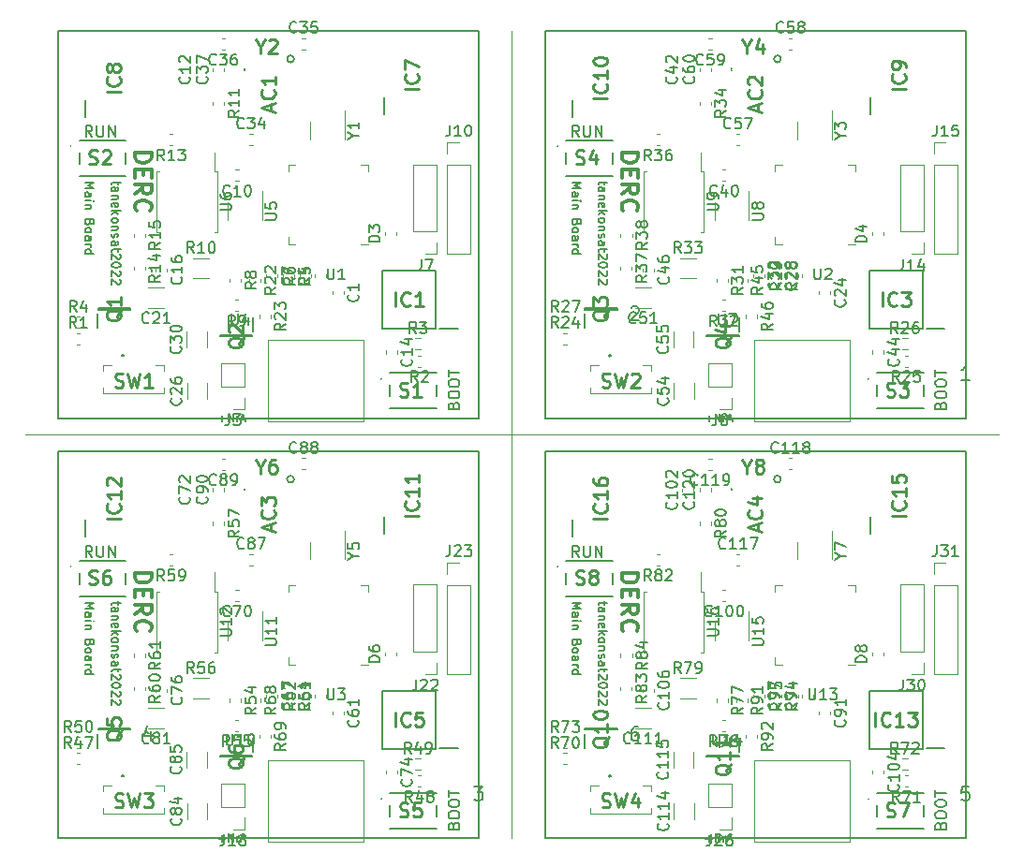
<source format=gbr>
%TF.GenerationSoftware,KiCad,Pcbnew,(6.0.4)*%
%TF.CreationDate,2022-09-20T18:54:46+09:00*%
%TF.ProjectId,mainboard_p_rev4,6d61696e-626f-4617-9264-5f705f726576,rev?*%
%TF.SameCoordinates,Original*%
%TF.FileFunction,Legend,Top*%
%TF.FilePolarity,Positive*%
%FSLAX46Y46*%
G04 Gerber Fmt 4.6, Leading zero omitted, Abs format (unit mm)*
G04 Created by KiCad (PCBNEW (6.0.4)) date 2022-09-20 18:54:46*
%MOMM*%
%LPD*%
G01*
G04 APERTURE LIST*
%ADD10C,0.120000*%
%ADD11C,0.150000*%
%ADD12C,0.300000*%
%ADD13C,0.200000*%
%ADD14C,0.254000*%
%ADD15C,0.100000*%
G04 APERTURE END LIST*
D10*
X166000000Y-148000000D02*
X166000000Y-75000000D01*
X122000000Y-111500000D02*
X210000000Y-111500000D01*
D11*
X204739571Y-146831942D02*
X204787190Y-146689085D01*
X204834809Y-146641466D01*
X204930047Y-146593847D01*
X205072904Y-146593847D01*
X205168142Y-146641466D01*
X205215761Y-146689085D01*
X205263380Y-146784323D01*
X205263380Y-147165276D01*
X204263380Y-147165276D01*
X204263380Y-146831942D01*
X204311000Y-146736704D01*
X204358619Y-146689085D01*
X204453857Y-146641466D01*
X204549095Y-146641466D01*
X204644333Y-146689085D01*
X204691952Y-146736704D01*
X204739571Y-146831942D01*
X204739571Y-147165276D01*
X204263380Y-145974800D02*
X204263380Y-145784323D01*
X204311000Y-145689085D01*
X204406238Y-145593847D01*
X204596714Y-145546228D01*
X204930047Y-145546228D01*
X205120523Y-145593847D01*
X205215761Y-145689085D01*
X205263380Y-145784323D01*
X205263380Y-145974800D01*
X205215761Y-146070038D01*
X205120523Y-146165276D01*
X204930047Y-146212895D01*
X204596714Y-146212895D01*
X204406238Y-146165276D01*
X204311000Y-146070038D01*
X204263380Y-145974800D01*
X204263380Y-144927180D02*
X204263380Y-144736704D01*
X204311000Y-144641466D01*
X204406238Y-144546228D01*
X204596714Y-144498609D01*
X204930047Y-144498609D01*
X205120523Y-144546228D01*
X205215761Y-144641466D01*
X205263380Y-144736704D01*
X205263380Y-144927180D01*
X205215761Y-145022419D01*
X205120523Y-145117657D01*
X204930047Y-145165276D01*
X204596714Y-145165276D01*
X204406238Y-145117657D01*
X204311000Y-145022419D01*
X204263380Y-144927180D01*
X204263380Y-144212895D02*
X204263380Y-143641466D01*
X205263380Y-143927180D02*
X204263380Y-143927180D01*
X174371428Y-126573690D02*
X174371428Y-126878452D01*
X174638095Y-126687976D02*
X173952380Y-126687976D01*
X173876190Y-126726071D01*
X173838095Y-126802261D01*
X173838095Y-126878452D01*
X173838095Y-127487976D02*
X174257142Y-127487976D01*
X174333333Y-127449880D01*
X174371428Y-127373690D01*
X174371428Y-127221309D01*
X174333333Y-127145119D01*
X173876190Y-127487976D02*
X173838095Y-127411785D01*
X173838095Y-127221309D01*
X173876190Y-127145119D01*
X173952380Y-127107023D01*
X174028571Y-127107023D01*
X174104761Y-127145119D01*
X174142857Y-127221309D01*
X174142857Y-127411785D01*
X174180952Y-127487976D01*
X174371428Y-127868928D02*
X173838095Y-127868928D01*
X174295238Y-127868928D02*
X174333333Y-127907023D01*
X174371428Y-127983214D01*
X174371428Y-128097500D01*
X174333333Y-128173690D01*
X174257142Y-128211785D01*
X173838095Y-128211785D01*
X173876190Y-128897500D02*
X173838095Y-128821309D01*
X173838095Y-128668928D01*
X173876190Y-128592738D01*
X173952380Y-128554642D01*
X174257142Y-128554642D01*
X174333333Y-128592738D01*
X174371428Y-128668928D01*
X174371428Y-128821309D01*
X174333333Y-128897500D01*
X174257142Y-128935595D01*
X174180952Y-128935595D01*
X174104761Y-128554642D01*
X173838095Y-129278452D02*
X174638095Y-129278452D01*
X174142857Y-129354642D02*
X173838095Y-129583214D01*
X174371428Y-129583214D02*
X174066666Y-129278452D01*
X173838095Y-130040357D02*
X173876190Y-129964166D01*
X173914285Y-129926071D01*
X173990476Y-129887976D01*
X174219047Y-129887976D01*
X174295238Y-129926071D01*
X174333333Y-129964166D01*
X174371428Y-130040357D01*
X174371428Y-130154642D01*
X174333333Y-130230833D01*
X174295238Y-130268928D01*
X174219047Y-130307023D01*
X173990476Y-130307023D01*
X173914285Y-130268928D01*
X173876190Y-130230833D01*
X173838095Y-130154642D01*
X173838095Y-130040357D01*
X174371428Y-130649880D02*
X173838095Y-130649880D01*
X174295238Y-130649880D02*
X174333333Y-130687976D01*
X174371428Y-130764166D01*
X174371428Y-130878452D01*
X174333333Y-130954642D01*
X174257142Y-130992738D01*
X173838095Y-130992738D01*
X173876190Y-131335595D02*
X173838095Y-131411785D01*
X173838095Y-131564166D01*
X173876190Y-131640357D01*
X173952380Y-131678452D01*
X173990476Y-131678452D01*
X174066666Y-131640357D01*
X174104761Y-131564166D01*
X174104761Y-131449880D01*
X174142857Y-131373690D01*
X174219047Y-131335595D01*
X174257142Y-131335595D01*
X174333333Y-131373690D01*
X174371428Y-131449880D01*
X174371428Y-131564166D01*
X174333333Y-131640357D01*
X173838095Y-132364166D02*
X174257142Y-132364166D01*
X174333333Y-132326071D01*
X174371428Y-132249880D01*
X174371428Y-132097500D01*
X174333333Y-132021309D01*
X173876190Y-132364166D02*
X173838095Y-132287976D01*
X173838095Y-132097500D01*
X173876190Y-132021309D01*
X173952380Y-131983214D01*
X174028571Y-131983214D01*
X174104761Y-132021309D01*
X174142857Y-132097500D01*
X174142857Y-132287976D01*
X174180952Y-132364166D01*
X174371428Y-132630833D02*
X174371428Y-132935595D01*
X174638095Y-132745119D02*
X173952380Y-132745119D01*
X173876190Y-132783214D01*
X173838095Y-132859404D01*
X173838095Y-132935595D01*
X174561904Y-133164166D02*
X174600000Y-133202261D01*
X174638095Y-133278452D01*
X174638095Y-133468928D01*
X174600000Y-133545119D01*
X174561904Y-133583214D01*
X174485714Y-133621309D01*
X174409523Y-133621309D01*
X174295238Y-133583214D01*
X173838095Y-133126071D01*
X173838095Y-133621309D01*
X174638095Y-134116547D02*
X174638095Y-134192738D01*
X174600000Y-134268928D01*
X174561904Y-134307023D01*
X174485714Y-134345119D01*
X174333333Y-134383214D01*
X174142857Y-134383214D01*
X173990476Y-134345119D01*
X173914285Y-134307023D01*
X173876190Y-134268928D01*
X173838095Y-134192738D01*
X173838095Y-134116547D01*
X173876190Y-134040357D01*
X173914285Y-134002261D01*
X173990476Y-133964166D01*
X174142857Y-133926071D01*
X174333333Y-133926071D01*
X174485714Y-133964166D01*
X174561904Y-134002261D01*
X174600000Y-134040357D01*
X174638095Y-134116547D01*
X174561904Y-134687976D02*
X174600000Y-134726071D01*
X174638095Y-134802261D01*
X174638095Y-134992738D01*
X174600000Y-135068928D01*
X174561904Y-135107023D01*
X174485714Y-135145119D01*
X174409523Y-135145119D01*
X174295238Y-135107023D01*
X173838095Y-134649880D01*
X173838095Y-135145119D01*
X174561904Y-135449880D02*
X174600000Y-135487976D01*
X174638095Y-135564166D01*
X174638095Y-135754642D01*
X174600000Y-135830833D01*
X174561904Y-135868928D01*
X174485714Y-135907023D01*
X174409523Y-135907023D01*
X174295238Y-135868928D01*
X173838095Y-135411785D01*
X173838095Y-135907023D01*
D12*
X175921428Y-124028571D02*
X177421428Y-124028571D01*
X177421428Y-124385714D01*
X177350000Y-124600000D01*
X177207142Y-124742857D01*
X177064285Y-124814285D01*
X176778571Y-124885714D01*
X176564285Y-124885714D01*
X176278571Y-124814285D01*
X176135714Y-124742857D01*
X175992857Y-124600000D01*
X175921428Y-124385714D01*
X175921428Y-124028571D01*
X176707142Y-125528571D02*
X176707142Y-126028571D01*
X175921428Y-126242857D02*
X175921428Y-125528571D01*
X177421428Y-125528571D01*
X177421428Y-126242857D01*
X175921428Y-127742857D02*
X176635714Y-127242857D01*
X175921428Y-126885714D02*
X177421428Y-126885714D01*
X177421428Y-127457142D01*
X177350000Y-127600000D01*
X177278571Y-127671428D01*
X177135714Y-127742857D01*
X176921428Y-127742857D01*
X176778571Y-127671428D01*
X176707142Y-127600000D01*
X176635714Y-127457142D01*
X176635714Y-126885714D01*
X176064285Y-129242857D02*
X175992857Y-129171428D01*
X175921428Y-128957142D01*
X175921428Y-128814285D01*
X175992857Y-128600000D01*
X176135714Y-128457142D01*
X176278571Y-128385714D01*
X176564285Y-128314285D01*
X176778571Y-128314285D01*
X177064285Y-128385714D01*
X177207142Y-128457142D01*
X177350000Y-128600000D01*
X177421428Y-128814285D01*
X177421428Y-128957142D01*
X177350000Y-129171428D01*
X177278571Y-129242857D01*
D11*
X172068904Y-122559180D02*
X171735571Y-122082990D01*
X171497476Y-122559180D02*
X171497476Y-121559180D01*
X171878428Y-121559180D01*
X171973666Y-121606800D01*
X172021285Y-121654419D01*
X172068904Y-121749657D01*
X172068904Y-121892514D01*
X172021285Y-121987752D01*
X171973666Y-122035371D01*
X171878428Y-122082990D01*
X171497476Y-122082990D01*
X172497476Y-121559180D02*
X172497476Y-122368704D01*
X172545095Y-122463942D01*
X172592714Y-122511561D01*
X172687952Y-122559180D01*
X172878428Y-122559180D01*
X172973666Y-122511561D01*
X173021285Y-122463942D01*
X173068904Y-122368704D01*
X173068904Y-121559180D01*
X173545095Y-122559180D02*
X173545095Y-121559180D01*
X174116523Y-122559180D01*
X174116523Y-121559180D01*
X171438095Y-126687976D02*
X172238095Y-126687976D01*
X171666666Y-126954642D01*
X172238095Y-127221309D01*
X171438095Y-127221309D01*
X171438095Y-127945119D02*
X171857142Y-127945119D01*
X171933333Y-127907023D01*
X171971428Y-127830833D01*
X171971428Y-127678452D01*
X171933333Y-127602261D01*
X171476190Y-127945119D02*
X171438095Y-127868928D01*
X171438095Y-127678452D01*
X171476190Y-127602261D01*
X171552380Y-127564166D01*
X171628571Y-127564166D01*
X171704761Y-127602261D01*
X171742857Y-127678452D01*
X171742857Y-127868928D01*
X171780952Y-127945119D01*
X171438095Y-128326071D02*
X171971428Y-128326071D01*
X172238095Y-128326071D02*
X172200000Y-128287976D01*
X172161904Y-128326071D01*
X172200000Y-128364166D01*
X172238095Y-128326071D01*
X172161904Y-128326071D01*
X171971428Y-128707023D02*
X171438095Y-128707023D01*
X171895238Y-128707023D02*
X171933333Y-128745119D01*
X171971428Y-128821309D01*
X171971428Y-128935595D01*
X171933333Y-129011785D01*
X171857142Y-129049880D01*
X171438095Y-129049880D01*
X171857142Y-130307023D02*
X171819047Y-130421309D01*
X171780952Y-130459404D01*
X171704761Y-130497500D01*
X171590476Y-130497500D01*
X171514285Y-130459404D01*
X171476190Y-130421309D01*
X171438095Y-130345119D01*
X171438095Y-130040357D01*
X172238095Y-130040357D01*
X172238095Y-130307023D01*
X172200000Y-130383214D01*
X172161904Y-130421309D01*
X172085714Y-130459404D01*
X172009523Y-130459404D01*
X171933333Y-130421309D01*
X171895238Y-130383214D01*
X171857142Y-130307023D01*
X171857142Y-130040357D01*
X171438095Y-130954642D02*
X171476190Y-130878452D01*
X171514285Y-130840357D01*
X171590476Y-130802261D01*
X171819047Y-130802261D01*
X171895238Y-130840357D01*
X171933333Y-130878452D01*
X171971428Y-130954642D01*
X171971428Y-131068928D01*
X171933333Y-131145119D01*
X171895238Y-131183214D01*
X171819047Y-131221309D01*
X171590476Y-131221309D01*
X171514285Y-131183214D01*
X171476190Y-131145119D01*
X171438095Y-131068928D01*
X171438095Y-130954642D01*
X171438095Y-131907023D02*
X171857142Y-131907023D01*
X171933333Y-131868928D01*
X171971428Y-131792738D01*
X171971428Y-131640357D01*
X171933333Y-131564166D01*
X171476190Y-131907023D02*
X171438095Y-131830833D01*
X171438095Y-131640357D01*
X171476190Y-131564166D01*
X171552380Y-131526071D01*
X171628571Y-131526071D01*
X171704761Y-131564166D01*
X171742857Y-131640357D01*
X171742857Y-131830833D01*
X171780952Y-131907023D01*
X171438095Y-132287976D02*
X171971428Y-132287976D01*
X171819047Y-132287976D02*
X171895238Y-132326071D01*
X171933333Y-132364166D01*
X171971428Y-132440357D01*
X171971428Y-132516547D01*
X171438095Y-133126071D02*
X172238095Y-133126071D01*
X171476190Y-133126071D02*
X171438095Y-133049880D01*
X171438095Y-132897500D01*
X171476190Y-132821309D01*
X171514285Y-132783214D01*
X171590476Y-132745119D01*
X171819047Y-132745119D01*
X171895238Y-132783214D01*
X171933333Y-132821309D01*
X171971428Y-132897500D01*
X171971428Y-133049880D01*
X171933333Y-133126071D01*
D13*
X207000000Y-148000000D02*
X169000000Y-148000000D01*
X169000000Y-148000000D02*
X169000000Y-113000000D01*
X169000000Y-113000000D02*
X207000000Y-113000000D01*
X207000000Y-113000000D02*
X207000000Y-148000000D01*
D11*
X160739571Y-146831942D02*
X160787190Y-146689085D01*
X160834809Y-146641466D01*
X160930047Y-146593847D01*
X161072904Y-146593847D01*
X161168142Y-146641466D01*
X161215761Y-146689085D01*
X161263380Y-146784323D01*
X161263380Y-147165276D01*
X160263380Y-147165276D01*
X160263380Y-146831942D01*
X160311000Y-146736704D01*
X160358619Y-146689085D01*
X160453857Y-146641466D01*
X160549095Y-146641466D01*
X160644333Y-146689085D01*
X160691952Y-146736704D01*
X160739571Y-146831942D01*
X160739571Y-147165276D01*
X160263380Y-145974800D02*
X160263380Y-145784323D01*
X160311000Y-145689085D01*
X160406238Y-145593847D01*
X160596714Y-145546228D01*
X160930047Y-145546228D01*
X161120523Y-145593847D01*
X161215761Y-145689085D01*
X161263380Y-145784323D01*
X161263380Y-145974800D01*
X161215761Y-146070038D01*
X161120523Y-146165276D01*
X160930047Y-146212895D01*
X160596714Y-146212895D01*
X160406238Y-146165276D01*
X160311000Y-146070038D01*
X160263380Y-145974800D01*
X160263380Y-144927180D02*
X160263380Y-144736704D01*
X160311000Y-144641466D01*
X160406238Y-144546228D01*
X160596714Y-144498609D01*
X160930047Y-144498609D01*
X161120523Y-144546228D01*
X161215761Y-144641466D01*
X161263380Y-144736704D01*
X161263380Y-144927180D01*
X161215761Y-145022419D01*
X161120523Y-145117657D01*
X160930047Y-145165276D01*
X160596714Y-145165276D01*
X160406238Y-145117657D01*
X160311000Y-145022419D01*
X160263380Y-144927180D01*
X160263380Y-144212895D02*
X160263380Y-143641466D01*
X161263380Y-143927180D02*
X160263380Y-143927180D01*
X130371428Y-126573690D02*
X130371428Y-126878452D01*
X130638095Y-126687976D02*
X129952380Y-126687976D01*
X129876190Y-126726071D01*
X129838095Y-126802261D01*
X129838095Y-126878452D01*
X129838095Y-127487976D02*
X130257142Y-127487976D01*
X130333333Y-127449880D01*
X130371428Y-127373690D01*
X130371428Y-127221309D01*
X130333333Y-127145119D01*
X129876190Y-127487976D02*
X129838095Y-127411785D01*
X129838095Y-127221309D01*
X129876190Y-127145119D01*
X129952380Y-127107023D01*
X130028571Y-127107023D01*
X130104761Y-127145119D01*
X130142857Y-127221309D01*
X130142857Y-127411785D01*
X130180952Y-127487976D01*
X130371428Y-127868928D02*
X129838095Y-127868928D01*
X130295238Y-127868928D02*
X130333333Y-127907023D01*
X130371428Y-127983214D01*
X130371428Y-128097500D01*
X130333333Y-128173690D01*
X130257142Y-128211785D01*
X129838095Y-128211785D01*
X129876190Y-128897500D02*
X129838095Y-128821309D01*
X129838095Y-128668928D01*
X129876190Y-128592738D01*
X129952380Y-128554642D01*
X130257142Y-128554642D01*
X130333333Y-128592738D01*
X130371428Y-128668928D01*
X130371428Y-128821309D01*
X130333333Y-128897500D01*
X130257142Y-128935595D01*
X130180952Y-128935595D01*
X130104761Y-128554642D01*
X129838095Y-129278452D02*
X130638095Y-129278452D01*
X130142857Y-129354642D02*
X129838095Y-129583214D01*
X130371428Y-129583214D02*
X130066666Y-129278452D01*
X129838095Y-130040357D02*
X129876190Y-129964166D01*
X129914285Y-129926071D01*
X129990476Y-129887976D01*
X130219047Y-129887976D01*
X130295238Y-129926071D01*
X130333333Y-129964166D01*
X130371428Y-130040357D01*
X130371428Y-130154642D01*
X130333333Y-130230833D01*
X130295238Y-130268928D01*
X130219047Y-130307023D01*
X129990476Y-130307023D01*
X129914285Y-130268928D01*
X129876190Y-130230833D01*
X129838095Y-130154642D01*
X129838095Y-130040357D01*
X130371428Y-130649880D02*
X129838095Y-130649880D01*
X130295238Y-130649880D02*
X130333333Y-130687976D01*
X130371428Y-130764166D01*
X130371428Y-130878452D01*
X130333333Y-130954642D01*
X130257142Y-130992738D01*
X129838095Y-130992738D01*
X129876190Y-131335595D02*
X129838095Y-131411785D01*
X129838095Y-131564166D01*
X129876190Y-131640357D01*
X129952380Y-131678452D01*
X129990476Y-131678452D01*
X130066666Y-131640357D01*
X130104761Y-131564166D01*
X130104761Y-131449880D01*
X130142857Y-131373690D01*
X130219047Y-131335595D01*
X130257142Y-131335595D01*
X130333333Y-131373690D01*
X130371428Y-131449880D01*
X130371428Y-131564166D01*
X130333333Y-131640357D01*
X129838095Y-132364166D02*
X130257142Y-132364166D01*
X130333333Y-132326071D01*
X130371428Y-132249880D01*
X130371428Y-132097500D01*
X130333333Y-132021309D01*
X129876190Y-132364166D02*
X129838095Y-132287976D01*
X129838095Y-132097500D01*
X129876190Y-132021309D01*
X129952380Y-131983214D01*
X130028571Y-131983214D01*
X130104761Y-132021309D01*
X130142857Y-132097500D01*
X130142857Y-132287976D01*
X130180952Y-132364166D01*
X130371428Y-132630833D02*
X130371428Y-132935595D01*
X130638095Y-132745119D02*
X129952380Y-132745119D01*
X129876190Y-132783214D01*
X129838095Y-132859404D01*
X129838095Y-132935595D01*
X130561904Y-133164166D02*
X130600000Y-133202261D01*
X130638095Y-133278452D01*
X130638095Y-133468928D01*
X130600000Y-133545119D01*
X130561904Y-133583214D01*
X130485714Y-133621309D01*
X130409523Y-133621309D01*
X130295238Y-133583214D01*
X129838095Y-133126071D01*
X129838095Y-133621309D01*
X130638095Y-134116547D02*
X130638095Y-134192738D01*
X130600000Y-134268928D01*
X130561904Y-134307023D01*
X130485714Y-134345119D01*
X130333333Y-134383214D01*
X130142857Y-134383214D01*
X129990476Y-134345119D01*
X129914285Y-134307023D01*
X129876190Y-134268928D01*
X129838095Y-134192738D01*
X129838095Y-134116547D01*
X129876190Y-134040357D01*
X129914285Y-134002261D01*
X129990476Y-133964166D01*
X130142857Y-133926071D01*
X130333333Y-133926071D01*
X130485714Y-133964166D01*
X130561904Y-134002261D01*
X130600000Y-134040357D01*
X130638095Y-134116547D01*
X130561904Y-134687976D02*
X130600000Y-134726071D01*
X130638095Y-134802261D01*
X130638095Y-134992738D01*
X130600000Y-135068928D01*
X130561904Y-135107023D01*
X130485714Y-135145119D01*
X130409523Y-135145119D01*
X130295238Y-135107023D01*
X129838095Y-134649880D01*
X129838095Y-135145119D01*
X130561904Y-135449880D02*
X130600000Y-135487976D01*
X130638095Y-135564166D01*
X130638095Y-135754642D01*
X130600000Y-135830833D01*
X130561904Y-135868928D01*
X130485714Y-135907023D01*
X130409523Y-135907023D01*
X130295238Y-135868928D01*
X129838095Y-135411785D01*
X129838095Y-135907023D01*
D12*
X131921428Y-124028571D02*
X133421428Y-124028571D01*
X133421428Y-124385714D01*
X133350000Y-124600000D01*
X133207142Y-124742857D01*
X133064285Y-124814285D01*
X132778571Y-124885714D01*
X132564285Y-124885714D01*
X132278571Y-124814285D01*
X132135714Y-124742857D01*
X131992857Y-124600000D01*
X131921428Y-124385714D01*
X131921428Y-124028571D01*
X132707142Y-125528571D02*
X132707142Y-126028571D01*
X131921428Y-126242857D02*
X131921428Y-125528571D01*
X133421428Y-125528571D01*
X133421428Y-126242857D01*
X131921428Y-127742857D02*
X132635714Y-127242857D01*
X131921428Y-126885714D02*
X133421428Y-126885714D01*
X133421428Y-127457142D01*
X133350000Y-127600000D01*
X133278571Y-127671428D01*
X133135714Y-127742857D01*
X132921428Y-127742857D01*
X132778571Y-127671428D01*
X132707142Y-127600000D01*
X132635714Y-127457142D01*
X132635714Y-126885714D01*
X132064285Y-129242857D02*
X131992857Y-129171428D01*
X131921428Y-128957142D01*
X131921428Y-128814285D01*
X131992857Y-128600000D01*
X132135714Y-128457142D01*
X132278571Y-128385714D01*
X132564285Y-128314285D01*
X132778571Y-128314285D01*
X133064285Y-128385714D01*
X133207142Y-128457142D01*
X133350000Y-128600000D01*
X133421428Y-128814285D01*
X133421428Y-128957142D01*
X133350000Y-129171428D01*
X133278571Y-129242857D01*
D11*
X128068904Y-122559180D02*
X127735571Y-122082990D01*
X127497476Y-122559180D02*
X127497476Y-121559180D01*
X127878428Y-121559180D01*
X127973666Y-121606800D01*
X128021285Y-121654419D01*
X128068904Y-121749657D01*
X128068904Y-121892514D01*
X128021285Y-121987752D01*
X127973666Y-122035371D01*
X127878428Y-122082990D01*
X127497476Y-122082990D01*
X128497476Y-121559180D02*
X128497476Y-122368704D01*
X128545095Y-122463942D01*
X128592714Y-122511561D01*
X128687952Y-122559180D01*
X128878428Y-122559180D01*
X128973666Y-122511561D01*
X129021285Y-122463942D01*
X129068904Y-122368704D01*
X129068904Y-121559180D01*
X129545095Y-122559180D02*
X129545095Y-121559180D01*
X130116523Y-122559180D01*
X130116523Y-121559180D01*
X127438095Y-126687976D02*
X128238095Y-126687976D01*
X127666666Y-126954642D01*
X128238095Y-127221309D01*
X127438095Y-127221309D01*
X127438095Y-127945119D02*
X127857142Y-127945119D01*
X127933333Y-127907023D01*
X127971428Y-127830833D01*
X127971428Y-127678452D01*
X127933333Y-127602261D01*
X127476190Y-127945119D02*
X127438095Y-127868928D01*
X127438095Y-127678452D01*
X127476190Y-127602261D01*
X127552380Y-127564166D01*
X127628571Y-127564166D01*
X127704761Y-127602261D01*
X127742857Y-127678452D01*
X127742857Y-127868928D01*
X127780952Y-127945119D01*
X127438095Y-128326071D02*
X127971428Y-128326071D01*
X128238095Y-128326071D02*
X128200000Y-128287976D01*
X128161904Y-128326071D01*
X128200000Y-128364166D01*
X128238095Y-128326071D01*
X128161904Y-128326071D01*
X127971428Y-128707023D02*
X127438095Y-128707023D01*
X127895238Y-128707023D02*
X127933333Y-128745119D01*
X127971428Y-128821309D01*
X127971428Y-128935595D01*
X127933333Y-129011785D01*
X127857142Y-129049880D01*
X127438095Y-129049880D01*
X127857142Y-130307023D02*
X127819047Y-130421309D01*
X127780952Y-130459404D01*
X127704761Y-130497500D01*
X127590476Y-130497500D01*
X127514285Y-130459404D01*
X127476190Y-130421309D01*
X127438095Y-130345119D01*
X127438095Y-130040357D01*
X128238095Y-130040357D01*
X128238095Y-130307023D01*
X128200000Y-130383214D01*
X128161904Y-130421309D01*
X128085714Y-130459404D01*
X128009523Y-130459404D01*
X127933333Y-130421309D01*
X127895238Y-130383214D01*
X127857142Y-130307023D01*
X127857142Y-130040357D01*
X127438095Y-130954642D02*
X127476190Y-130878452D01*
X127514285Y-130840357D01*
X127590476Y-130802261D01*
X127819047Y-130802261D01*
X127895238Y-130840357D01*
X127933333Y-130878452D01*
X127971428Y-130954642D01*
X127971428Y-131068928D01*
X127933333Y-131145119D01*
X127895238Y-131183214D01*
X127819047Y-131221309D01*
X127590476Y-131221309D01*
X127514285Y-131183214D01*
X127476190Y-131145119D01*
X127438095Y-131068928D01*
X127438095Y-130954642D01*
X127438095Y-131907023D02*
X127857142Y-131907023D01*
X127933333Y-131868928D01*
X127971428Y-131792738D01*
X127971428Y-131640357D01*
X127933333Y-131564166D01*
X127476190Y-131907023D02*
X127438095Y-131830833D01*
X127438095Y-131640357D01*
X127476190Y-131564166D01*
X127552380Y-131526071D01*
X127628571Y-131526071D01*
X127704761Y-131564166D01*
X127742857Y-131640357D01*
X127742857Y-131830833D01*
X127780952Y-131907023D01*
X127438095Y-132287976D02*
X127971428Y-132287976D01*
X127819047Y-132287976D02*
X127895238Y-132326071D01*
X127933333Y-132364166D01*
X127971428Y-132440357D01*
X127971428Y-132516547D01*
X127438095Y-133126071D02*
X128238095Y-133126071D01*
X127476190Y-133126071D02*
X127438095Y-133049880D01*
X127438095Y-132897500D01*
X127476190Y-132821309D01*
X127514285Y-132783214D01*
X127590476Y-132745119D01*
X127819047Y-132745119D01*
X127895238Y-132783214D01*
X127933333Y-132821309D01*
X127971428Y-132897500D01*
X127971428Y-133049880D01*
X127933333Y-133126071D01*
D13*
X163000000Y-148000000D02*
X125000000Y-148000000D01*
X125000000Y-148000000D02*
X125000000Y-113000000D01*
X125000000Y-113000000D02*
X163000000Y-113000000D01*
X163000000Y-113000000D02*
X163000000Y-148000000D01*
D11*
X204739571Y-108831942D02*
X204787190Y-108689085D01*
X204834809Y-108641466D01*
X204930047Y-108593847D01*
X205072904Y-108593847D01*
X205168142Y-108641466D01*
X205215761Y-108689085D01*
X205263380Y-108784323D01*
X205263380Y-109165276D01*
X204263380Y-109165276D01*
X204263380Y-108831942D01*
X204311000Y-108736704D01*
X204358619Y-108689085D01*
X204453857Y-108641466D01*
X204549095Y-108641466D01*
X204644333Y-108689085D01*
X204691952Y-108736704D01*
X204739571Y-108831942D01*
X204739571Y-109165276D01*
X204263380Y-107974800D02*
X204263380Y-107784323D01*
X204311000Y-107689085D01*
X204406238Y-107593847D01*
X204596714Y-107546228D01*
X204930047Y-107546228D01*
X205120523Y-107593847D01*
X205215761Y-107689085D01*
X205263380Y-107784323D01*
X205263380Y-107974800D01*
X205215761Y-108070038D01*
X205120523Y-108165276D01*
X204930047Y-108212895D01*
X204596714Y-108212895D01*
X204406238Y-108165276D01*
X204311000Y-108070038D01*
X204263380Y-107974800D01*
X204263380Y-106927180D02*
X204263380Y-106736704D01*
X204311000Y-106641466D01*
X204406238Y-106546228D01*
X204596714Y-106498609D01*
X204930047Y-106498609D01*
X205120523Y-106546228D01*
X205215761Y-106641466D01*
X205263380Y-106736704D01*
X205263380Y-106927180D01*
X205215761Y-107022419D01*
X205120523Y-107117657D01*
X204930047Y-107165276D01*
X204596714Y-107165276D01*
X204406238Y-107117657D01*
X204311000Y-107022419D01*
X204263380Y-106927180D01*
X204263380Y-106212895D02*
X204263380Y-105641466D01*
X205263380Y-105927180D02*
X204263380Y-105927180D01*
X174371428Y-88573690D02*
X174371428Y-88878452D01*
X174638095Y-88687976D02*
X173952380Y-88687976D01*
X173876190Y-88726071D01*
X173838095Y-88802261D01*
X173838095Y-88878452D01*
X173838095Y-89487976D02*
X174257142Y-89487976D01*
X174333333Y-89449880D01*
X174371428Y-89373690D01*
X174371428Y-89221309D01*
X174333333Y-89145119D01*
X173876190Y-89487976D02*
X173838095Y-89411785D01*
X173838095Y-89221309D01*
X173876190Y-89145119D01*
X173952380Y-89107023D01*
X174028571Y-89107023D01*
X174104761Y-89145119D01*
X174142857Y-89221309D01*
X174142857Y-89411785D01*
X174180952Y-89487976D01*
X174371428Y-89868928D02*
X173838095Y-89868928D01*
X174295238Y-89868928D02*
X174333333Y-89907023D01*
X174371428Y-89983214D01*
X174371428Y-90097500D01*
X174333333Y-90173690D01*
X174257142Y-90211785D01*
X173838095Y-90211785D01*
X173876190Y-90897500D02*
X173838095Y-90821309D01*
X173838095Y-90668928D01*
X173876190Y-90592738D01*
X173952380Y-90554642D01*
X174257142Y-90554642D01*
X174333333Y-90592738D01*
X174371428Y-90668928D01*
X174371428Y-90821309D01*
X174333333Y-90897500D01*
X174257142Y-90935595D01*
X174180952Y-90935595D01*
X174104761Y-90554642D01*
X173838095Y-91278452D02*
X174638095Y-91278452D01*
X174142857Y-91354642D02*
X173838095Y-91583214D01*
X174371428Y-91583214D02*
X174066666Y-91278452D01*
X173838095Y-92040357D02*
X173876190Y-91964166D01*
X173914285Y-91926071D01*
X173990476Y-91887976D01*
X174219047Y-91887976D01*
X174295238Y-91926071D01*
X174333333Y-91964166D01*
X174371428Y-92040357D01*
X174371428Y-92154642D01*
X174333333Y-92230833D01*
X174295238Y-92268928D01*
X174219047Y-92307023D01*
X173990476Y-92307023D01*
X173914285Y-92268928D01*
X173876190Y-92230833D01*
X173838095Y-92154642D01*
X173838095Y-92040357D01*
X174371428Y-92649880D02*
X173838095Y-92649880D01*
X174295238Y-92649880D02*
X174333333Y-92687976D01*
X174371428Y-92764166D01*
X174371428Y-92878452D01*
X174333333Y-92954642D01*
X174257142Y-92992738D01*
X173838095Y-92992738D01*
X173876190Y-93335595D02*
X173838095Y-93411785D01*
X173838095Y-93564166D01*
X173876190Y-93640357D01*
X173952380Y-93678452D01*
X173990476Y-93678452D01*
X174066666Y-93640357D01*
X174104761Y-93564166D01*
X174104761Y-93449880D01*
X174142857Y-93373690D01*
X174219047Y-93335595D01*
X174257142Y-93335595D01*
X174333333Y-93373690D01*
X174371428Y-93449880D01*
X174371428Y-93564166D01*
X174333333Y-93640357D01*
X173838095Y-94364166D02*
X174257142Y-94364166D01*
X174333333Y-94326071D01*
X174371428Y-94249880D01*
X174371428Y-94097500D01*
X174333333Y-94021309D01*
X173876190Y-94364166D02*
X173838095Y-94287976D01*
X173838095Y-94097500D01*
X173876190Y-94021309D01*
X173952380Y-93983214D01*
X174028571Y-93983214D01*
X174104761Y-94021309D01*
X174142857Y-94097500D01*
X174142857Y-94287976D01*
X174180952Y-94364166D01*
X174371428Y-94630833D02*
X174371428Y-94935595D01*
X174638095Y-94745119D02*
X173952380Y-94745119D01*
X173876190Y-94783214D01*
X173838095Y-94859404D01*
X173838095Y-94935595D01*
X174561904Y-95164166D02*
X174600000Y-95202261D01*
X174638095Y-95278452D01*
X174638095Y-95468928D01*
X174600000Y-95545119D01*
X174561904Y-95583214D01*
X174485714Y-95621309D01*
X174409523Y-95621309D01*
X174295238Y-95583214D01*
X173838095Y-95126071D01*
X173838095Y-95621309D01*
X174638095Y-96116547D02*
X174638095Y-96192738D01*
X174600000Y-96268928D01*
X174561904Y-96307023D01*
X174485714Y-96345119D01*
X174333333Y-96383214D01*
X174142857Y-96383214D01*
X173990476Y-96345119D01*
X173914285Y-96307023D01*
X173876190Y-96268928D01*
X173838095Y-96192738D01*
X173838095Y-96116547D01*
X173876190Y-96040357D01*
X173914285Y-96002261D01*
X173990476Y-95964166D01*
X174142857Y-95926071D01*
X174333333Y-95926071D01*
X174485714Y-95964166D01*
X174561904Y-96002261D01*
X174600000Y-96040357D01*
X174638095Y-96116547D01*
X174561904Y-96687976D02*
X174600000Y-96726071D01*
X174638095Y-96802261D01*
X174638095Y-96992738D01*
X174600000Y-97068928D01*
X174561904Y-97107023D01*
X174485714Y-97145119D01*
X174409523Y-97145119D01*
X174295238Y-97107023D01*
X173838095Y-96649880D01*
X173838095Y-97145119D01*
X174561904Y-97449880D02*
X174600000Y-97487976D01*
X174638095Y-97564166D01*
X174638095Y-97754642D01*
X174600000Y-97830833D01*
X174561904Y-97868928D01*
X174485714Y-97907023D01*
X174409523Y-97907023D01*
X174295238Y-97868928D01*
X173838095Y-97411785D01*
X173838095Y-97907023D01*
D12*
X175921428Y-86028571D02*
X177421428Y-86028571D01*
X177421428Y-86385714D01*
X177350000Y-86600000D01*
X177207142Y-86742857D01*
X177064285Y-86814285D01*
X176778571Y-86885714D01*
X176564285Y-86885714D01*
X176278571Y-86814285D01*
X176135714Y-86742857D01*
X175992857Y-86600000D01*
X175921428Y-86385714D01*
X175921428Y-86028571D01*
X176707142Y-87528571D02*
X176707142Y-88028571D01*
X175921428Y-88242857D02*
X175921428Y-87528571D01*
X177421428Y-87528571D01*
X177421428Y-88242857D01*
X175921428Y-89742857D02*
X176635714Y-89242857D01*
X175921428Y-88885714D02*
X177421428Y-88885714D01*
X177421428Y-89457142D01*
X177350000Y-89600000D01*
X177278571Y-89671428D01*
X177135714Y-89742857D01*
X176921428Y-89742857D01*
X176778571Y-89671428D01*
X176707142Y-89600000D01*
X176635714Y-89457142D01*
X176635714Y-88885714D01*
X176064285Y-91242857D02*
X175992857Y-91171428D01*
X175921428Y-90957142D01*
X175921428Y-90814285D01*
X175992857Y-90600000D01*
X176135714Y-90457142D01*
X176278571Y-90385714D01*
X176564285Y-90314285D01*
X176778571Y-90314285D01*
X177064285Y-90385714D01*
X177207142Y-90457142D01*
X177350000Y-90600000D01*
X177421428Y-90814285D01*
X177421428Y-90957142D01*
X177350000Y-91171428D01*
X177278571Y-91242857D01*
D11*
X172068904Y-84559180D02*
X171735571Y-84082990D01*
X171497476Y-84559180D02*
X171497476Y-83559180D01*
X171878428Y-83559180D01*
X171973666Y-83606800D01*
X172021285Y-83654419D01*
X172068904Y-83749657D01*
X172068904Y-83892514D01*
X172021285Y-83987752D01*
X171973666Y-84035371D01*
X171878428Y-84082990D01*
X171497476Y-84082990D01*
X172497476Y-83559180D02*
X172497476Y-84368704D01*
X172545095Y-84463942D01*
X172592714Y-84511561D01*
X172687952Y-84559180D01*
X172878428Y-84559180D01*
X172973666Y-84511561D01*
X173021285Y-84463942D01*
X173068904Y-84368704D01*
X173068904Y-83559180D01*
X173545095Y-84559180D02*
X173545095Y-83559180D01*
X174116523Y-84559180D01*
X174116523Y-83559180D01*
X171438095Y-88687976D02*
X172238095Y-88687976D01*
X171666666Y-88954642D01*
X172238095Y-89221309D01*
X171438095Y-89221309D01*
X171438095Y-89945119D02*
X171857142Y-89945119D01*
X171933333Y-89907023D01*
X171971428Y-89830833D01*
X171971428Y-89678452D01*
X171933333Y-89602261D01*
X171476190Y-89945119D02*
X171438095Y-89868928D01*
X171438095Y-89678452D01*
X171476190Y-89602261D01*
X171552380Y-89564166D01*
X171628571Y-89564166D01*
X171704761Y-89602261D01*
X171742857Y-89678452D01*
X171742857Y-89868928D01*
X171780952Y-89945119D01*
X171438095Y-90326071D02*
X171971428Y-90326071D01*
X172238095Y-90326071D02*
X172200000Y-90287976D01*
X172161904Y-90326071D01*
X172200000Y-90364166D01*
X172238095Y-90326071D01*
X172161904Y-90326071D01*
X171971428Y-90707023D02*
X171438095Y-90707023D01*
X171895238Y-90707023D02*
X171933333Y-90745119D01*
X171971428Y-90821309D01*
X171971428Y-90935595D01*
X171933333Y-91011785D01*
X171857142Y-91049880D01*
X171438095Y-91049880D01*
X171857142Y-92307023D02*
X171819047Y-92421309D01*
X171780952Y-92459404D01*
X171704761Y-92497500D01*
X171590476Y-92497500D01*
X171514285Y-92459404D01*
X171476190Y-92421309D01*
X171438095Y-92345119D01*
X171438095Y-92040357D01*
X172238095Y-92040357D01*
X172238095Y-92307023D01*
X172200000Y-92383214D01*
X172161904Y-92421309D01*
X172085714Y-92459404D01*
X172009523Y-92459404D01*
X171933333Y-92421309D01*
X171895238Y-92383214D01*
X171857142Y-92307023D01*
X171857142Y-92040357D01*
X171438095Y-92954642D02*
X171476190Y-92878452D01*
X171514285Y-92840357D01*
X171590476Y-92802261D01*
X171819047Y-92802261D01*
X171895238Y-92840357D01*
X171933333Y-92878452D01*
X171971428Y-92954642D01*
X171971428Y-93068928D01*
X171933333Y-93145119D01*
X171895238Y-93183214D01*
X171819047Y-93221309D01*
X171590476Y-93221309D01*
X171514285Y-93183214D01*
X171476190Y-93145119D01*
X171438095Y-93068928D01*
X171438095Y-92954642D01*
X171438095Y-93907023D02*
X171857142Y-93907023D01*
X171933333Y-93868928D01*
X171971428Y-93792738D01*
X171971428Y-93640357D01*
X171933333Y-93564166D01*
X171476190Y-93907023D02*
X171438095Y-93830833D01*
X171438095Y-93640357D01*
X171476190Y-93564166D01*
X171552380Y-93526071D01*
X171628571Y-93526071D01*
X171704761Y-93564166D01*
X171742857Y-93640357D01*
X171742857Y-93830833D01*
X171780952Y-93907023D01*
X171438095Y-94287976D02*
X171971428Y-94287976D01*
X171819047Y-94287976D02*
X171895238Y-94326071D01*
X171933333Y-94364166D01*
X171971428Y-94440357D01*
X171971428Y-94516547D01*
X171438095Y-95126071D02*
X172238095Y-95126071D01*
X171476190Y-95126071D02*
X171438095Y-95049880D01*
X171438095Y-94897500D01*
X171476190Y-94821309D01*
X171514285Y-94783214D01*
X171590476Y-94745119D01*
X171819047Y-94745119D01*
X171895238Y-94783214D01*
X171933333Y-94821309D01*
X171971428Y-94897500D01*
X171971428Y-95049880D01*
X171933333Y-95126071D01*
D13*
X207000000Y-110000000D02*
X169000000Y-110000000D01*
X169000000Y-110000000D02*
X169000000Y-75000000D01*
X169000000Y-75000000D02*
X207000000Y-75000000D01*
X207000000Y-75000000D02*
X207000000Y-110000000D01*
X163000000Y-110000000D02*
X125000000Y-110000000D01*
X125000000Y-110000000D02*
X125000000Y-75000000D01*
X125000000Y-75000000D02*
X163000000Y-75000000D01*
X163000000Y-75000000D02*
X163000000Y-110000000D01*
D12*
X131921428Y-86028571D02*
X133421428Y-86028571D01*
X133421428Y-86385714D01*
X133350000Y-86600000D01*
X133207142Y-86742857D01*
X133064285Y-86814285D01*
X132778571Y-86885714D01*
X132564285Y-86885714D01*
X132278571Y-86814285D01*
X132135714Y-86742857D01*
X131992857Y-86600000D01*
X131921428Y-86385714D01*
X131921428Y-86028571D01*
X132707142Y-87528571D02*
X132707142Y-88028571D01*
X131921428Y-88242857D02*
X131921428Y-87528571D01*
X133421428Y-87528571D01*
X133421428Y-88242857D01*
X131921428Y-89742857D02*
X132635714Y-89242857D01*
X131921428Y-88885714D02*
X133421428Y-88885714D01*
X133421428Y-89457142D01*
X133350000Y-89600000D01*
X133278571Y-89671428D01*
X133135714Y-89742857D01*
X132921428Y-89742857D01*
X132778571Y-89671428D01*
X132707142Y-89600000D01*
X132635714Y-89457142D01*
X132635714Y-88885714D01*
X132064285Y-91242857D02*
X131992857Y-91171428D01*
X131921428Y-90957142D01*
X131921428Y-90814285D01*
X131992857Y-90600000D01*
X132135714Y-90457142D01*
X132278571Y-90385714D01*
X132564285Y-90314285D01*
X132778571Y-90314285D01*
X133064285Y-90385714D01*
X133207142Y-90457142D01*
X133350000Y-90600000D01*
X133421428Y-90814285D01*
X133421428Y-90957142D01*
X133350000Y-91171428D01*
X133278571Y-91242857D01*
D11*
X130371428Y-88573690D02*
X130371428Y-88878452D01*
X130638095Y-88687976D02*
X129952380Y-88687976D01*
X129876190Y-88726071D01*
X129838095Y-88802261D01*
X129838095Y-88878452D01*
X129838095Y-89487976D02*
X130257142Y-89487976D01*
X130333333Y-89449880D01*
X130371428Y-89373690D01*
X130371428Y-89221309D01*
X130333333Y-89145119D01*
X129876190Y-89487976D02*
X129838095Y-89411785D01*
X129838095Y-89221309D01*
X129876190Y-89145119D01*
X129952380Y-89107023D01*
X130028571Y-89107023D01*
X130104761Y-89145119D01*
X130142857Y-89221309D01*
X130142857Y-89411785D01*
X130180952Y-89487976D01*
X130371428Y-89868928D02*
X129838095Y-89868928D01*
X130295238Y-89868928D02*
X130333333Y-89907023D01*
X130371428Y-89983214D01*
X130371428Y-90097500D01*
X130333333Y-90173690D01*
X130257142Y-90211785D01*
X129838095Y-90211785D01*
X129876190Y-90897500D02*
X129838095Y-90821309D01*
X129838095Y-90668928D01*
X129876190Y-90592738D01*
X129952380Y-90554642D01*
X130257142Y-90554642D01*
X130333333Y-90592738D01*
X130371428Y-90668928D01*
X130371428Y-90821309D01*
X130333333Y-90897500D01*
X130257142Y-90935595D01*
X130180952Y-90935595D01*
X130104761Y-90554642D01*
X129838095Y-91278452D02*
X130638095Y-91278452D01*
X130142857Y-91354642D02*
X129838095Y-91583214D01*
X130371428Y-91583214D02*
X130066666Y-91278452D01*
X129838095Y-92040357D02*
X129876190Y-91964166D01*
X129914285Y-91926071D01*
X129990476Y-91887976D01*
X130219047Y-91887976D01*
X130295238Y-91926071D01*
X130333333Y-91964166D01*
X130371428Y-92040357D01*
X130371428Y-92154642D01*
X130333333Y-92230833D01*
X130295238Y-92268928D01*
X130219047Y-92307023D01*
X129990476Y-92307023D01*
X129914285Y-92268928D01*
X129876190Y-92230833D01*
X129838095Y-92154642D01*
X129838095Y-92040357D01*
X130371428Y-92649880D02*
X129838095Y-92649880D01*
X130295238Y-92649880D02*
X130333333Y-92687976D01*
X130371428Y-92764166D01*
X130371428Y-92878452D01*
X130333333Y-92954642D01*
X130257142Y-92992738D01*
X129838095Y-92992738D01*
X129876190Y-93335595D02*
X129838095Y-93411785D01*
X129838095Y-93564166D01*
X129876190Y-93640357D01*
X129952380Y-93678452D01*
X129990476Y-93678452D01*
X130066666Y-93640357D01*
X130104761Y-93564166D01*
X130104761Y-93449880D01*
X130142857Y-93373690D01*
X130219047Y-93335595D01*
X130257142Y-93335595D01*
X130333333Y-93373690D01*
X130371428Y-93449880D01*
X130371428Y-93564166D01*
X130333333Y-93640357D01*
X129838095Y-94364166D02*
X130257142Y-94364166D01*
X130333333Y-94326071D01*
X130371428Y-94249880D01*
X130371428Y-94097500D01*
X130333333Y-94021309D01*
X129876190Y-94364166D02*
X129838095Y-94287976D01*
X129838095Y-94097500D01*
X129876190Y-94021309D01*
X129952380Y-93983214D01*
X130028571Y-93983214D01*
X130104761Y-94021309D01*
X130142857Y-94097500D01*
X130142857Y-94287976D01*
X130180952Y-94364166D01*
X130371428Y-94630833D02*
X130371428Y-94935595D01*
X130638095Y-94745119D02*
X129952380Y-94745119D01*
X129876190Y-94783214D01*
X129838095Y-94859404D01*
X129838095Y-94935595D01*
X130561904Y-95164166D02*
X130600000Y-95202261D01*
X130638095Y-95278452D01*
X130638095Y-95468928D01*
X130600000Y-95545119D01*
X130561904Y-95583214D01*
X130485714Y-95621309D01*
X130409523Y-95621309D01*
X130295238Y-95583214D01*
X129838095Y-95126071D01*
X129838095Y-95621309D01*
X130638095Y-96116547D02*
X130638095Y-96192738D01*
X130600000Y-96268928D01*
X130561904Y-96307023D01*
X130485714Y-96345119D01*
X130333333Y-96383214D01*
X130142857Y-96383214D01*
X129990476Y-96345119D01*
X129914285Y-96307023D01*
X129876190Y-96268928D01*
X129838095Y-96192738D01*
X129838095Y-96116547D01*
X129876190Y-96040357D01*
X129914285Y-96002261D01*
X129990476Y-95964166D01*
X130142857Y-95926071D01*
X130333333Y-95926071D01*
X130485714Y-95964166D01*
X130561904Y-96002261D01*
X130600000Y-96040357D01*
X130638095Y-96116547D01*
X130561904Y-96687976D02*
X130600000Y-96726071D01*
X130638095Y-96802261D01*
X130638095Y-96992738D01*
X130600000Y-97068928D01*
X130561904Y-97107023D01*
X130485714Y-97145119D01*
X130409523Y-97145119D01*
X130295238Y-97107023D01*
X129838095Y-96649880D01*
X129838095Y-97145119D01*
X130561904Y-97449880D02*
X130600000Y-97487976D01*
X130638095Y-97564166D01*
X130638095Y-97754642D01*
X130600000Y-97830833D01*
X130561904Y-97868928D01*
X130485714Y-97907023D01*
X130409523Y-97907023D01*
X130295238Y-97868928D01*
X129838095Y-97411785D01*
X129838095Y-97907023D01*
X160739571Y-108831942D02*
X160787190Y-108689085D01*
X160834809Y-108641466D01*
X160930047Y-108593847D01*
X161072904Y-108593847D01*
X161168142Y-108641466D01*
X161215761Y-108689085D01*
X161263380Y-108784323D01*
X161263380Y-109165276D01*
X160263380Y-109165276D01*
X160263380Y-108831942D01*
X160311000Y-108736704D01*
X160358619Y-108689085D01*
X160453857Y-108641466D01*
X160549095Y-108641466D01*
X160644333Y-108689085D01*
X160691952Y-108736704D01*
X160739571Y-108831942D01*
X160739571Y-109165276D01*
X160263380Y-107974800D02*
X160263380Y-107784323D01*
X160311000Y-107689085D01*
X160406238Y-107593847D01*
X160596714Y-107546228D01*
X160930047Y-107546228D01*
X161120523Y-107593847D01*
X161215761Y-107689085D01*
X161263380Y-107784323D01*
X161263380Y-107974800D01*
X161215761Y-108070038D01*
X161120523Y-108165276D01*
X160930047Y-108212895D01*
X160596714Y-108212895D01*
X160406238Y-108165276D01*
X160311000Y-108070038D01*
X160263380Y-107974800D01*
X160263380Y-106927180D02*
X160263380Y-106736704D01*
X160311000Y-106641466D01*
X160406238Y-106546228D01*
X160596714Y-106498609D01*
X160930047Y-106498609D01*
X161120523Y-106546228D01*
X161215761Y-106641466D01*
X161263380Y-106736704D01*
X161263380Y-106927180D01*
X161215761Y-107022419D01*
X161120523Y-107117657D01*
X160930047Y-107165276D01*
X160596714Y-107165276D01*
X160406238Y-107117657D01*
X160311000Y-107022419D01*
X160263380Y-106927180D01*
X160263380Y-106212895D02*
X160263380Y-105641466D01*
X161263380Y-105927180D02*
X160263380Y-105927180D01*
X127438095Y-88687976D02*
X128238095Y-88687976D01*
X127666666Y-88954642D01*
X128238095Y-89221309D01*
X127438095Y-89221309D01*
X127438095Y-89945119D02*
X127857142Y-89945119D01*
X127933333Y-89907023D01*
X127971428Y-89830833D01*
X127971428Y-89678452D01*
X127933333Y-89602261D01*
X127476190Y-89945119D02*
X127438095Y-89868928D01*
X127438095Y-89678452D01*
X127476190Y-89602261D01*
X127552380Y-89564166D01*
X127628571Y-89564166D01*
X127704761Y-89602261D01*
X127742857Y-89678452D01*
X127742857Y-89868928D01*
X127780952Y-89945119D01*
X127438095Y-90326071D02*
X127971428Y-90326071D01*
X128238095Y-90326071D02*
X128200000Y-90287976D01*
X128161904Y-90326071D01*
X128200000Y-90364166D01*
X128238095Y-90326071D01*
X128161904Y-90326071D01*
X127971428Y-90707023D02*
X127438095Y-90707023D01*
X127895238Y-90707023D02*
X127933333Y-90745119D01*
X127971428Y-90821309D01*
X127971428Y-90935595D01*
X127933333Y-91011785D01*
X127857142Y-91049880D01*
X127438095Y-91049880D01*
X127857142Y-92307023D02*
X127819047Y-92421309D01*
X127780952Y-92459404D01*
X127704761Y-92497500D01*
X127590476Y-92497500D01*
X127514285Y-92459404D01*
X127476190Y-92421309D01*
X127438095Y-92345119D01*
X127438095Y-92040357D01*
X128238095Y-92040357D01*
X128238095Y-92307023D01*
X128200000Y-92383214D01*
X128161904Y-92421309D01*
X128085714Y-92459404D01*
X128009523Y-92459404D01*
X127933333Y-92421309D01*
X127895238Y-92383214D01*
X127857142Y-92307023D01*
X127857142Y-92040357D01*
X127438095Y-92954642D02*
X127476190Y-92878452D01*
X127514285Y-92840357D01*
X127590476Y-92802261D01*
X127819047Y-92802261D01*
X127895238Y-92840357D01*
X127933333Y-92878452D01*
X127971428Y-92954642D01*
X127971428Y-93068928D01*
X127933333Y-93145119D01*
X127895238Y-93183214D01*
X127819047Y-93221309D01*
X127590476Y-93221309D01*
X127514285Y-93183214D01*
X127476190Y-93145119D01*
X127438095Y-93068928D01*
X127438095Y-92954642D01*
X127438095Y-93907023D02*
X127857142Y-93907023D01*
X127933333Y-93868928D01*
X127971428Y-93792738D01*
X127971428Y-93640357D01*
X127933333Y-93564166D01*
X127476190Y-93907023D02*
X127438095Y-93830833D01*
X127438095Y-93640357D01*
X127476190Y-93564166D01*
X127552380Y-93526071D01*
X127628571Y-93526071D01*
X127704761Y-93564166D01*
X127742857Y-93640357D01*
X127742857Y-93830833D01*
X127780952Y-93907023D01*
X127438095Y-94287976D02*
X127971428Y-94287976D01*
X127819047Y-94287976D02*
X127895238Y-94326071D01*
X127933333Y-94364166D01*
X127971428Y-94440357D01*
X127971428Y-94516547D01*
X127438095Y-95126071D02*
X128238095Y-95126071D01*
X127476190Y-95126071D02*
X127438095Y-95049880D01*
X127438095Y-94897500D01*
X127476190Y-94821309D01*
X127514285Y-94783214D01*
X127590476Y-94745119D01*
X127819047Y-94745119D01*
X127895238Y-94783214D01*
X127933333Y-94821309D01*
X127971428Y-94897500D01*
X127971428Y-95049880D01*
X127933333Y-95126071D01*
X128068904Y-84559180D02*
X127735571Y-84082990D01*
X127497476Y-84559180D02*
X127497476Y-83559180D01*
X127878428Y-83559180D01*
X127973666Y-83606800D01*
X128021285Y-83654419D01*
X128068904Y-83749657D01*
X128068904Y-83892514D01*
X128021285Y-83987752D01*
X127973666Y-84035371D01*
X127878428Y-84082990D01*
X127497476Y-84082990D01*
X128497476Y-83559180D02*
X128497476Y-84368704D01*
X128545095Y-84463942D01*
X128592714Y-84511561D01*
X128687952Y-84559180D01*
X128878428Y-84559180D01*
X128973666Y-84511561D01*
X129021285Y-84463942D01*
X129068904Y-84368704D01*
X129068904Y-83559180D01*
X129545095Y-84559180D02*
X129545095Y-83559180D01*
X130116523Y-84559180D01*
X130116523Y-83559180D01*
%TO.C,C118*%
X190052152Y-113058342D02*
X190004533Y-113105961D01*
X189861676Y-113153580D01*
X189766438Y-113153580D01*
X189623580Y-113105961D01*
X189528342Y-113010723D01*
X189480723Y-112915485D01*
X189433104Y-112725009D01*
X189433104Y-112582152D01*
X189480723Y-112391676D01*
X189528342Y-112296438D01*
X189623580Y-112201200D01*
X189766438Y-112153580D01*
X189861676Y-112153580D01*
X190004533Y-112201200D01*
X190052152Y-112248819D01*
X191004533Y-113153580D02*
X190433104Y-113153580D01*
X190718819Y-113153580D02*
X190718819Y-112153580D01*
X190623580Y-112296438D01*
X190528342Y-112391676D01*
X190433104Y-112439295D01*
X191956914Y-113153580D02*
X191385485Y-113153580D01*
X191671200Y-113153580D02*
X191671200Y-112153580D01*
X191575961Y-112296438D01*
X191480723Y-112391676D01*
X191385485Y-112439295D01*
X192528342Y-112582152D02*
X192433104Y-112534533D01*
X192385485Y-112486914D01*
X192337866Y-112391676D01*
X192337866Y-112344057D01*
X192385485Y-112248819D01*
X192433104Y-112201200D01*
X192528342Y-112153580D01*
X192718819Y-112153580D01*
X192814057Y-112201200D01*
X192861676Y-112248819D01*
X192909295Y-112344057D01*
X192909295Y-112391676D01*
X192861676Y-112486914D01*
X192814057Y-112534533D01*
X192718819Y-112582152D01*
X192528342Y-112582152D01*
X192433104Y-112629771D01*
X192385485Y-112677390D01*
X192337866Y-112772628D01*
X192337866Y-112963104D01*
X192385485Y-113058342D01*
X192433104Y-113105961D01*
X192528342Y-113153580D01*
X192718819Y-113153580D01*
X192814057Y-113105961D01*
X192861676Y-113058342D01*
X192909295Y-112963104D01*
X192909295Y-112772628D01*
X192861676Y-112677390D01*
X192814057Y-112629771D01*
X192718819Y-112582152D01*
%TO.C,C115*%
X180026342Y-141996447D02*
X180073961Y-142044066D01*
X180121580Y-142186923D01*
X180121580Y-142282161D01*
X180073961Y-142425019D01*
X179978723Y-142520257D01*
X179883485Y-142567876D01*
X179693009Y-142615495D01*
X179550152Y-142615495D01*
X179359676Y-142567876D01*
X179264438Y-142520257D01*
X179169200Y-142425019D01*
X179121580Y-142282161D01*
X179121580Y-142186923D01*
X179169200Y-142044066D01*
X179216819Y-141996447D01*
X180121580Y-141044066D02*
X180121580Y-141615495D01*
X180121580Y-141329780D02*
X179121580Y-141329780D01*
X179264438Y-141425019D01*
X179359676Y-141520257D01*
X179407295Y-141615495D01*
X180121580Y-140091685D02*
X180121580Y-140663114D01*
X180121580Y-140377400D02*
X179121580Y-140377400D01*
X179264438Y-140472638D01*
X179359676Y-140567876D01*
X179407295Y-140663114D01*
X179121580Y-139186923D02*
X179121580Y-139663114D01*
X179597771Y-139710733D01*
X179550152Y-139663114D01*
X179502533Y-139567876D01*
X179502533Y-139329780D01*
X179550152Y-139234542D01*
X179597771Y-139186923D01*
X179693009Y-139139304D01*
X179931104Y-139139304D01*
X180026342Y-139186923D01*
X180073961Y-139234542D01*
X180121580Y-139329780D01*
X180121580Y-139567876D01*
X180073961Y-139663114D01*
X180026342Y-139710733D01*
%TO.C,C104*%
X200883142Y-143139447D02*
X200930761Y-143187066D01*
X200978380Y-143329923D01*
X200978380Y-143425161D01*
X200930761Y-143568019D01*
X200835523Y-143663257D01*
X200740285Y-143710876D01*
X200549809Y-143758495D01*
X200406952Y-143758495D01*
X200216476Y-143710876D01*
X200121238Y-143663257D01*
X200026000Y-143568019D01*
X199978380Y-143425161D01*
X199978380Y-143329923D01*
X200026000Y-143187066D01*
X200073619Y-143139447D01*
X200978380Y-142187066D02*
X200978380Y-142758495D01*
X200978380Y-142472780D02*
X199978380Y-142472780D01*
X200121238Y-142568019D01*
X200216476Y-142663257D01*
X200264095Y-142758495D01*
X199978380Y-141568019D02*
X199978380Y-141472780D01*
X200026000Y-141377542D01*
X200073619Y-141329923D01*
X200168857Y-141282304D01*
X200359333Y-141234685D01*
X200597428Y-141234685D01*
X200787904Y-141282304D01*
X200883142Y-141329923D01*
X200930761Y-141377542D01*
X200978380Y-141472780D01*
X200978380Y-141568019D01*
X200930761Y-141663257D01*
X200883142Y-141710876D01*
X200787904Y-141758495D01*
X200597428Y-141806114D01*
X200359333Y-141806114D01*
X200168857Y-141758495D01*
X200073619Y-141710876D01*
X200026000Y-141663257D01*
X199978380Y-141568019D01*
X200311714Y-140377542D02*
X200978380Y-140377542D01*
X199930761Y-140615638D02*
X200645047Y-140853733D01*
X200645047Y-140234685D01*
%TO.C,R80*%
X185357380Y-120158857D02*
X184881190Y-120492190D01*
X185357380Y-120730285D02*
X184357380Y-120730285D01*
X184357380Y-120349333D01*
X184405000Y-120254095D01*
X184452619Y-120206476D01*
X184547857Y-120158857D01*
X184690714Y-120158857D01*
X184785952Y-120206476D01*
X184833571Y-120254095D01*
X184881190Y-120349333D01*
X184881190Y-120730285D01*
X184785952Y-119587428D02*
X184738333Y-119682666D01*
X184690714Y-119730285D01*
X184595476Y-119777904D01*
X184547857Y-119777904D01*
X184452619Y-119730285D01*
X184405000Y-119682666D01*
X184357380Y-119587428D01*
X184357380Y-119396952D01*
X184405000Y-119301714D01*
X184452619Y-119254095D01*
X184547857Y-119206476D01*
X184595476Y-119206476D01*
X184690714Y-119254095D01*
X184738333Y-119301714D01*
X184785952Y-119396952D01*
X184785952Y-119587428D01*
X184833571Y-119682666D01*
X184881190Y-119730285D01*
X184976428Y-119777904D01*
X185166904Y-119777904D01*
X185262142Y-119730285D01*
X185309761Y-119682666D01*
X185357380Y-119587428D01*
X185357380Y-119396952D01*
X185309761Y-119301714D01*
X185262142Y-119254095D01*
X185166904Y-119206476D01*
X184976428Y-119206476D01*
X184881190Y-119254095D01*
X184833571Y-119301714D01*
X184785952Y-119396952D01*
X184357380Y-118587428D02*
X184357380Y-118492190D01*
X184405000Y-118396952D01*
X184452619Y-118349333D01*
X184547857Y-118301714D01*
X184738333Y-118254095D01*
X184976428Y-118254095D01*
X185166904Y-118301714D01*
X185262142Y-118349333D01*
X185309761Y-118396952D01*
X185357380Y-118492190D01*
X185357380Y-118587428D01*
X185309761Y-118682666D01*
X185262142Y-118730285D01*
X185166904Y-118777904D01*
X184976428Y-118825523D01*
X184738333Y-118825523D01*
X184547857Y-118777904D01*
X184452619Y-118730285D01*
X184405000Y-118682666D01*
X184357380Y-118587428D01*
%TO.C,5*%
X207302380Y-143304523D02*
X206697619Y-143304523D01*
X206637142Y-143909285D01*
X206697619Y-143848809D01*
X206818571Y-143788333D01*
X207120952Y-143788333D01*
X207241904Y-143848809D01*
X207302380Y-143909285D01*
X207362857Y-144030238D01*
X207362857Y-144332619D01*
X207302380Y-144453571D01*
X207241904Y-144514047D01*
X207120952Y-144574523D01*
X206818571Y-144574523D01*
X206697619Y-144514047D01*
X206637142Y-144453571D01*
%TO.C,C91*%
X196057142Y-137303857D02*
X196104761Y-137351476D01*
X196152380Y-137494333D01*
X196152380Y-137589571D01*
X196104761Y-137732428D01*
X196009523Y-137827666D01*
X195914285Y-137875285D01*
X195723809Y-137922904D01*
X195580952Y-137922904D01*
X195390476Y-137875285D01*
X195295238Y-137827666D01*
X195200000Y-137732428D01*
X195152380Y-137589571D01*
X195152380Y-137494333D01*
X195200000Y-137351476D01*
X195247619Y-137303857D01*
X196152380Y-136827666D02*
X196152380Y-136637190D01*
X196104761Y-136541952D01*
X196057142Y-136494333D01*
X195914285Y-136399095D01*
X195723809Y-136351476D01*
X195342857Y-136351476D01*
X195247619Y-136399095D01*
X195200000Y-136446714D01*
X195152380Y-136541952D01*
X195152380Y-136732428D01*
X195200000Y-136827666D01*
X195247619Y-136875285D01*
X195342857Y-136922904D01*
X195580952Y-136922904D01*
X195676190Y-136875285D01*
X195723809Y-136827666D01*
X195771428Y-136732428D01*
X195771428Y-136541952D01*
X195723809Y-136446714D01*
X195676190Y-136399095D01*
X195580952Y-136351476D01*
X196152380Y-135399095D02*
X196152380Y-135970523D01*
X196152380Y-135684809D02*
X195152380Y-135684809D01*
X195295238Y-135780047D01*
X195390476Y-135875285D01*
X195438095Y-135970523D01*
%TO.C,6*%
X177366904Y-137895923D02*
X177125000Y-137895923D01*
X177004047Y-137956400D01*
X176943571Y-138016876D01*
X176822619Y-138198304D01*
X176762142Y-138440209D01*
X176762142Y-138924019D01*
X176822619Y-139044971D01*
X176883095Y-139105447D01*
X177004047Y-139165923D01*
X177245952Y-139165923D01*
X177366904Y-139105447D01*
X177427380Y-139044971D01*
X177487857Y-138924019D01*
X177487857Y-138621638D01*
X177427380Y-138500685D01*
X177366904Y-138440209D01*
X177245952Y-138379733D01*
X177004047Y-138379733D01*
X176883095Y-138440209D01*
X176822619Y-138500685D01*
X176762142Y-138621638D01*
%TO.C,R78*%
X184483142Y-139686380D02*
X184149809Y-139210190D01*
X183911714Y-139686380D02*
X183911714Y-138686380D01*
X184292666Y-138686380D01*
X184387904Y-138734000D01*
X184435523Y-138781619D01*
X184483142Y-138876857D01*
X184483142Y-139019714D01*
X184435523Y-139114952D01*
X184387904Y-139162571D01*
X184292666Y-139210190D01*
X183911714Y-139210190D01*
X184816476Y-138686380D02*
X185483142Y-138686380D01*
X185054571Y-139686380D01*
X186006952Y-139114952D02*
X185911714Y-139067333D01*
X185864095Y-139019714D01*
X185816476Y-138924476D01*
X185816476Y-138876857D01*
X185864095Y-138781619D01*
X185911714Y-138734000D01*
X186006952Y-138686380D01*
X186197428Y-138686380D01*
X186292666Y-138734000D01*
X186340285Y-138781619D01*
X186387904Y-138876857D01*
X186387904Y-138924476D01*
X186340285Y-139019714D01*
X186292666Y-139067333D01*
X186197428Y-139114952D01*
X186006952Y-139114952D01*
X185911714Y-139162571D01*
X185864095Y-139210190D01*
X185816476Y-139305428D01*
X185816476Y-139495904D01*
X185864095Y-139591142D01*
X185911714Y-139638761D01*
X186006952Y-139686380D01*
X186197428Y-139686380D01*
X186292666Y-139638761D01*
X186340285Y-139591142D01*
X186387904Y-139495904D01*
X186387904Y-139305428D01*
X186340285Y-139210190D01*
X186292666Y-139162571D01*
X186197428Y-139114952D01*
%TO.C,C100*%
X184045352Y-127830942D02*
X183997733Y-127878561D01*
X183854876Y-127926180D01*
X183759638Y-127926180D01*
X183616780Y-127878561D01*
X183521542Y-127783323D01*
X183473923Y-127688085D01*
X183426304Y-127497609D01*
X183426304Y-127354752D01*
X183473923Y-127164276D01*
X183521542Y-127069038D01*
X183616780Y-126973800D01*
X183759638Y-126926180D01*
X183854876Y-126926180D01*
X183997733Y-126973800D01*
X184045352Y-127021419D01*
X184997733Y-127926180D02*
X184426304Y-127926180D01*
X184712019Y-127926180D02*
X184712019Y-126926180D01*
X184616780Y-127069038D01*
X184521542Y-127164276D01*
X184426304Y-127211895D01*
X185616780Y-126926180D02*
X185712019Y-126926180D01*
X185807257Y-126973800D01*
X185854876Y-127021419D01*
X185902495Y-127116657D01*
X185950114Y-127307133D01*
X185950114Y-127545228D01*
X185902495Y-127735704D01*
X185854876Y-127830942D01*
X185807257Y-127878561D01*
X185712019Y-127926180D01*
X185616780Y-127926180D01*
X185521542Y-127878561D01*
X185473923Y-127830942D01*
X185426304Y-127735704D01*
X185378685Y-127545228D01*
X185378685Y-127307133D01*
X185426304Y-127116657D01*
X185473923Y-127021419D01*
X185521542Y-126973800D01*
X185616780Y-126926180D01*
X186569161Y-126926180D02*
X186664400Y-126926180D01*
X186759638Y-126973800D01*
X186807257Y-127021419D01*
X186854876Y-127116657D01*
X186902495Y-127307133D01*
X186902495Y-127545228D01*
X186854876Y-127735704D01*
X186807257Y-127830942D01*
X186759638Y-127878561D01*
X186664400Y-127926180D01*
X186569161Y-127926180D01*
X186473923Y-127878561D01*
X186426304Y-127830942D01*
X186378685Y-127735704D01*
X186331066Y-127545228D01*
X186331066Y-127307133D01*
X186378685Y-127116657D01*
X186426304Y-127021419D01*
X186473923Y-126973800D01*
X186569161Y-126926180D01*
D14*
%TO.C,Y8*%
X187245548Y-114403969D02*
X187245548Y-115008731D01*
X186822214Y-113738731D02*
X187245548Y-114403969D01*
X187668881Y-113738731D01*
X188273643Y-114283017D02*
X188152690Y-114222541D01*
X188092214Y-114162065D01*
X188031738Y-114041112D01*
X188031738Y-113980636D01*
X188092214Y-113859684D01*
X188152690Y-113799208D01*
X188273643Y-113738731D01*
X188515548Y-113738731D01*
X188636500Y-113799208D01*
X188696976Y-113859684D01*
X188757452Y-113980636D01*
X188757452Y-114041112D01*
X188696976Y-114162065D01*
X188636500Y-114222541D01*
X188515548Y-114283017D01*
X188273643Y-114283017D01*
X188152690Y-114343493D01*
X188092214Y-114403969D01*
X188031738Y-114524922D01*
X188031738Y-114766827D01*
X188092214Y-114887779D01*
X188152690Y-114948255D01*
X188273643Y-115008731D01*
X188515548Y-115008731D01*
X188636500Y-114948255D01*
X188696976Y-114887779D01*
X188757452Y-114766827D01*
X188757452Y-114524922D01*
X188696976Y-114403969D01*
X188636500Y-114343493D01*
X188515548Y-114283017D01*
D11*
%TO.C,D8*%
X198067580Y-132065095D02*
X197067580Y-132065095D01*
X197067580Y-131827000D01*
X197115200Y-131684142D01*
X197210438Y-131588904D01*
X197305676Y-131541285D01*
X197496152Y-131493666D01*
X197639009Y-131493666D01*
X197829485Y-131541285D01*
X197924723Y-131588904D01*
X198019961Y-131684142D01*
X198067580Y-131827000D01*
X198067580Y-132065095D01*
X197496152Y-130922238D02*
X197448533Y-131017476D01*
X197400914Y-131065095D01*
X197305676Y-131112714D01*
X197258057Y-131112714D01*
X197162819Y-131065095D01*
X197115200Y-131017476D01*
X197067580Y-130922238D01*
X197067580Y-130731761D01*
X197115200Y-130636523D01*
X197162819Y-130588904D01*
X197258057Y-130541285D01*
X197305676Y-130541285D01*
X197400914Y-130588904D01*
X197448533Y-130636523D01*
X197496152Y-130731761D01*
X197496152Y-130922238D01*
X197543771Y-131017476D01*
X197591390Y-131065095D01*
X197686628Y-131112714D01*
X197877104Y-131112714D01*
X197972342Y-131065095D01*
X198019961Y-131017476D01*
X198067580Y-130922238D01*
X198067580Y-130731761D01*
X198019961Y-130636523D01*
X197972342Y-130588904D01*
X197877104Y-130541285D01*
X197686628Y-130541285D01*
X197591390Y-130588904D01*
X197543771Y-130636523D01*
X197496152Y-130731761D01*
%TO.C,C120*%
X182402142Y-117587047D02*
X182449761Y-117634666D01*
X182497380Y-117777523D01*
X182497380Y-117872761D01*
X182449761Y-118015619D01*
X182354523Y-118110857D01*
X182259285Y-118158476D01*
X182068809Y-118206095D01*
X181925952Y-118206095D01*
X181735476Y-118158476D01*
X181640238Y-118110857D01*
X181545000Y-118015619D01*
X181497380Y-117872761D01*
X181497380Y-117777523D01*
X181545000Y-117634666D01*
X181592619Y-117587047D01*
X182497380Y-116634666D02*
X182497380Y-117206095D01*
X182497380Y-116920380D02*
X181497380Y-116920380D01*
X181640238Y-117015619D01*
X181735476Y-117110857D01*
X181783095Y-117206095D01*
X181592619Y-116253714D02*
X181545000Y-116206095D01*
X181497380Y-116110857D01*
X181497380Y-115872761D01*
X181545000Y-115777523D01*
X181592619Y-115729904D01*
X181687857Y-115682285D01*
X181783095Y-115682285D01*
X181925952Y-115729904D01*
X182497380Y-116301333D01*
X182497380Y-115682285D01*
X181497380Y-115063238D02*
X181497380Y-114968000D01*
X181545000Y-114872761D01*
X181592619Y-114825142D01*
X181687857Y-114777523D01*
X181878333Y-114729904D01*
X182116428Y-114729904D01*
X182306904Y-114777523D01*
X182402142Y-114825142D01*
X182449761Y-114872761D01*
X182497380Y-114968000D01*
X182497380Y-115063238D01*
X182449761Y-115158476D01*
X182402142Y-115206095D01*
X182306904Y-115253714D01*
X182116428Y-115301333D01*
X181878333Y-115301333D01*
X181687857Y-115253714D01*
X181592619Y-115206095D01*
X181545000Y-115158476D01*
X181497380Y-115063238D01*
%TO.C,C97*%
X190088142Y-135766857D02*
X190135761Y-135814476D01*
X190183380Y-135957333D01*
X190183380Y-136052571D01*
X190135761Y-136195428D01*
X190040523Y-136290666D01*
X189945285Y-136338285D01*
X189754809Y-136385904D01*
X189611952Y-136385904D01*
X189421476Y-136338285D01*
X189326238Y-136290666D01*
X189231000Y-136195428D01*
X189183380Y-136052571D01*
X189183380Y-135957333D01*
X189231000Y-135814476D01*
X189278619Y-135766857D01*
X190183380Y-135290666D02*
X190183380Y-135100190D01*
X190135761Y-135004952D01*
X190088142Y-134957333D01*
X189945285Y-134862095D01*
X189754809Y-134814476D01*
X189373857Y-134814476D01*
X189278619Y-134862095D01*
X189231000Y-134909714D01*
X189183380Y-135004952D01*
X189183380Y-135195428D01*
X189231000Y-135290666D01*
X189278619Y-135338285D01*
X189373857Y-135385904D01*
X189611952Y-135385904D01*
X189707190Y-135338285D01*
X189754809Y-135290666D01*
X189802428Y-135195428D01*
X189802428Y-135004952D01*
X189754809Y-134909714D01*
X189707190Y-134862095D01*
X189611952Y-134814476D01*
X189183380Y-134481142D02*
X189183380Y-133814476D01*
X190183380Y-134243047D01*
%TO.C,R72*%
X200864242Y-140306180D02*
X200530909Y-139829990D01*
X200292814Y-140306180D02*
X200292814Y-139306180D01*
X200673766Y-139306180D01*
X200769004Y-139353800D01*
X200816623Y-139401419D01*
X200864242Y-139496657D01*
X200864242Y-139639514D01*
X200816623Y-139734752D01*
X200769004Y-139782371D01*
X200673766Y-139829990D01*
X200292814Y-139829990D01*
X201197576Y-139306180D02*
X201864242Y-139306180D01*
X201435671Y-140306180D01*
X202197576Y-139401419D02*
X202245195Y-139353800D01*
X202340433Y-139306180D01*
X202578528Y-139306180D01*
X202673766Y-139353800D01*
X202721385Y-139401419D01*
X202769004Y-139496657D01*
X202769004Y-139591895D01*
X202721385Y-139734752D01*
X202149957Y-140306180D01*
X202769004Y-140306180D01*
%TO.C,R91*%
X188659380Y-136160857D02*
X188183190Y-136494190D01*
X188659380Y-136732285D02*
X187659380Y-136732285D01*
X187659380Y-136351333D01*
X187707000Y-136256095D01*
X187754619Y-136208476D01*
X187849857Y-136160857D01*
X187992714Y-136160857D01*
X188087952Y-136208476D01*
X188135571Y-136256095D01*
X188183190Y-136351333D01*
X188183190Y-136732285D01*
X188659380Y-135684666D02*
X188659380Y-135494190D01*
X188611761Y-135398952D01*
X188564142Y-135351333D01*
X188421285Y-135256095D01*
X188230809Y-135208476D01*
X187849857Y-135208476D01*
X187754619Y-135256095D01*
X187707000Y-135303714D01*
X187659380Y-135398952D01*
X187659380Y-135589428D01*
X187707000Y-135684666D01*
X187754619Y-135732285D01*
X187849857Y-135779904D01*
X188087952Y-135779904D01*
X188183190Y-135732285D01*
X188230809Y-135684666D01*
X188278428Y-135589428D01*
X188278428Y-135398952D01*
X188230809Y-135303714D01*
X188183190Y-135256095D01*
X188087952Y-135208476D01*
X188659380Y-134256095D02*
X188659380Y-134827523D01*
X188659380Y-134541809D02*
X187659380Y-134541809D01*
X187802238Y-134637047D01*
X187897476Y-134732285D01*
X187945095Y-134827523D01*
%TO.C,Y7*%
X195696190Y-122448490D02*
X196172380Y-122448490D01*
X195172380Y-122781823D02*
X195696190Y-122448490D01*
X195172380Y-122115157D01*
X195172380Y-121877061D02*
X195172380Y-121210395D01*
X196172380Y-121638966D01*
D14*
%TO.C,Q11*%
X185770676Y-141298314D02*
X185710200Y-141419266D01*
X185589247Y-141540219D01*
X185407819Y-141721647D01*
X185347342Y-141842600D01*
X185347342Y-141963552D01*
X185649723Y-141903076D02*
X185589247Y-142024028D01*
X185468295Y-142144980D01*
X185226390Y-142205457D01*
X184803057Y-142205457D01*
X184561152Y-142144980D01*
X184440200Y-142024028D01*
X184379723Y-141903076D01*
X184379723Y-141661171D01*
X184440200Y-141540219D01*
X184561152Y-141419266D01*
X184803057Y-141358790D01*
X185226390Y-141358790D01*
X185468295Y-141419266D01*
X185589247Y-141540219D01*
X185649723Y-141661171D01*
X185649723Y-141903076D01*
X185649723Y-140149266D02*
X185649723Y-140874980D01*
X185649723Y-140512123D02*
X184379723Y-140512123D01*
X184561152Y-140633076D01*
X184682104Y-140754028D01*
X184742580Y-140874980D01*
X185649723Y-138939742D02*
X185649723Y-139665457D01*
X185649723Y-139302600D02*
X184379723Y-139302600D01*
X184561152Y-139423552D01*
X184682104Y-139544504D01*
X184742580Y-139665457D01*
D11*
%TO.C,R74*%
X191748080Y-135792857D02*
X191271890Y-136126190D01*
X191748080Y-136364285D02*
X190748080Y-136364285D01*
X190748080Y-135983333D01*
X190795700Y-135888095D01*
X190843319Y-135840476D01*
X190938557Y-135792857D01*
X191081414Y-135792857D01*
X191176652Y-135840476D01*
X191224271Y-135888095D01*
X191271890Y-135983333D01*
X191271890Y-136364285D01*
X190748080Y-135459523D02*
X190748080Y-134792857D01*
X191748080Y-135221428D01*
X191081414Y-133983333D02*
X191748080Y-133983333D01*
X190700461Y-134221428D02*
X191414747Y-134459523D01*
X191414747Y-133840476D01*
%TO.C,R82*%
X178564942Y-124700380D02*
X178231609Y-124224190D01*
X177993514Y-124700380D02*
X177993514Y-123700380D01*
X178374466Y-123700380D01*
X178469704Y-123748000D01*
X178517323Y-123795619D01*
X178564942Y-123890857D01*
X178564942Y-124033714D01*
X178517323Y-124128952D01*
X178469704Y-124176571D01*
X178374466Y-124224190D01*
X177993514Y-124224190D01*
X179136371Y-124128952D02*
X179041133Y-124081333D01*
X178993514Y-124033714D01*
X178945895Y-123938476D01*
X178945895Y-123890857D01*
X178993514Y-123795619D01*
X179041133Y-123748000D01*
X179136371Y-123700380D01*
X179326847Y-123700380D01*
X179422085Y-123748000D01*
X179469704Y-123795619D01*
X179517323Y-123890857D01*
X179517323Y-123938476D01*
X179469704Y-124033714D01*
X179422085Y-124081333D01*
X179326847Y-124128952D01*
X179136371Y-124128952D01*
X179041133Y-124176571D01*
X178993514Y-124224190D01*
X178945895Y-124319428D01*
X178945895Y-124509904D01*
X178993514Y-124605142D01*
X179041133Y-124652761D01*
X179136371Y-124700380D01*
X179326847Y-124700380D01*
X179422085Y-124652761D01*
X179469704Y-124605142D01*
X179517323Y-124509904D01*
X179517323Y-124319428D01*
X179469704Y-124224190D01*
X179422085Y-124176571D01*
X179326847Y-124128952D01*
X179898276Y-123795619D02*
X179945895Y-123748000D01*
X180041133Y-123700380D01*
X180279228Y-123700380D01*
X180374466Y-123748000D01*
X180422085Y-123795619D01*
X180469704Y-123890857D01*
X180469704Y-123986095D01*
X180422085Y-124128952D01*
X179850657Y-124700380D01*
X180469704Y-124700380D01*
%TO.C,J31*%
X204382476Y-121493580D02*
X204382476Y-122207866D01*
X204334857Y-122350723D01*
X204239619Y-122445961D01*
X204096761Y-122493580D01*
X204001523Y-122493580D01*
X204763428Y-121493580D02*
X205382476Y-121493580D01*
X205049142Y-121874533D01*
X205192000Y-121874533D01*
X205287238Y-121922152D01*
X205334857Y-121969771D01*
X205382476Y-122065009D01*
X205382476Y-122303104D01*
X205334857Y-122398342D01*
X205287238Y-122445961D01*
X205192000Y-122493580D01*
X204906285Y-122493580D01*
X204811047Y-122445961D01*
X204763428Y-122398342D01*
X206334857Y-122493580D02*
X205763428Y-122493580D01*
X206049142Y-122493580D02*
X206049142Y-121493580D01*
X205953904Y-121636438D01*
X205858666Y-121731676D01*
X205763428Y-121779295D01*
%TO.C,C117*%
X185302352Y-121719742D02*
X185254733Y-121767361D01*
X185111876Y-121814980D01*
X185016638Y-121814980D01*
X184873780Y-121767361D01*
X184778542Y-121672123D01*
X184730923Y-121576885D01*
X184683304Y-121386409D01*
X184683304Y-121243552D01*
X184730923Y-121053076D01*
X184778542Y-120957838D01*
X184873780Y-120862600D01*
X185016638Y-120814980D01*
X185111876Y-120814980D01*
X185254733Y-120862600D01*
X185302352Y-120910219D01*
X186254733Y-121814980D02*
X185683304Y-121814980D01*
X185969019Y-121814980D02*
X185969019Y-120814980D01*
X185873780Y-120957838D01*
X185778542Y-121053076D01*
X185683304Y-121100695D01*
X187207114Y-121814980D02*
X186635685Y-121814980D01*
X186921400Y-121814980D02*
X186921400Y-120814980D01*
X186826161Y-120957838D01*
X186730923Y-121053076D01*
X186635685Y-121100695D01*
X187540447Y-120814980D02*
X188207114Y-120814980D01*
X187778542Y-121814980D01*
D14*
%TO.C,SW4*%
X174136266Y-145150647D02*
X174317695Y-145211123D01*
X174620076Y-145211123D01*
X174741028Y-145150647D01*
X174801504Y-145090171D01*
X174861980Y-144969219D01*
X174861980Y-144848266D01*
X174801504Y-144727314D01*
X174741028Y-144666838D01*
X174620076Y-144606361D01*
X174378171Y-144545885D01*
X174257219Y-144485409D01*
X174196742Y-144424933D01*
X174136266Y-144303980D01*
X174136266Y-144183028D01*
X174196742Y-144062076D01*
X174257219Y-144001600D01*
X174378171Y-143941123D01*
X174680552Y-143941123D01*
X174861980Y-144001600D01*
X175285314Y-143941123D02*
X175587695Y-145211123D01*
X175829600Y-144303980D01*
X176071504Y-145211123D01*
X176373885Y-143941123D01*
X177401980Y-144364457D02*
X177401980Y-145211123D01*
X177099600Y-143880647D02*
X176797219Y-144787790D01*
X177583409Y-144787790D01*
%TO.C,IC16*%
X174626123Y-119099923D02*
X173356123Y-119099923D01*
X174505171Y-117769447D02*
X174565647Y-117829923D01*
X174626123Y-118011352D01*
X174626123Y-118132304D01*
X174565647Y-118313733D01*
X174444695Y-118434685D01*
X174323742Y-118495161D01*
X174081838Y-118555638D01*
X173900409Y-118555638D01*
X173658504Y-118495161D01*
X173537552Y-118434685D01*
X173416600Y-118313733D01*
X173356123Y-118132304D01*
X173356123Y-118011352D01*
X173416600Y-117829923D01*
X173477076Y-117769447D01*
X174626123Y-116559923D02*
X174626123Y-117285638D01*
X174626123Y-116922780D02*
X173356123Y-116922780D01*
X173537552Y-117043733D01*
X173658504Y-117164685D01*
X173718980Y-117285638D01*
X173356123Y-115471352D02*
X173356123Y-115713257D01*
X173416600Y-115834209D01*
X173477076Y-115894685D01*
X173658504Y-116015638D01*
X173900409Y-116076114D01*
X174384219Y-116076114D01*
X174505171Y-116015638D01*
X174565647Y-115955161D01*
X174626123Y-115834209D01*
X174626123Y-115592304D01*
X174565647Y-115471352D01*
X174505171Y-115410876D01*
X174384219Y-115350400D01*
X174081838Y-115350400D01*
X173960885Y-115410876D01*
X173900409Y-115471352D01*
X173839933Y-115592304D01*
X173839933Y-115834209D01*
X173900409Y-115955161D01*
X173960885Y-116015638D01*
X174081838Y-116076114D01*
D11*
%TO.C,R84*%
X178219980Y-132096857D02*
X177743790Y-132430190D01*
X178219980Y-132668285D02*
X177219980Y-132668285D01*
X177219980Y-132287333D01*
X177267600Y-132192095D01*
X177315219Y-132144476D01*
X177410457Y-132096857D01*
X177553314Y-132096857D01*
X177648552Y-132144476D01*
X177696171Y-132192095D01*
X177743790Y-132287333D01*
X177743790Y-132668285D01*
X177648552Y-131525428D02*
X177600933Y-131620666D01*
X177553314Y-131668285D01*
X177458076Y-131715904D01*
X177410457Y-131715904D01*
X177315219Y-131668285D01*
X177267600Y-131620666D01*
X177219980Y-131525428D01*
X177219980Y-131334952D01*
X177267600Y-131239714D01*
X177315219Y-131192095D01*
X177410457Y-131144476D01*
X177458076Y-131144476D01*
X177553314Y-131192095D01*
X177600933Y-131239714D01*
X177648552Y-131334952D01*
X177648552Y-131525428D01*
X177696171Y-131620666D01*
X177743790Y-131668285D01*
X177839028Y-131715904D01*
X178029504Y-131715904D01*
X178124742Y-131668285D01*
X178172361Y-131620666D01*
X178219980Y-131525428D01*
X178219980Y-131334952D01*
X178172361Y-131239714D01*
X178124742Y-131192095D01*
X178029504Y-131144476D01*
X177839028Y-131144476D01*
X177743790Y-131192095D01*
X177696171Y-131239714D01*
X177648552Y-131334952D01*
X177553314Y-130287333D02*
X178219980Y-130287333D01*
X177172361Y-130525428D02*
X177886647Y-130763523D01*
X177886647Y-130144476D01*
D14*
%TO.C,S7*%
X199876250Y-145988947D02*
X200057679Y-146049423D01*
X200360060Y-146049423D01*
X200481012Y-145988947D01*
X200541489Y-145928471D01*
X200601965Y-145807519D01*
X200601965Y-145686566D01*
X200541489Y-145565614D01*
X200481012Y-145505138D01*
X200360060Y-145444661D01*
X200118155Y-145384185D01*
X199997203Y-145323709D01*
X199936727Y-145263233D01*
X199876250Y-145142280D01*
X199876250Y-145021328D01*
X199936727Y-144900376D01*
X199997203Y-144839900D01*
X200118155Y-144779423D01*
X200420536Y-144779423D01*
X200601965Y-144839900D01*
X201025298Y-144779423D02*
X201871965Y-144779423D01*
X201327679Y-146049423D01*
D11*
%TO.C,U15*%
X187714980Y-130533095D02*
X188524504Y-130533095D01*
X188619742Y-130485476D01*
X188667361Y-130437857D01*
X188714980Y-130342619D01*
X188714980Y-130152142D01*
X188667361Y-130056904D01*
X188619742Y-130009285D01*
X188524504Y-129961666D01*
X187714980Y-129961666D01*
X188714980Y-128961666D02*
X188714980Y-129533095D01*
X188714980Y-129247380D02*
X187714980Y-129247380D01*
X187857838Y-129342619D01*
X187953076Y-129437857D01*
X188000695Y-129533095D01*
X187714980Y-128056904D02*
X187714980Y-128533095D01*
X188191171Y-128580714D01*
X188143552Y-128533095D01*
X188095933Y-128437857D01*
X188095933Y-128199761D01*
X188143552Y-128104523D01*
X188191171Y-128056904D01*
X188286409Y-128009285D01*
X188524504Y-128009285D01*
X188619742Y-128056904D01*
X188667361Y-128104523D01*
X188714980Y-128199761D01*
X188714980Y-128437857D01*
X188667361Y-128533095D01*
X188619742Y-128580714D01*
%TO.C,C114*%
X180051742Y-146670047D02*
X180099361Y-146717666D01*
X180146980Y-146860523D01*
X180146980Y-146955761D01*
X180099361Y-147098619D01*
X180004123Y-147193857D01*
X179908885Y-147241476D01*
X179718409Y-147289095D01*
X179575552Y-147289095D01*
X179385076Y-147241476D01*
X179289838Y-147193857D01*
X179194600Y-147098619D01*
X179146980Y-146955761D01*
X179146980Y-146860523D01*
X179194600Y-146717666D01*
X179242219Y-146670047D01*
X180146980Y-145717666D02*
X180146980Y-146289095D01*
X180146980Y-146003380D02*
X179146980Y-146003380D01*
X179289838Y-146098619D01*
X179385076Y-146193857D01*
X179432695Y-146289095D01*
X180146980Y-144765285D02*
X180146980Y-145336714D01*
X180146980Y-145051000D02*
X179146980Y-145051000D01*
X179289838Y-145146238D01*
X179385076Y-145241476D01*
X179432695Y-145336714D01*
X179480314Y-143908142D02*
X180146980Y-143908142D01*
X179099361Y-144146238D02*
X179813647Y-144384333D01*
X179813647Y-143765285D01*
%TO.C,C119*%
X182787752Y-115969142D02*
X182740133Y-116016761D01*
X182597276Y-116064380D01*
X182502038Y-116064380D01*
X182359180Y-116016761D01*
X182263942Y-115921523D01*
X182216323Y-115826285D01*
X182168704Y-115635809D01*
X182168704Y-115492952D01*
X182216323Y-115302476D01*
X182263942Y-115207238D01*
X182359180Y-115112000D01*
X182502038Y-115064380D01*
X182597276Y-115064380D01*
X182740133Y-115112000D01*
X182787752Y-115159619D01*
X183740133Y-116064380D02*
X183168704Y-116064380D01*
X183454419Y-116064380D02*
X183454419Y-115064380D01*
X183359180Y-115207238D01*
X183263942Y-115302476D01*
X183168704Y-115350095D01*
X184692514Y-116064380D02*
X184121085Y-116064380D01*
X184406800Y-116064380D02*
X184406800Y-115064380D01*
X184311561Y-115207238D01*
X184216323Y-115302476D01*
X184121085Y-115350095D01*
X185168704Y-116064380D02*
X185359180Y-116064380D01*
X185454419Y-116016761D01*
X185502038Y-115969142D01*
X185597276Y-115826285D01*
X185644895Y-115635809D01*
X185644895Y-115254857D01*
X185597276Y-115159619D01*
X185549657Y-115112000D01*
X185454419Y-115064380D01*
X185263942Y-115064380D01*
X185168704Y-115112000D01*
X185121085Y-115159619D01*
X185073466Y-115254857D01*
X185073466Y-115492952D01*
X185121085Y-115588190D01*
X185168704Y-115635809D01*
X185263942Y-115683428D01*
X185454419Y-115683428D01*
X185549657Y-115635809D01*
X185597276Y-115588190D01*
X185644895Y-115492952D01*
%TO.C,C102*%
X180827342Y-117612447D02*
X180874961Y-117660066D01*
X180922580Y-117802923D01*
X180922580Y-117898161D01*
X180874961Y-118041019D01*
X180779723Y-118136257D01*
X180684485Y-118183876D01*
X180494009Y-118231495D01*
X180351152Y-118231495D01*
X180160676Y-118183876D01*
X180065438Y-118136257D01*
X179970200Y-118041019D01*
X179922580Y-117898161D01*
X179922580Y-117802923D01*
X179970200Y-117660066D01*
X180017819Y-117612447D01*
X180922580Y-116660066D02*
X180922580Y-117231495D01*
X180922580Y-116945780D02*
X179922580Y-116945780D01*
X180065438Y-117041019D01*
X180160676Y-117136257D01*
X180208295Y-117231495D01*
X179922580Y-116041019D02*
X179922580Y-115945780D01*
X179970200Y-115850542D01*
X180017819Y-115802923D01*
X180113057Y-115755304D01*
X180303533Y-115707685D01*
X180541628Y-115707685D01*
X180732104Y-115755304D01*
X180827342Y-115802923D01*
X180874961Y-115850542D01*
X180922580Y-115945780D01*
X180922580Y-116041019D01*
X180874961Y-116136257D01*
X180827342Y-116183876D01*
X180732104Y-116231495D01*
X180541628Y-116279114D01*
X180303533Y-116279114D01*
X180113057Y-116231495D01*
X180017819Y-116183876D01*
X179970200Y-116136257D01*
X179922580Y-116041019D01*
X180017819Y-115326733D02*
X179970200Y-115279114D01*
X179922580Y-115183876D01*
X179922580Y-114945780D01*
X179970200Y-114850542D01*
X180017819Y-114802923D01*
X180113057Y-114755304D01*
X180208295Y-114755304D01*
X180351152Y-114802923D01*
X180922580Y-115374352D01*
X180922580Y-114755304D01*
%TO.C,R83*%
X178194580Y-135094057D02*
X177718390Y-135427390D01*
X178194580Y-135665485D02*
X177194580Y-135665485D01*
X177194580Y-135284533D01*
X177242200Y-135189295D01*
X177289819Y-135141676D01*
X177385057Y-135094057D01*
X177527914Y-135094057D01*
X177623152Y-135141676D01*
X177670771Y-135189295D01*
X177718390Y-135284533D01*
X177718390Y-135665485D01*
X177623152Y-134522628D02*
X177575533Y-134617866D01*
X177527914Y-134665485D01*
X177432676Y-134713104D01*
X177385057Y-134713104D01*
X177289819Y-134665485D01*
X177242200Y-134617866D01*
X177194580Y-134522628D01*
X177194580Y-134332152D01*
X177242200Y-134236914D01*
X177289819Y-134189295D01*
X177385057Y-134141676D01*
X177432676Y-134141676D01*
X177527914Y-134189295D01*
X177575533Y-134236914D01*
X177623152Y-134332152D01*
X177623152Y-134522628D01*
X177670771Y-134617866D01*
X177718390Y-134665485D01*
X177813628Y-134713104D01*
X178004104Y-134713104D01*
X178099342Y-134665485D01*
X178146961Y-134617866D01*
X178194580Y-134522628D01*
X178194580Y-134332152D01*
X178146961Y-134236914D01*
X178099342Y-134189295D01*
X178004104Y-134141676D01*
X177813628Y-134141676D01*
X177718390Y-134189295D01*
X177670771Y-134236914D01*
X177623152Y-134332152D01*
X177194580Y-133808342D02*
X177194580Y-133189295D01*
X177575533Y-133522628D01*
X177575533Y-133379771D01*
X177623152Y-133284533D01*
X177670771Y-133236914D01*
X177766009Y-133189295D01*
X178004104Y-133189295D01*
X178099342Y-133236914D01*
X178146961Y-133284533D01*
X178194580Y-133379771D01*
X178194580Y-133665485D01*
X178146961Y-133760723D01*
X178099342Y-133808342D01*
%TO.C,R71*%
X200993142Y-144715580D02*
X200659809Y-144239390D01*
X200421714Y-144715580D02*
X200421714Y-143715580D01*
X200802666Y-143715580D01*
X200897904Y-143763200D01*
X200945523Y-143810819D01*
X200993142Y-143906057D01*
X200993142Y-144048914D01*
X200945523Y-144144152D01*
X200897904Y-144191771D01*
X200802666Y-144239390D01*
X200421714Y-144239390D01*
X201326476Y-143715580D02*
X201993142Y-143715580D01*
X201564571Y-144715580D01*
X202897904Y-144715580D02*
X202326476Y-144715580D01*
X202612190Y-144715580D02*
X202612190Y-143715580D01*
X202516952Y-143858438D01*
X202421714Y-143953676D01*
X202326476Y-144001295D01*
D14*
%TO.C,Q10*%
X174749676Y-138802714D02*
X174689200Y-138923666D01*
X174568247Y-139044619D01*
X174386819Y-139226047D01*
X174326342Y-139347000D01*
X174326342Y-139467952D01*
X174628723Y-139407476D02*
X174568247Y-139528428D01*
X174447295Y-139649380D01*
X174205390Y-139709857D01*
X173782057Y-139709857D01*
X173540152Y-139649380D01*
X173419200Y-139528428D01*
X173358723Y-139407476D01*
X173358723Y-139165571D01*
X173419200Y-139044619D01*
X173540152Y-138923666D01*
X173782057Y-138863190D01*
X174205390Y-138863190D01*
X174447295Y-138923666D01*
X174568247Y-139044619D01*
X174628723Y-139165571D01*
X174628723Y-139407476D01*
X174628723Y-137653666D02*
X174628723Y-138379380D01*
X174628723Y-138016523D02*
X173358723Y-138016523D01*
X173540152Y-138137476D01*
X173661104Y-138258428D01*
X173721580Y-138379380D01*
X173358723Y-136867476D02*
X173358723Y-136746523D01*
X173419200Y-136625571D01*
X173479676Y-136565095D01*
X173600628Y-136504619D01*
X173842533Y-136444142D01*
X174144914Y-136444142D01*
X174386819Y-136504619D01*
X174507771Y-136565095D01*
X174568247Y-136625571D01*
X174628723Y-136746523D01*
X174628723Y-136867476D01*
X174568247Y-136988428D01*
X174507771Y-137048904D01*
X174386819Y-137109380D01*
X174144914Y-137169857D01*
X173842533Y-137169857D01*
X173600628Y-137109380D01*
X173479676Y-137048904D01*
X173419200Y-136988428D01*
X173358723Y-136867476D01*
D11*
%TO.C,C111*%
X176717152Y-139325342D02*
X176669533Y-139372961D01*
X176526676Y-139420580D01*
X176431438Y-139420580D01*
X176288580Y-139372961D01*
X176193342Y-139277723D01*
X176145723Y-139182485D01*
X176098104Y-138992009D01*
X176098104Y-138849152D01*
X176145723Y-138658676D01*
X176193342Y-138563438D01*
X176288580Y-138468200D01*
X176431438Y-138420580D01*
X176526676Y-138420580D01*
X176669533Y-138468200D01*
X176717152Y-138515819D01*
X177669533Y-139420580D02*
X177098104Y-139420580D01*
X177383819Y-139420580D02*
X177383819Y-138420580D01*
X177288580Y-138563438D01*
X177193342Y-138658676D01*
X177098104Y-138706295D01*
X178621914Y-139420580D02*
X178050485Y-139420580D01*
X178336200Y-139420580D02*
X178336200Y-138420580D01*
X178240961Y-138563438D01*
X178145723Y-138658676D01*
X178050485Y-138706295D01*
X179574295Y-139420580D02*
X179002866Y-139420580D01*
X179288580Y-139420580D02*
X179288580Y-138420580D01*
X179193342Y-138563438D01*
X179098104Y-138658676D01*
X179002866Y-138706295D01*
%TO.C,J30*%
X201334476Y-133626780D02*
X201334476Y-134341066D01*
X201286857Y-134483923D01*
X201191619Y-134579161D01*
X201048761Y-134626780D01*
X200953523Y-134626780D01*
X201715428Y-133626780D02*
X202334476Y-133626780D01*
X202001142Y-134007733D01*
X202144000Y-134007733D01*
X202239238Y-134055352D01*
X202286857Y-134102971D01*
X202334476Y-134198209D01*
X202334476Y-134436304D01*
X202286857Y-134531542D01*
X202239238Y-134579161D01*
X202144000Y-134626780D01*
X201858285Y-134626780D01*
X201763047Y-134579161D01*
X201715428Y-134531542D01*
X202953523Y-133626780D02*
X203048761Y-133626780D01*
X203144000Y-133674400D01*
X203191619Y-133722019D01*
X203239238Y-133817257D01*
X203286857Y-134007733D01*
X203286857Y-134245828D01*
X203239238Y-134436304D01*
X203191619Y-134531542D01*
X203144000Y-134579161D01*
X203048761Y-134626780D01*
X202953523Y-134626780D01*
X202858285Y-134579161D01*
X202810666Y-134531542D01*
X202763047Y-134436304D01*
X202715428Y-134245828D01*
X202715428Y-134007733D01*
X202763047Y-133817257D01*
X202810666Y-133722019D01*
X202858285Y-133674400D01*
X202953523Y-133626780D01*
%TO.C,U14*%
X184191904Y-138572380D02*
X184191904Y-139381904D01*
X184239523Y-139477142D01*
X184287142Y-139524761D01*
X184382380Y-139572380D01*
X184572857Y-139572380D01*
X184668095Y-139524761D01*
X184715714Y-139477142D01*
X184763333Y-139381904D01*
X184763333Y-138572380D01*
X185763333Y-139572380D02*
X185191904Y-139572380D01*
X185477619Y-139572380D02*
X185477619Y-138572380D01*
X185382380Y-138715238D01*
X185287142Y-138810476D01*
X185191904Y-138858095D01*
X186620476Y-138905714D02*
X186620476Y-139572380D01*
X186382380Y-138524761D02*
X186144285Y-139239047D01*
X186763333Y-139239047D01*
%TO.C,J26*%
X183986276Y-147647580D02*
X183986276Y-148361866D01*
X183938657Y-148504723D01*
X183843419Y-148599961D01*
X183700561Y-148647580D01*
X183605323Y-148647580D01*
X184414847Y-147742819D02*
X184462466Y-147695200D01*
X184557704Y-147647580D01*
X184795800Y-147647580D01*
X184891038Y-147695200D01*
X184938657Y-147742819D01*
X184986276Y-147838057D01*
X184986276Y-147933295D01*
X184938657Y-148076152D01*
X184367228Y-148647580D01*
X184986276Y-148647580D01*
X185843419Y-147647580D02*
X185652942Y-147647580D01*
X185557704Y-147695200D01*
X185510085Y-147742819D01*
X185414847Y-147885676D01*
X185367228Y-148076152D01*
X185367228Y-148457104D01*
X185414847Y-148552342D01*
X185462466Y-148599961D01*
X185557704Y-148647580D01*
X185748180Y-148647580D01*
X185843419Y-148599961D01*
X185891038Y-148552342D01*
X185938657Y-148457104D01*
X185938657Y-148219009D01*
X185891038Y-148123771D01*
X185843419Y-148076152D01*
X185748180Y-148028533D01*
X185557704Y-148028533D01*
X185462466Y-148076152D01*
X185414847Y-148123771D01*
X185367228Y-148219009D01*
X183528200Y-148014000D02*
X184061533Y-148014000D01*
X183794866Y-148280666D02*
X183794866Y-147747333D01*
X184394866Y-148280666D02*
X184394866Y-147580666D01*
X184794866Y-148280666D01*
X184794866Y-147580666D01*
X185128200Y-148280666D02*
X185128200Y-147814000D01*
X185128200Y-147947333D02*
X185161533Y-147880666D01*
X185194866Y-147847333D01*
X185261533Y-147814000D01*
X185328200Y-147814000D01*
X185528200Y-148080666D02*
X185861533Y-148080666D01*
X185461533Y-148280666D02*
X185694866Y-147580666D01*
X185928200Y-148280666D01*
D14*
%TO.C,IC13*%
X198851676Y-137870523D02*
X198851676Y-136600523D01*
X200182152Y-137749571D02*
X200121676Y-137810047D01*
X199940247Y-137870523D01*
X199819295Y-137870523D01*
X199637866Y-137810047D01*
X199516914Y-137689095D01*
X199456438Y-137568142D01*
X199395961Y-137326238D01*
X199395961Y-137144809D01*
X199456438Y-136902904D01*
X199516914Y-136781952D01*
X199637866Y-136661000D01*
X199819295Y-136600523D01*
X199940247Y-136600523D01*
X200121676Y-136661000D01*
X200182152Y-136721476D01*
X201391676Y-137870523D02*
X200665961Y-137870523D01*
X201028819Y-137870523D02*
X201028819Y-136600523D01*
X200907866Y-136781952D01*
X200786914Y-136902904D01*
X200665961Y-136963380D01*
X201815009Y-136600523D02*
X202601200Y-136600523D01*
X202177866Y-137084333D01*
X202359295Y-137084333D01*
X202480247Y-137144809D01*
X202540723Y-137205285D01*
X202601200Y-137326238D01*
X202601200Y-137628619D01*
X202540723Y-137749571D01*
X202480247Y-137810047D01*
X202359295Y-137870523D01*
X201996438Y-137870523D01*
X201875485Y-137810047D01*
X201815009Y-137749571D01*
D11*
%TO.C,R73*%
X170169942Y-138375780D02*
X169836609Y-137899590D01*
X169598514Y-138375780D02*
X169598514Y-137375780D01*
X169979466Y-137375780D01*
X170074704Y-137423400D01*
X170122323Y-137471019D01*
X170169942Y-137566257D01*
X170169942Y-137709114D01*
X170122323Y-137804352D01*
X170074704Y-137851971D01*
X169979466Y-137899590D01*
X169598514Y-137899590D01*
X170503276Y-137375780D02*
X171169942Y-137375780D01*
X170741371Y-138375780D01*
X171455657Y-137375780D02*
X172074704Y-137375780D01*
X171741371Y-137756733D01*
X171884228Y-137756733D01*
X171979466Y-137804352D01*
X172027085Y-137851971D01*
X172074704Y-137947209D01*
X172074704Y-138185304D01*
X172027085Y-138280542D01*
X171979466Y-138328161D01*
X171884228Y-138375780D01*
X171598514Y-138375780D01*
X171503276Y-138328161D01*
X171455657Y-138280542D01*
%TO.C,C106*%
X180105942Y-135722647D02*
X180153561Y-135770266D01*
X180201180Y-135913123D01*
X180201180Y-136008361D01*
X180153561Y-136151219D01*
X180058323Y-136246457D01*
X179963085Y-136294076D01*
X179772609Y-136341695D01*
X179629752Y-136341695D01*
X179439276Y-136294076D01*
X179344038Y-136246457D01*
X179248800Y-136151219D01*
X179201180Y-136008361D01*
X179201180Y-135913123D01*
X179248800Y-135770266D01*
X179296419Y-135722647D01*
X180201180Y-134770266D02*
X180201180Y-135341695D01*
X180201180Y-135055980D02*
X179201180Y-135055980D01*
X179344038Y-135151219D01*
X179439276Y-135246457D01*
X179486895Y-135341695D01*
X179201180Y-134151219D02*
X179201180Y-134055980D01*
X179248800Y-133960742D01*
X179296419Y-133913123D01*
X179391657Y-133865504D01*
X179582133Y-133817885D01*
X179820228Y-133817885D01*
X180010704Y-133865504D01*
X180105942Y-133913123D01*
X180153561Y-133960742D01*
X180201180Y-134055980D01*
X180201180Y-134151219D01*
X180153561Y-134246457D01*
X180105942Y-134294076D01*
X180010704Y-134341695D01*
X179820228Y-134389314D01*
X179582133Y-134389314D01*
X179391657Y-134341695D01*
X179296419Y-134294076D01*
X179248800Y-134246457D01*
X179201180Y-134151219D01*
X179201180Y-132960742D02*
X179201180Y-133151219D01*
X179248800Y-133246457D01*
X179296419Y-133294076D01*
X179439276Y-133389314D01*
X179629752Y-133436933D01*
X180010704Y-133436933D01*
X180105942Y-133389314D01*
X180153561Y-133341695D01*
X180201180Y-133246457D01*
X180201180Y-133055980D01*
X180153561Y-132960742D01*
X180105942Y-132913123D01*
X180010704Y-132865504D01*
X179772609Y-132865504D01*
X179677371Y-132913123D01*
X179629752Y-132960742D01*
X179582133Y-133055980D01*
X179582133Y-133246457D01*
X179629752Y-133341695D01*
X179677371Y-133389314D01*
X179772609Y-133436933D01*
%TO.C,R79*%
X181257342Y-133058180D02*
X180924009Y-132581990D01*
X180685914Y-133058180D02*
X180685914Y-132058180D01*
X181066866Y-132058180D01*
X181162104Y-132105800D01*
X181209723Y-132153419D01*
X181257342Y-132248657D01*
X181257342Y-132391514D01*
X181209723Y-132486752D01*
X181162104Y-132534371D01*
X181066866Y-132581990D01*
X180685914Y-132581990D01*
X181590676Y-132058180D02*
X182257342Y-132058180D01*
X181828771Y-133058180D01*
X182685914Y-133058180D02*
X182876390Y-133058180D01*
X182971628Y-133010561D01*
X183019247Y-132962942D01*
X183114485Y-132820085D01*
X183162104Y-132629609D01*
X183162104Y-132248657D01*
X183114485Y-132153419D01*
X183066866Y-132105800D01*
X182971628Y-132058180D01*
X182781152Y-132058180D01*
X182685914Y-132105800D01*
X182638295Y-132153419D01*
X182590676Y-132248657D01*
X182590676Y-132486752D01*
X182638295Y-132581990D01*
X182685914Y-132629609D01*
X182781152Y-132677228D01*
X182971628Y-132677228D01*
X183066866Y-132629609D01*
X183114485Y-132581990D01*
X183162104Y-132486752D01*
D14*
%TO.C,IC15*%
X201574523Y-118845923D02*
X200304523Y-118845923D01*
X201453571Y-117515447D02*
X201514047Y-117575923D01*
X201574523Y-117757352D01*
X201574523Y-117878304D01*
X201514047Y-118059733D01*
X201393095Y-118180685D01*
X201272142Y-118241161D01*
X201030238Y-118301638D01*
X200848809Y-118301638D01*
X200606904Y-118241161D01*
X200485952Y-118180685D01*
X200365000Y-118059733D01*
X200304523Y-117878304D01*
X200304523Y-117757352D01*
X200365000Y-117575923D01*
X200425476Y-117515447D01*
X201574523Y-116305923D02*
X201574523Y-117031638D01*
X201574523Y-116668780D02*
X200304523Y-116668780D01*
X200485952Y-116789733D01*
X200606904Y-116910685D01*
X200667380Y-117031638D01*
X200304523Y-115156876D02*
X200304523Y-115761638D01*
X200909285Y-115822114D01*
X200848809Y-115761638D01*
X200788333Y-115640685D01*
X200788333Y-115338304D01*
X200848809Y-115217352D01*
X200909285Y-115156876D01*
X201030238Y-115096400D01*
X201332619Y-115096400D01*
X201453571Y-115156876D01*
X201514047Y-115217352D01*
X201574523Y-115338304D01*
X201574523Y-115640685D01*
X201514047Y-115761638D01*
X201453571Y-115822114D01*
D11*
%TO.C,R75*%
X190371380Y-135792857D02*
X189895190Y-136126190D01*
X190371380Y-136364285D02*
X189371380Y-136364285D01*
X189371380Y-135983333D01*
X189419000Y-135888095D01*
X189466619Y-135840476D01*
X189561857Y-135792857D01*
X189704714Y-135792857D01*
X189799952Y-135840476D01*
X189847571Y-135888095D01*
X189895190Y-135983333D01*
X189895190Y-136364285D01*
X189371380Y-135459523D02*
X189371380Y-134792857D01*
X190371380Y-135221428D01*
X189371380Y-133935714D02*
X189371380Y-134411904D01*
X189847571Y-134459523D01*
X189799952Y-134411904D01*
X189752333Y-134316666D01*
X189752333Y-134078571D01*
X189799952Y-133983333D01*
X189847571Y-133935714D01*
X189942809Y-133888095D01*
X190180904Y-133888095D01*
X190276142Y-133935714D01*
X190323761Y-133983333D01*
X190371380Y-134078571D01*
X190371380Y-134316666D01*
X190323761Y-134411904D01*
X190276142Y-134459523D01*
%TO.C,R92*%
X189548380Y-139449857D02*
X189072190Y-139783190D01*
X189548380Y-140021285D02*
X188548380Y-140021285D01*
X188548380Y-139640333D01*
X188596000Y-139545095D01*
X188643619Y-139497476D01*
X188738857Y-139449857D01*
X188881714Y-139449857D01*
X188976952Y-139497476D01*
X189024571Y-139545095D01*
X189072190Y-139640333D01*
X189072190Y-140021285D01*
X189548380Y-138973666D02*
X189548380Y-138783190D01*
X189500761Y-138687952D01*
X189453142Y-138640333D01*
X189310285Y-138545095D01*
X189119809Y-138497476D01*
X188738857Y-138497476D01*
X188643619Y-138545095D01*
X188596000Y-138592714D01*
X188548380Y-138687952D01*
X188548380Y-138878428D01*
X188596000Y-138973666D01*
X188643619Y-139021285D01*
X188738857Y-139068904D01*
X188976952Y-139068904D01*
X189072190Y-139021285D01*
X189119809Y-138973666D01*
X189167428Y-138878428D01*
X189167428Y-138687952D01*
X189119809Y-138592714D01*
X189072190Y-138545095D01*
X188976952Y-138497476D01*
X188643619Y-138116523D02*
X188596000Y-138068904D01*
X188548380Y-137973666D01*
X188548380Y-137735571D01*
X188596000Y-137640333D01*
X188643619Y-137592714D01*
X188738857Y-137545095D01*
X188834095Y-137545095D01*
X188976952Y-137592714D01*
X189548380Y-138164142D01*
X189548380Y-137545095D01*
D14*
%TO.C,S8*%
X171799050Y-124963347D02*
X171980479Y-125023823D01*
X172282860Y-125023823D01*
X172403812Y-124963347D01*
X172464289Y-124902871D01*
X172524765Y-124781919D01*
X172524765Y-124660966D01*
X172464289Y-124540014D01*
X172403812Y-124479538D01*
X172282860Y-124419061D01*
X172040955Y-124358585D01*
X171920003Y-124298109D01*
X171859527Y-124237633D01*
X171799050Y-124116680D01*
X171799050Y-123995728D01*
X171859527Y-123874776D01*
X171920003Y-123814300D01*
X172040955Y-123753823D01*
X172343336Y-123753823D01*
X172524765Y-123814300D01*
X173250479Y-124298109D02*
X173129527Y-124237633D01*
X173069050Y-124177157D01*
X173008574Y-124056204D01*
X173008574Y-123995728D01*
X173069050Y-123874776D01*
X173129527Y-123814300D01*
X173250479Y-123753823D01*
X173492384Y-123753823D01*
X173613336Y-123814300D01*
X173673812Y-123874776D01*
X173734289Y-123995728D01*
X173734289Y-124056204D01*
X173673812Y-124177157D01*
X173613336Y-124237633D01*
X173492384Y-124298109D01*
X173250479Y-124298109D01*
X173129527Y-124358585D01*
X173069050Y-124419061D01*
X173008574Y-124540014D01*
X173008574Y-124781919D01*
X173069050Y-124902871D01*
X173129527Y-124963347D01*
X173250479Y-125023823D01*
X173492384Y-125023823D01*
X173613336Y-124963347D01*
X173673812Y-124902871D01*
X173734289Y-124781919D01*
X173734289Y-124540014D01*
X173673812Y-124419061D01*
X173613336Y-124358585D01*
X173492384Y-124298109D01*
D11*
%TO.C,U13*%
X192851904Y-134456680D02*
X192851904Y-135266204D01*
X192899523Y-135361442D01*
X192947142Y-135409061D01*
X193042380Y-135456680D01*
X193232857Y-135456680D01*
X193328095Y-135409061D01*
X193375714Y-135361442D01*
X193423333Y-135266204D01*
X193423333Y-134456680D01*
X194423333Y-135456680D02*
X193851904Y-135456680D01*
X194137619Y-135456680D02*
X194137619Y-134456680D01*
X194042380Y-134599538D01*
X193947142Y-134694776D01*
X193851904Y-134742395D01*
X194756666Y-134456680D02*
X195375714Y-134456680D01*
X195042380Y-134837633D01*
X195185238Y-134837633D01*
X195280476Y-134885252D01*
X195328095Y-134932871D01*
X195375714Y-135028109D01*
X195375714Y-135266204D01*
X195328095Y-135361442D01*
X195280476Y-135409061D01*
X195185238Y-135456680D01*
X194899523Y-135456680D01*
X194804285Y-135409061D01*
X194756666Y-135361442D01*
%TO.C,C94*%
X191612142Y-135779857D02*
X191659761Y-135827476D01*
X191707380Y-135970333D01*
X191707380Y-136065571D01*
X191659761Y-136208428D01*
X191564523Y-136303666D01*
X191469285Y-136351285D01*
X191278809Y-136398904D01*
X191135952Y-136398904D01*
X190945476Y-136351285D01*
X190850238Y-136303666D01*
X190755000Y-136208428D01*
X190707380Y-136065571D01*
X190707380Y-135970333D01*
X190755000Y-135827476D01*
X190802619Y-135779857D01*
X191707380Y-135303666D02*
X191707380Y-135113190D01*
X191659761Y-135017952D01*
X191612142Y-134970333D01*
X191469285Y-134875095D01*
X191278809Y-134827476D01*
X190897857Y-134827476D01*
X190802619Y-134875095D01*
X190755000Y-134922714D01*
X190707380Y-135017952D01*
X190707380Y-135208428D01*
X190755000Y-135303666D01*
X190802619Y-135351285D01*
X190897857Y-135398904D01*
X191135952Y-135398904D01*
X191231190Y-135351285D01*
X191278809Y-135303666D01*
X191326428Y-135208428D01*
X191326428Y-135017952D01*
X191278809Y-134922714D01*
X191231190Y-134875095D01*
X191135952Y-134827476D01*
X191040714Y-133970333D02*
X191707380Y-133970333D01*
X190659761Y-134208428D02*
X191374047Y-134446523D01*
X191374047Y-133827476D01*
%TO.C,U16*%
X183652580Y-129669495D02*
X184462104Y-129669495D01*
X184557342Y-129621876D01*
X184604961Y-129574257D01*
X184652580Y-129479019D01*
X184652580Y-129288542D01*
X184604961Y-129193304D01*
X184557342Y-129145685D01*
X184462104Y-129098066D01*
X183652580Y-129098066D01*
X184652580Y-128098066D02*
X184652580Y-128669495D01*
X184652580Y-128383780D02*
X183652580Y-128383780D01*
X183795438Y-128479019D01*
X183890676Y-128574257D01*
X183938295Y-128669495D01*
X183652580Y-127240923D02*
X183652580Y-127431400D01*
X183700200Y-127526638D01*
X183747819Y-127574257D01*
X183890676Y-127669495D01*
X184081152Y-127717114D01*
X184462104Y-127717114D01*
X184557342Y-127669495D01*
X184604961Y-127621876D01*
X184652580Y-127526638D01*
X184652580Y-127336161D01*
X184604961Y-127240923D01*
X184557342Y-127193304D01*
X184462104Y-127145685D01*
X184224009Y-127145685D01*
X184128771Y-127193304D01*
X184081152Y-127240923D01*
X184033533Y-127336161D01*
X184033533Y-127526638D01*
X184081152Y-127621876D01*
X184128771Y-127669495D01*
X184224009Y-127717114D01*
%TO.C,R77*%
X186881380Y-136160857D02*
X186405190Y-136494190D01*
X186881380Y-136732285D02*
X185881380Y-136732285D01*
X185881380Y-136351333D01*
X185929000Y-136256095D01*
X185976619Y-136208476D01*
X186071857Y-136160857D01*
X186214714Y-136160857D01*
X186309952Y-136208476D01*
X186357571Y-136256095D01*
X186405190Y-136351333D01*
X186405190Y-136732285D01*
X185881380Y-135827523D02*
X185881380Y-135160857D01*
X186881380Y-135589428D01*
X185881380Y-134875142D02*
X185881380Y-134208476D01*
X186881380Y-134637047D01*
%TO.C,R70*%
X170157542Y-139823580D02*
X169824209Y-139347390D01*
X169586114Y-139823580D02*
X169586114Y-138823580D01*
X169967066Y-138823580D01*
X170062304Y-138871200D01*
X170109923Y-138918819D01*
X170157542Y-139014057D01*
X170157542Y-139156914D01*
X170109923Y-139252152D01*
X170062304Y-139299771D01*
X169967066Y-139347390D01*
X169586114Y-139347390D01*
X170490876Y-138823580D02*
X171157542Y-138823580D01*
X170728971Y-139823580D01*
X171728971Y-138823580D02*
X171824209Y-138823580D01*
X171919447Y-138871200D01*
X171967066Y-138918819D01*
X172014685Y-139014057D01*
X172062304Y-139204533D01*
X172062304Y-139442628D01*
X172014685Y-139633104D01*
X171967066Y-139728342D01*
X171919447Y-139775961D01*
X171824209Y-139823580D01*
X171728971Y-139823580D01*
X171633733Y-139775961D01*
X171586114Y-139728342D01*
X171538495Y-139633104D01*
X171490876Y-139442628D01*
X171490876Y-139204533D01*
X171538495Y-139014057D01*
X171586114Y-138918819D01*
X171633733Y-138871200D01*
X171728971Y-138823580D01*
D14*
%TO.C,AC4*%
X188233266Y-120194542D02*
X188233266Y-119589780D01*
X188596123Y-120315495D02*
X187326123Y-119892161D01*
X188596123Y-119468828D01*
X188475171Y-118319780D02*
X188535647Y-118380257D01*
X188596123Y-118561685D01*
X188596123Y-118682638D01*
X188535647Y-118864066D01*
X188414695Y-118985019D01*
X188293742Y-119045495D01*
X188051838Y-119105971D01*
X187870409Y-119105971D01*
X187628504Y-119045495D01*
X187507552Y-118985019D01*
X187386600Y-118864066D01*
X187326123Y-118682638D01*
X187326123Y-118561685D01*
X187386600Y-118380257D01*
X187447076Y-118319780D01*
X187749457Y-117231209D02*
X188596123Y-117231209D01*
X187265647Y-117533590D02*
X188172790Y-117835971D01*
X188172790Y-117049780D01*
D11*
%TO.C,C88*%
X146528342Y-113058342D02*
X146480723Y-113105961D01*
X146337866Y-113153580D01*
X146242628Y-113153580D01*
X146099771Y-113105961D01*
X146004533Y-113010723D01*
X145956914Y-112915485D01*
X145909295Y-112725009D01*
X145909295Y-112582152D01*
X145956914Y-112391676D01*
X146004533Y-112296438D01*
X146099771Y-112201200D01*
X146242628Y-112153580D01*
X146337866Y-112153580D01*
X146480723Y-112201200D01*
X146528342Y-112248819D01*
X147099771Y-112582152D02*
X147004533Y-112534533D01*
X146956914Y-112486914D01*
X146909295Y-112391676D01*
X146909295Y-112344057D01*
X146956914Y-112248819D01*
X147004533Y-112201200D01*
X147099771Y-112153580D01*
X147290247Y-112153580D01*
X147385485Y-112201200D01*
X147433104Y-112248819D01*
X147480723Y-112344057D01*
X147480723Y-112391676D01*
X147433104Y-112486914D01*
X147385485Y-112534533D01*
X147290247Y-112582152D01*
X147099771Y-112582152D01*
X147004533Y-112629771D01*
X146956914Y-112677390D01*
X146909295Y-112772628D01*
X146909295Y-112963104D01*
X146956914Y-113058342D01*
X147004533Y-113105961D01*
X147099771Y-113153580D01*
X147290247Y-113153580D01*
X147385485Y-113105961D01*
X147433104Y-113058342D01*
X147480723Y-112963104D01*
X147480723Y-112772628D01*
X147433104Y-112677390D01*
X147385485Y-112629771D01*
X147290247Y-112582152D01*
X148052152Y-112582152D02*
X147956914Y-112534533D01*
X147909295Y-112486914D01*
X147861676Y-112391676D01*
X147861676Y-112344057D01*
X147909295Y-112248819D01*
X147956914Y-112201200D01*
X148052152Y-112153580D01*
X148242628Y-112153580D01*
X148337866Y-112201200D01*
X148385485Y-112248819D01*
X148433104Y-112344057D01*
X148433104Y-112391676D01*
X148385485Y-112486914D01*
X148337866Y-112534533D01*
X148242628Y-112582152D01*
X148052152Y-112582152D01*
X147956914Y-112629771D01*
X147909295Y-112677390D01*
X147861676Y-112772628D01*
X147861676Y-112963104D01*
X147909295Y-113058342D01*
X147956914Y-113105961D01*
X148052152Y-113153580D01*
X148242628Y-113153580D01*
X148337866Y-113105961D01*
X148385485Y-113058342D01*
X148433104Y-112963104D01*
X148433104Y-112772628D01*
X148385485Y-112677390D01*
X148337866Y-112629771D01*
X148242628Y-112582152D01*
%TO.C,C85*%
X136026342Y-141520257D02*
X136073961Y-141567876D01*
X136121580Y-141710733D01*
X136121580Y-141805971D01*
X136073961Y-141948828D01*
X135978723Y-142044066D01*
X135883485Y-142091685D01*
X135693009Y-142139304D01*
X135550152Y-142139304D01*
X135359676Y-142091685D01*
X135264438Y-142044066D01*
X135169200Y-141948828D01*
X135121580Y-141805971D01*
X135121580Y-141710733D01*
X135169200Y-141567876D01*
X135216819Y-141520257D01*
X135550152Y-140948828D02*
X135502533Y-141044066D01*
X135454914Y-141091685D01*
X135359676Y-141139304D01*
X135312057Y-141139304D01*
X135216819Y-141091685D01*
X135169200Y-141044066D01*
X135121580Y-140948828D01*
X135121580Y-140758352D01*
X135169200Y-140663114D01*
X135216819Y-140615495D01*
X135312057Y-140567876D01*
X135359676Y-140567876D01*
X135454914Y-140615495D01*
X135502533Y-140663114D01*
X135550152Y-140758352D01*
X135550152Y-140948828D01*
X135597771Y-141044066D01*
X135645390Y-141091685D01*
X135740628Y-141139304D01*
X135931104Y-141139304D01*
X136026342Y-141091685D01*
X136073961Y-141044066D01*
X136121580Y-140948828D01*
X136121580Y-140758352D01*
X136073961Y-140663114D01*
X136026342Y-140615495D01*
X135931104Y-140567876D01*
X135740628Y-140567876D01*
X135645390Y-140615495D01*
X135597771Y-140663114D01*
X135550152Y-140758352D01*
X135121580Y-139663114D02*
X135121580Y-140139304D01*
X135597771Y-140186923D01*
X135550152Y-140139304D01*
X135502533Y-140044066D01*
X135502533Y-139805971D01*
X135550152Y-139710733D01*
X135597771Y-139663114D01*
X135693009Y-139615495D01*
X135931104Y-139615495D01*
X136026342Y-139663114D01*
X136073961Y-139710733D01*
X136121580Y-139805971D01*
X136121580Y-140044066D01*
X136073961Y-140139304D01*
X136026342Y-140186923D01*
%TO.C,C74*%
X156883142Y-142663257D02*
X156930761Y-142710876D01*
X156978380Y-142853733D01*
X156978380Y-142948971D01*
X156930761Y-143091828D01*
X156835523Y-143187066D01*
X156740285Y-143234685D01*
X156549809Y-143282304D01*
X156406952Y-143282304D01*
X156216476Y-143234685D01*
X156121238Y-143187066D01*
X156026000Y-143091828D01*
X155978380Y-142948971D01*
X155978380Y-142853733D01*
X156026000Y-142710876D01*
X156073619Y-142663257D01*
X155978380Y-142329923D02*
X155978380Y-141663257D01*
X156978380Y-142091828D01*
X156311714Y-140853733D02*
X156978380Y-140853733D01*
X155930761Y-141091828D02*
X156645047Y-141329923D01*
X156645047Y-140710876D01*
%TO.C,R57*%
X141357380Y-120158857D02*
X140881190Y-120492190D01*
X141357380Y-120730285D02*
X140357380Y-120730285D01*
X140357380Y-120349333D01*
X140405000Y-120254095D01*
X140452619Y-120206476D01*
X140547857Y-120158857D01*
X140690714Y-120158857D01*
X140785952Y-120206476D01*
X140833571Y-120254095D01*
X140881190Y-120349333D01*
X140881190Y-120730285D01*
X140357380Y-119254095D02*
X140357380Y-119730285D01*
X140833571Y-119777904D01*
X140785952Y-119730285D01*
X140738333Y-119635047D01*
X140738333Y-119396952D01*
X140785952Y-119301714D01*
X140833571Y-119254095D01*
X140928809Y-119206476D01*
X141166904Y-119206476D01*
X141262142Y-119254095D01*
X141309761Y-119301714D01*
X141357380Y-119396952D01*
X141357380Y-119635047D01*
X141309761Y-119730285D01*
X141262142Y-119777904D01*
X140357380Y-118873142D02*
X140357380Y-118206476D01*
X141357380Y-118635047D01*
%TO.C,3*%
X162576666Y-143304523D02*
X163362857Y-143304523D01*
X162939523Y-143788333D01*
X163120952Y-143788333D01*
X163241904Y-143848809D01*
X163302380Y-143909285D01*
X163362857Y-144030238D01*
X163362857Y-144332619D01*
X163302380Y-144453571D01*
X163241904Y-144514047D01*
X163120952Y-144574523D01*
X162758095Y-144574523D01*
X162637142Y-144514047D01*
X162576666Y-144453571D01*
%TO.C,C61*%
X152057142Y-137303857D02*
X152104761Y-137351476D01*
X152152380Y-137494333D01*
X152152380Y-137589571D01*
X152104761Y-137732428D01*
X152009523Y-137827666D01*
X151914285Y-137875285D01*
X151723809Y-137922904D01*
X151580952Y-137922904D01*
X151390476Y-137875285D01*
X151295238Y-137827666D01*
X151200000Y-137732428D01*
X151152380Y-137589571D01*
X151152380Y-137494333D01*
X151200000Y-137351476D01*
X151247619Y-137303857D01*
X151152380Y-136446714D02*
X151152380Y-136637190D01*
X151200000Y-136732428D01*
X151247619Y-136780047D01*
X151390476Y-136875285D01*
X151580952Y-136922904D01*
X151961904Y-136922904D01*
X152057142Y-136875285D01*
X152104761Y-136827666D01*
X152152380Y-136732428D01*
X152152380Y-136541952D01*
X152104761Y-136446714D01*
X152057142Y-136399095D01*
X151961904Y-136351476D01*
X151723809Y-136351476D01*
X151628571Y-136399095D01*
X151580952Y-136446714D01*
X151533333Y-136541952D01*
X151533333Y-136732428D01*
X151580952Y-136827666D01*
X151628571Y-136875285D01*
X151723809Y-136922904D01*
X152152380Y-135399095D02*
X152152380Y-135970523D01*
X152152380Y-135684809D02*
X151152380Y-135684809D01*
X151295238Y-135780047D01*
X151390476Y-135875285D01*
X151438095Y-135970523D01*
%TO.C,4*%
X133366904Y-138319257D02*
X133366904Y-139165923D01*
X133064523Y-137835447D02*
X132762142Y-138742590D01*
X133548333Y-138742590D01*
%TO.C,R55*%
X140483142Y-139686380D02*
X140149809Y-139210190D01*
X139911714Y-139686380D02*
X139911714Y-138686380D01*
X140292666Y-138686380D01*
X140387904Y-138734000D01*
X140435523Y-138781619D01*
X140483142Y-138876857D01*
X140483142Y-139019714D01*
X140435523Y-139114952D01*
X140387904Y-139162571D01*
X140292666Y-139210190D01*
X139911714Y-139210190D01*
X141387904Y-138686380D02*
X140911714Y-138686380D01*
X140864095Y-139162571D01*
X140911714Y-139114952D01*
X141006952Y-139067333D01*
X141245047Y-139067333D01*
X141340285Y-139114952D01*
X141387904Y-139162571D01*
X141435523Y-139257809D01*
X141435523Y-139495904D01*
X141387904Y-139591142D01*
X141340285Y-139638761D01*
X141245047Y-139686380D01*
X141006952Y-139686380D01*
X140911714Y-139638761D01*
X140864095Y-139591142D01*
X142340285Y-138686380D02*
X141864095Y-138686380D01*
X141816476Y-139162571D01*
X141864095Y-139114952D01*
X141959333Y-139067333D01*
X142197428Y-139067333D01*
X142292666Y-139114952D01*
X142340285Y-139162571D01*
X142387904Y-139257809D01*
X142387904Y-139495904D01*
X142340285Y-139591142D01*
X142292666Y-139638761D01*
X142197428Y-139686380D01*
X141959333Y-139686380D01*
X141864095Y-139638761D01*
X141816476Y-139591142D01*
%TO.C,C70*%
X140521542Y-127830942D02*
X140473923Y-127878561D01*
X140331066Y-127926180D01*
X140235828Y-127926180D01*
X140092971Y-127878561D01*
X139997733Y-127783323D01*
X139950114Y-127688085D01*
X139902495Y-127497609D01*
X139902495Y-127354752D01*
X139950114Y-127164276D01*
X139997733Y-127069038D01*
X140092971Y-126973800D01*
X140235828Y-126926180D01*
X140331066Y-126926180D01*
X140473923Y-126973800D01*
X140521542Y-127021419D01*
X140854876Y-126926180D02*
X141521542Y-126926180D01*
X141092971Y-127926180D01*
X142092971Y-126926180D02*
X142188209Y-126926180D01*
X142283447Y-126973800D01*
X142331066Y-127021419D01*
X142378685Y-127116657D01*
X142426304Y-127307133D01*
X142426304Y-127545228D01*
X142378685Y-127735704D01*
X142331066Y-127830942D01*
X142283447Y-127878561D01*
X142188209Y-127926180D01*
X142092971Y-127926180D01*
X141997733Y-127878561D01*
X141950114Y-127830942D01*
X141902495Y-127735704D01*
X141854876Y-127545228D01*
X141854876Y-127307133D01*
X141902495Y-127116657D01*
X141950114Y-127021419D01*
X141997733Y-126973800D01*
X142092971Y-126926180D01*
D14*
%TO.C,Y6*%
X143245548Y-114403969D02*
X143245548Y-115008731D01*
X142822214Y-113738731D02*
X143245548Y-114403969D01*
X143668881Y-113738731D01*
X144636500Y-113738731D02*
X144394595Y-113738731D01*
X144273643Y-113799208D01*
X144213167Y-113859684D01*
X144092214Y-114041112D01*
X144031738Y-114283017D01*
X144031738Y-114766827D01*
X144092214Y-114887779D01*
X144152690Y-114948255D01*
X144273643Y-115008731D01*
X144515548Y-115008731D01*
X144636500Y-114948255D01*
X144696976Y-114887779D01*
X144757452Y-114766827D01*
X144757452Y-114464446D01*
X144696976Y-114343493D01*
X144636500Y-114283017D01*
X144515548Y-114222541D01*
X144273643Y-114222541D01*
X144152690Y-114283017D01*
X144092214Y-114343493D01*
X144031738Y-114464446D01*
D11*
%TO.C,D6*%
X154067580Y-132065095D02*
X153067580Y-132065095D01*
X153067580Y-131827000D01*
X153115200Y-131684142D01*
X153210438Y-131588904D01*
X153305676Y-131541285D01*
X153496152Y-131493666D01*
X153639009Y-131493666D01*
X153829485Y-131541285D01*
X153924723Y-131588904D01*
X154019961Y-131684142D01*
X154067580Y-131827000D01*
X154067580Y-132065095D01*
X153067580Y-130636523D02*
X153067580Y-130827000D01*
X153115200Y-130922238D01*
X153162819Y-130969857D01*
X153305676Y-131065095D01*
X153496152Y-131112714D01*
X153877104Y-131112714D01*
X153972342Y-131065095D01*
X154019961Y-131017476D01*
X154067580Y-130922238D01*
X154067580Y-130731761D01*
X154019961Y-130636523D01*
X153972342Y-130588904D01*
X153877104Y-130541285D01*
X153639009Y-130541285D01*
X153543771Y-130588904D01*
X153496152Y-130636523D01*
X153448533Y-130731761D01*
X153448533Y-130922238D01*
X153496152Y-131017476D01*
X153543771Y-131065095D01*
X153639009Y-131112714D01*
%TO.C,C90*%
X138402142Y-117110857D02*
X138449761Y-117158476D01*
X138497380Y-117301333D01*
X138497380Y-117396571D01*
X138449761Y-117539428D01*
X138354523Y-117634666D01*
X138259285Y-117682285D01*
X138068809Y-117729904D01*
X137925952Y-117729904D01*
X137735476Y-117682285D01*
X137640238Y-117634666D01*
X137545000Y-117539428D01*
X137497380Y-117396571D01*
X137497380Y-117301333D01*
X137545000Y-117158476D01*
X137592619Y-117110857D01*
X138497380Y-116634666D02*
X138497380Y-116444190D01*
X138449761Y-116348952D01*
X138402142Y-116301333D01*
X138259285Y-116206095D01*
X138068809Y-116158476D01*
X137687857Y-116158476D01*
X137592619Y-116206095D01*
X137545000Y-116253714D01*
X137497380Y-116348952D01*
X137497380Y-116539428D01*
X137545000Y-116634666D01*
X137592619Y-116682285D01*
X137687857Y-116729904D01*
X137925952Y-116729904D01*
X138021190Y-116682285D01*
X138068809Y-116634666D01*
X138116428Y-116539428D01*
X138116428Y-116348952D01*
X138068809Y-116253714D01*
X138021190Y-116206095D01*
X137925952Y-116158476D01*
X137497380Y-115539428D02*
X137497380Y-115444190D01*
X137545000Y-115348952D01*
X137592619Y-115301333D01*
X137687857Y-115253714D01*
X137878333Y-115206095D01*
X138116428Y-115206095D01*
X138306904Y-115253714D01*
X138402142Y-115301333D01*
X138449761Y-115348952D01*
X138497380Y-115444190D01*
X138497380Y-115539428D01*
X138449761Y-115634666D01*
X138402142Y-115682285D01*
X138306904Y-115729904D01*
X138116428Y-115777523D01*
X137878333Y-115777523D01*
X137687857Y-115729904D01*
X137592619Y-115682285D01*
X137545000Y-115634666D01*
X137497380Y-115539428D01*
%TO.C,C67*%
X146088142Y-135766857D02*
X146135761Y-135814476D01*
X146183380Y-135957333D01*
X146183380Y-136052571D01*
X146135761Y-136195428D01*
X146040523Y-136290666D01*
X145945285Y-136338285D01*
X145754809Y-136385904D01*
X145611952Y-136385904D01*
X145421476Y-136338285D01*
X145326238Y-136290666D01*
X145231000Y-136195428D01*
X145183380Y-136052571D01*
X145183380Y-135957333D01*
X145231000Y-135814476D01*
X145278619Y-135766857D01*
X145183380Y-134909714D02*
X145183380Y-135100190D01*
X145231000Y-135195428D01*
X145278619Y-135243047D01*
X145421476Y-135338285D01*
X145611952Y-135385904D01*
X145992904Y-135385904D01*
X146088142Y-135338285D01*
X146135761Y-135290666D01*
X146183380Y-135195428D01*
X146183380Y-135004952D01*
X146135761Y-134909714D01*
X146088142Y-134862095D01*
X145992904Y-134814476D01*
X145754809Y-134814476D01*
X145659571Y-134862095D01*
X145611952Y-134909714D01*
X145564333Y-135004952D01*
X145564333Y-135195428D01*
X145611952Y-135290666D01*
X145659571Y-135338285D01*
X145754809Y-135385904D01*
X145183380Y-134481142D02*
X145183380Y-133814476D01*
X146183380Y-134243047D01*
%TO.C,R49*%
X156864242Y-140306180D02*
X156530909Y-139829990D01*
X156292814Y-140306180D02*
X156292814Y-139306180D01*
X156673766Y-139306180D01*
X156769004Y-139353800D01*
X156816623Y-139401419D01*
X156864242Y-139496657D01*
X156864242Y-139639514D01*
X156816623Y-139734752D01*
X156769004Y-139782371D01*
X156673766Y-139829990D01*
X156292814Y-139829990D01*
X157721385Y-139639514D02*
X157721385Y-140306180D01*
X157483290Y-139258561D02*
X157245195Y-139972847D01*
X157864242Y-139972847D01*
X158292814Y-140306180D02*
X158483290Y-140306180D01*
X158578528Y-140258561D01*
X158626147Y-140210942D01*
X158721385Y-140068085D01*
X158769004Y-139877609D01*
X158769004Y-139496657D01*
X158721385Y-139401419D01*
X158673766Y-139353800D01*
X158578528Y-139306180D01*
X158388052Y-139306180D01*
X158292814Y-139353800D01*
X158245195Y-139401419D01*
X158197576Y-139496657D01*
X158197576Y-139734752D01*
X158245195Y-139829990D01*
X158292814Y-139877609D01*
X158388052Y-139925228D01*
X158578528Y-139925228D01*
X158673766Y-139877609D01*
X158721385Y-139829990D01*
X158769004Y-139734752D01*
%TO.C,R68*%
X144659380Y-136160857D02*
X144183190Y-136494190D01*
X144659380Y-136732285D02*
X143659380Y-136732285D01*
X143659380Y-136351333D01*
X143707000Y-136256095D01*
X143754619Y-136208476D01*
X143849857Y-136160857D01*
X143992714Y-136160857D01*
X144087952Y-136208476D01*
X144135571Y-136256095D01*
X144183190Y-136351333D01*
X144183190Y-136732285D01*
X143659380Y-135303714D02*
X143659380Y-135494190D01*
X143707000Y-135589428D01*
X143754619Y-135637047D01*
X143897476Y-135732285D01*
X144087952Y-135779904D01*
X144468904Y-135779904D01*
X144564142Y-135732285D01*
X144611761Y-135684666D01*
X144659380Y-135589428D01*
X144659380Y-135398952D01*
X144611761Y-135303714D01*
X144564142Y-135256095D01*
X144468904Y-135208476D01*
X144230809Y-135208476D01*
X144135571Y-135256095D01*
X144087952Y-135303714D01*
X144040333Y-135398952D01*
X144040333Y-135589428D01*
X144087952Y-135684666D01*
X144135571Y-135732285D01*
X144230809Y-135779904D01*
X144087952Y-134637047D02*
X144040333Y-134732285D01*
X143992714Y-134779904D01*
X143897476Y-134827523D01*
X143849857Y-134827523D01*
X143754619Y-134779904D01*
X143707000Y-134732285D01*
X143659380Y-134637047D01*
X143659380Y-134446571D01*
X143707000Y-134351333D01*
X143754619Y-134303714D01*
X143849857Y-134256095D01*
X143897476Y-134256095D01*
X143992714Y-134303714D01*
X144040333Y-134351333D01*
X144087952Y-134446571D01*
X144087952Y-134637047D01*
X144135571Y-134732285D01*
X144183190Y-134779904D01*
X144278428Y-134827523D01*
X144468904Y-134827523D01*
X144564142Y-134779904D01*
X144611761Y-134732285D01*
X144659380Y-134637047D01*
X144659380Y-134446571D01*
X144611761Y-134351333D01*
X144564142Y-134303714D01*
X144468904Y-134256095D01*
X144278428Y-134256095D01*
X144183190Y-134303714D01*
X144135571Y-134351333D01*
X144087952Y-134446571D01*
%TO.C,Y5*%
X151696190Y-122448490D02*
X152172380Y-122448490D01*
X151172380Y-122781823D02*
X151696190Y-122448490D01*
X151172380Y-122115157D01*
X151172380Y-121305633D02*
X151172380Y-121781823D01*
X151648571Y-121829442D01*
X151600952Y-121781823D01*
X151553333Y-121686585D01*
X151553333Y-121448490D01*
X151600952Y-121353252D01*
X151648571Y-121305633D01*
X151743809Y-121258014D01*
X151981904Y-121258014D01*
X152077142Y-121305633D01*
X152124761Y-121353252D01*
X152172380Y-121448490D01*
X152172380Y-121686585D01*
X152124761Y-121781823D01*
X152077142Y-121829442D01*
D14*
%TO.C,Q6*%
X141770676Y-140693552D02*
X141710200Y-140814504D01*
X141589247Y-140935457D01*
X141407819Y-141116885D01*
X141347342Y-141237838D01*
X141347342Y-141358790D01*
X141649723Y-141298314D02*
X141589247Y-141419266D01*
X141468295Y-141540219D01*
X141226390Y-141600695D01*
X140803057Y-141600695D01*
X140561152Y-141540219D01*
X140440200Y-141419266D01*
X140379723Y-141298314D01*
X140379723Y-141056409D01*
X140440200Y-140935457D01*
X140561152Y-140814504D01*
X140803057Y-140754028D01*
X141226390Y-140754028D01*
X141468295Y-140814504D01*
X141589247Y-140935457D01*
X141649723Y-141056409D01*
X141649723Y-141298314D01*
X140379723Y-139665457D02*
X140379723Y-139907361D01*
X140440200Y-140028314D01*
X140500676Y-140088790D01*
X140682104Y-140209742D01*
X140924009Y-140270219D01*
X141407819Y-140270219D01*
X141528771Y-140209742D01*
X141589247Y-140149266D01*
X141649723Y-140028314D01*
X141649723Y-139786409D01*
X141589247Y-139665457D01*
X141528771Y-139604980D01*
X141407819Y-139544504D01*
X141105438Y-139544504D01*
X140984485Y-139604980D01*
X140924009Y-139665457D01*
X140863533Y-139786409D01*
X140863533Y-140028314D01*
X140924009Y-140149266D01*
X140984485Y-140209742D01*
X141105438Y-140270219D01*
D11*
%TO.C,R51*%
X147748080Y-135792857D02*
X147271890Y-136126190D01*
X147748080Y-136364285D02*
X146748080Y-136364285D01*
X146748080Y-135983333D01*
X146795700Y-135888095D01*
X146843319Y-135840476D01*
X146938557Y-135792857D01*
X147081414Y-135792857D01*
X147176652Y-135840476D01*
X147224271Y-135888095D01*
X147271890Y-135983333D01*
X147271890Y-136364285D01*
X146748080Y-134888095D02*
X146748080Y-135364285D01*
X147224271Y-135411904D01*
X147176652Y-135364285D01*
X147129033Y-135269047D01*
X147129033Y-135030952D01*
X147176652Y-134935714D01*
X147224271Y-134888095D01*
X147319509Y-134840476D01*
X147557604Y-134840476D01*
X147652842Y-134888095D01*
X147700461Y-134935714D01*
X147748080Y-135030952D01*
X147748080Y-135269047D01*
X147700461Y-135364285D01*
X147652842Y-135411904D01*
X147748080Y-133888095D02*
X147748080Y-134459523D01*
X147748080Y-134173809D02*
X146748080Y-134173809D01*
X146890938Y-134269047D01*
X146986176Y-134364285D01*
X147033795Y-134459523D01*
%TO.C,R59*%
X134564942Y-124700380D02*
X134231609Y-124224190D01*
X133993514Y-124700380D02*
X133993514Y-123700380D01*
X134374466Y-123700380D01*
X134469704Y-123748000D01*
X134517323Y-123795619D01*
X134564942Y-123890857D01*
X134564942Y-124033714D01*
X134517323Y-124128952D01*
X134469704Y-124176571D01*
X134374466Y-124224190D01*
X133993514Y-124224190D01*
X135469704Y-123700380D02*
X134993514Y-123700380D01*
X134945895Y-124176571D01*
X134993514Y-124128952D01*
X135088752Y-124081333D01*
X135326847Y-124081333D01*
X135422085Y-124128952D01*
X135469704Y-124176571D01*
X135517323Y-124271809D01*
X135517323Y-124509904D01*
X135469704Y-124605142D01*
X135422085Y-124652761D01*
X135326847Y-124700380D01*
X135088752Y-124700380D01*
X134993514Y-124652761D01*
X134945895Y-124605142D01*
X135993514Y-124700380D02*
X136183990Y-124700380D01*
X136279228Y-124652761D01*
X136326847Y-124605142D01*
X136422085Y-124462285D01*
X136469704Y-124271809D01*
X136469704Y-123890857D01*
X136422085Y-123795619D01*
X136374466Y-123748000D01*
X136279228Y-123700380D01*
X136088752Y-123700380D01*
X135993514Y-123748000D01*
X135945895Y-123795619D01*
X135898276Y-123890857D01*
X135898276Y-124128952D01*
X135945895Y-124224190D01*
X135993514Y-124271809D01*
X136088752Y-124319428D01*
X136279228Y-124319428D01*
X136374466Y-124271809D01*
X136422085Y-124224190D01*
X136469704Y-124128952D01*
%TO.C,J23*%
X160382476Y-121493580D02*
X160382476Y-122207866D01*
X160334857Y-122350723D01*
X160239619Y-122445961D01*
X160096761Y-122493580D01*
X160001523Y-122493580D01*
X160811047Y-121588819D02*
X160858666Y-121541200D01*
X160953904Y-121493580D01*
X161192000Y-121493580D01*
X161287238Y-121541200D01*
X161334857Y-121588819D01*
X161382476Y-121684057D01*
X161382476Y-121779295D01*
X161334857Y-121922152D01*
X160763428Y-122493580D01*
X161382476Y-122493580D01*
X161715809Y-121493580D02*
X162334857Y-121493580D01*
X162001523Y-121874533D01*
X162144380Y-121874533D01*
X162239619Y-121922152D01*
X162287238Y-121969771D01*
X162334857Y-122065009D01*
X162334857Y-122303104D01*
X162287238Y-122398342D01*
X162239619Y-122445961D01*
X162144380Y-122493580D01*
X161858666Y-122493580D01*
X161763428Y-122445961D01*
X161715809Y-122398342D01*
%TO.C,C87*%
X141778542Y-121719742D02*
X141730923Y-121767361D01*
X141588066Y-121814980D01*
X141492828Y-121814980D01*
X141349971Y-121767361D01*
X141254733Y-121672123D01*
X141207114Y-121576885D01*
X141159495Y-121386409D01*
X141159495Y-121243552D01*
X141207114Y-121053076D01*
X141254733Y-120957838D01*
X141349971Y-120862600D01*
X141492828Y-120814980D01*
X141588066Y-120814980D01*
X141730923Y-120862600D01*
X141778542Y-120910219D01*
X142349971Y-121243552D02*
X142254733Y-121195933D01*
X142207114Y-121148314D01*
X142159495Y-121053076D01*
X142159495Y-121005457D01*
X142207114Y-120910219D01*
X142254733Y-120862600D01*
X142349971Y-120814980D01*
X142540447Y-120814980D01*
X142635685Y-120862600D01*
X142683304Y-120910219D01*
X142730923Y-121005457D01*
X142730923Y-121053076D01*
X142683304Y-121148314D01*
X142635685Y-121195933D01*
X142540447Y-121243552D01*
X142349971Y-121243552D01*
X142254733Y-121291171D01*
X142207114Y-121338790D01*
X142159495Y-121434028D01*
X142159495Y-121624504D01*
X142207114Y-121719742D01*
X142254733Y-121767361D01*
X142349971Y-121814980D01*
X142540447Y-121814980D01*
X142635685Y-121767361D01*
X142683304Y-121719742D01*
X142730923Y-121624504D01*
X142730923Y-121434028D01*
X142683304Y-121338790D01*
X142635685Y-121291171D01*
X142540447Y-121243552D01*
X143064257Y-120814980D02*
X143730923Y-120814980D01*
X143302352Y-121814980D01*
D14*
%TO.C,SW3*%
X130136266Y-145150647D02*
X130317695Y-145211123D01*
X130620076Y-145211123D01*
X130741028Y-145150647D01*
X130801504Y-145090171D01*
X130861980Y-144969219D01*
X130861980Y-144848266D01*
X130801504Y-144727314D01*
X130741028Y-144666838D01*
X130620076Y-144606361D01*
X130378171Y-144545885D01*
X130257219Y-144485409D01*
X130196742Y-144424933D01*
X130136266Y-144303980D01*
X130136266Y-144183028D01*
X130196742Y-144062076D01*
X130257219Y-144001600D01*
X130378171Y-143941123D01*
X130680552Y-143941123D01*
X130861980Y-144001600D01*
X131285314Y-143941123D02*
X131587695Y-145211123D01*
X131829600Y-144303980D01*
X132071504Y-145211123D01*
X132373885Y-143941123D01*
X132736742Y-143941123D02*
X133522933Y-143941123D01*
X133099600Y-144424933D01*
X133281028Y-144424933D01*
X133401980Y-144485409D01*
X133462457Y-144545885D01*
X133522933Y-144666838D01*
X133522933Y-144969219D01*
X133462457Y-145090171D01*
X133401980Y-145150647D01*
X133281028Y-145211123D01*
X132918171Y-145211123D01*
X132797219Y-145150647D01*
X132736742Y-145090171D01*
%TO.C,IC12*%
X130626123Y-119099923D02*
X129356123Y-119099923D01*
X130505171Y-117769447D02*
X130565647Y-117829923D01*
X130626123Y-118011352D01*
X130626123Y-118132304D01*
X130565647Y-118313733D01*
X130444695Y-118434685D01*
X130323742Y-118495161D01*
X130081838Y-118555638D01*
X129900409Y-118555638D01*
X129658504Y-118495161D01*
X129537552Y-118434685D01*
X129416600Y-118313733D01*
X129356123Y-118132304D01*
X129356123Y-118011352D01*
X129416600Y-117829923D01*
X129477076Y-117769447D01*
X130626123Y-116559923D02*
X130626123Y-117285638D01*
X130626123Y-116922780D02*
X129356123Y-116922780D01*
X129537552Y-117043733D01*
X129658504Y-117164685D01*
X129718980Y-117285638D01*
X129477076Y-116076114D02*
X129416600Y-116015638D01*
X129356123Y-115894685D01*
X129356123Y-115592304D01*
X129416600Y-115471352D01*
X129477076Y-115410876D01*
X129598028Y-115350400D01*
X129718980Y-115350400D01*
X129900409Y-115410876D01*
X130626123Y-116136590D01*
X130626123Y-115350400D01*
D11*
%TO.C,R61*%
X134219980Y-132096857D02*
X133743790Y-132430190D01*
X134219980Y-132668285D02*
X133219980Y-132668285D01*
X133219980Y-132287333D01*
X133267600Y-132192095D01*
X133315219Y-132144476D01*
X133410457Y-132096857D01*
X133553314Y-132096857D01*
X133648552Y-132144476D01*
X133696171Y-132192095D01*
X133743790Y-132287333D01*
X133743790Y-132668285D01*
X133219980Y-131239714D02*
X133219980Y-131430190D01*
X133267600Y-131525428D01*
X133315219Y-131573047D01*
X133458076Y-131668285D01*
X133648552Y-131715904D01*
X134029504Y-131715904D01*
X134124742Y-131668285D01*
X134172361Y-131620666D01*
X134219980Y-131525428D01*
X134219980Y-131334952D01*
X134172361Y-131239714D01*
X134124742Y-131192095D01*
X134029504Y-131144476D01*
X133791409Y-131144476D01*
X133696171Y-131192095D01*
X133648552Y-131239714D01*
X133600933Y-131334952D01*
X133600933Y-131525428D01*
X133648552Y-131620666D01*
X133696171Y-131668285D01*
X133791409Y-131715904D01*
X134219980Y-130192095D02*
X134219980Y-130763523D01*
X134219980Y-130477809D02*
X133219980Y-130477809D01*
X133362838Y-130573047D01*
X133458076Y-130668285D01*
X133505695Y-130763523D01*
D14*
%TO.C,S5*%
X155876250Y-145988947D02*
X156057679Y-146049423D01*
X156360060Y-146049423D01*
X156481012Y-145988947D01*
X156541489Y-145928471D01*
X156601965Y-145807519D01*
X156601965Y-145686566D01*
X156541489Y-145565614D01*
X156481012Y-145505138D01*
X156360060Y-145444661D01*
X156118155Y-145384185D01*
X155997203Y-145323709D01*
X155936727Y-145263233D01*
X155876250Y-145142280D01*
X155876250Y-145021328D01*
X155936727Y-144900376D01*
X155997203Y-144839900D01*
X156118155Y-144779423D01*
X156420536Y-144779423D01*
X156601965Y-144839900D01*
X157751012Y-144779423D02*
X157146250Y-144779423D01*
X157085774Y-145384185D01*
X157146250Y-145323709D01*
X157267203Y-145263233D01*
X157569584Y-145263233D01*
X157690536Y-145323709D01*
X157751012Y-145384185D01*
X157811489Y-145505138D01*
X157811489Y-145807519D01*
X157751012Y-145928471D01*
X157690536Y-145988947D01*
X157569584Y-146049423D01*
X157267203Y-146049423D01*
X157146250Y-145988947D01*
X157085774Y-145928471D01*
D11*
%TO.C,U11*%
X143714980Y-130533095D02*
X144524504Y-130533095D01*
X144619742Y-130485476D01*
X144667361Y-130437857D01*
X144714980Y-130342619D01*
X144714980Y-130152142D01*
X144667361Y-130056904D01*
X144619742Y-130009285D01*
X144524504Y-129961666D01*
X143714980Y-129961666D01*
X144714980Y-128961666D02*
X144714980Y-129533095D01*
X144714980Y-129247380D02*
X143714980Y-129247380D01*
X143857838Y-129342619D01*
X143953076Y-129437857D01*
X144000695Y-129533095D01*
X144714980Y-128009285D02*
X144714980Y-128580714D01*
X144714980Y-128295000D02*
X143714980Y-128295000D01*
X143857838Y-128390238D01*
X143953076Y-128485476D01*
X144000695Y-128580714D01*
%TO.C,C84*%
X136051742Y-146193857D02*
X136099361Y-146241476D01*
X136146980Y-146384333D01*
X136146980Y-146479571D01*
X136099361Y-146622428D01*
X136004123Y-146717666D01*
X135908885Y-146765285D01*
X135718409Y-146812904D01*
X135575552Y-146812904D01*
X135385076Y-146765285D01*
X135289838Y-146717666D01*
X135194600Y-146622428D01*
X135146980Y-146479571D01*
X135146980Y-146384333D01*
X135194600Y-146241476D01*
X135242219Y-146193857D01*
X135575552Y-145622428D02*
X135527933Y-145717666D01*
X135480314Y-145765285D01*
X135385076Y-145812904D01*
X135337457Y-145812904D01*
X135242219Y-145765285D01*
X135194600Y-145717666D01*
X135146980Y-145622428D01*
X135146980Y-145431952D01*
X135194600Y-145336714D01*
X135242219Y-145289095D01*
X135337457Y-145241476D01*
X135385076Y-145241476D01*
X135480314Y-145289095D01*
X135527933Y-145336714D01*
X135575552Y-145431952D01*
X135575552Y-145622428D01*
X135623171Y-145717666D01*
X135670790Y-145765285D01*
X135766028Y-145812904D01*
X135956504Y-145812904D01*
X136051742Y-145765285D01*
X136099361Y-145717666D01*
X136146980Y-145622428D01*
X136146980Y-145431952D01*
X136099361Y-145336714D01*
X136051742Y-145289095D01*
X135956504Y-145241476D01*
X135766028Y-145241476D01*
X135670790Y-145289095D01*
X135623171Y-145336714D01*
X135575552Y-145431952D01*
X135480314Y-144384333D02*
X136146980Y-144384333D01*
X135099361Y-144622428D02*
X135813647Y-144860523D01*
X135813647Y-144241476D01*
%TO.C,C89*%
X139263942Y-115969142D02*
X139216323Y-116016761D01*
X139073466Y-116064380D01*
X138978228Y-116064380D01*
X138835371Y-116016761D01*
X138740133Y-115921523D01*
X138692514Y-115826285D01*
X138644895Y-115635809D01*
X138644895Y-115492952D01*
X138692514Y-115302476D01*
X138740133Y-115207238D01*
X138835371Y-115112000D01*
X138978228Y-115064380D01*
X139073466Y-115064380D01*
X139216323Y-115112000D01*
X139263942Y-115159619D01*
X139835371Y-115492952D02*
X139740133Y-115445333D01*
X139692514Y-115397714D01*
X139644895Y-115302476D01*
X139644895Y-115254857D01*
X139692514Y-115159619D01*
X139740133Y-115112000D01*
X139835371Y-115064380D01*
X140025847Y-115064380D01*
X140121085Y-115112000D01*
X140168704Y-115159619D01*
X140216323Y-115254857D01*
X140216323Y-115302476D01*
X140168704Y-115397714D01*
X140121085Y-115445333D01*
X140025847Y-115492952D01*
X139835371Y-115492952D01*
X139740133Y-115540571D01*
X139692514Y-115588190D01*
X139644895Y-115683428D01*
X139644895Y-115873904D01*
X139692514Y-115969142D01*
X139740133Y-116016761D01*
X139835371Y-116064380D01*
X140025847Y-116064380D01*
X140121085Y-116016761D01*
X140168704Y-115969142D01*
X140216323Y-115873904D01*
X140216323Y-115683428D01*
X140168704Y-115588190D01*
X140121085Y-115540571D01*
X140025847Y-115492952D01*
X140692514Y-116064380D02*
X140882990Y-116064380D01*
X140978228Y-116016761D01*
X141025847Y-115969142D01*
X141121085Y-115826285D01*
X141168704Y-115635809D01*
X141168704Y-115254857D01*
X141121085Y-115159619D01*
X141073466Y-115112000D01*
X140978228Y-115064380D01*
X140787752Y-115064380D01*
X140692514Y-115112000D01*
X140644895Y-115159619D01*
X140597276Y-115254857D01*
X140597276Y-115492952D01*
X140644895Y-115588190D01*
X140692514Y-115635809D01*
X140787752Y-115683428D01*
X140978228Y-115683428D01*
X141073466Y-115635809D01*
X141121085Y-115588190D01*
X141168704Y-115492952D01*
%TO.C,C72*%
X136827342Y-117136257D02*
X136874961Y-117183876D01*
X136922580Y-117326733D01*
X136922580Y-117421971D01*
X136874961Y-117564828D01*
X136779723Y-117660066D01*
X136684485Y-117707685D01*
X136494009Y-117755304D01*
X136351152Y-117755304D01*
X136160676Y-117707685D01*
X136065438Y-117660066D01*
X135970200Y-117564828D01*
X135922580Y-117421971D01*
X135922580Y-117326733D01*
X135970200Y-117183876D01*
X136017819Y-117136257D01*
X135922580Y-116802923D02*
X135922580Y-116136257D01*
X136922580Y-116564828D01*
X136017819Y-115802923D02*
X135970200Y-115755304D01*
X135922580Y-115660066D01*
X135922580Y-115421971D01*
X135970200Y-115326733D01*
X136017819Y-115279114D01*
X136113057Y-115231495D01*
X136208295Y-115231495D01*
X136351152Y-115279114D01*
X136922580Y-115850542D01*
X136922580Y-115231495D01*
%TO.C,R60*%
X134194580Y-135094057D02*
X133718390Y-135427390D01*
X134194580Y-135665485D02*
X133194580Y-135665485D01*
X133194580Y-135284533D01*
X133242200Y-135189295D01*
X133289819Y-135141676D01*
X133385057Y-135094057D01*
X133527914Y-135094057D01*
X133623152Y-135141676D01*
X133670771Y-135189295D01*
X133718390Y-135284533D01*
X133718390Y-135665485D01*
X133194580Y-134236914D02*
X133194580Y-134427390D01*
X133242200Y-134522628D01*
X133289819Y-134570247D01*
X133432676Y-134665485D01*
X133623152Y-134713104D01*
X134004104Y-134713104D01*
X134099342Y-134665485D01*
X134146961Y-134617866D01*
X134194580Y-134522628D01*
X134194580Y-134332152D01*
X134146961Y-134236914D01*
X134099342Y-134189295D01*
X134004104Y-134141676D01*
X133766009Y-134141676D01*
X133670771Y-134189295D01*
X133623152Y-134236914D01*
X133575533Y-134332152D01*
X133575533Y-134522628D01*
X133623152Y-134617866D01*
X133670771Y-134665485D01*
X133766009Y-134713104D01*
X133194580Y-133522628D02*
X133194580Y-133427390D01*
X133242200Y-133332152D01*
X133289819Y-133284533D01*
X133385057Y-133236914D01*
X133575533Y-133189295D01*
X133813628Y-133189295D01*
X134004104Y-133236914D01*
X134099342Y-133284533D01*
X134146961Y-133332152D01*
X134194580Y-133427390D01*
X134194580Y-133522628D01*
X134146961Y-133617866D01*
X134099342Y-133665485D01*
X134004104Y-133713104D01*
X133813628Y-133760723D01*
X133575533Y-133760723D01*
X133385057Y-133713104D01*
X133289819Y-133665485D01*
X133242200Y-133617866D01*
X133194580Y-133522628D01*
%TO.C,R48*%
X156993142Y-144715580D02*
X156659809Y-144239390D01*
X156421714Y-144715580D02*
X156421714Y-143715580D01*
X156802666Y-143715580D01*
X156897904Y-143763200D01*
X156945523Y-143810819D01*
X156993142Y-143906057D01*
X156993142Y-144048914D01*
X156945523Y-144144152D01*
X156897904Y-144191771D01*
X156802666Y-144239390D01*
X156421714Y-144239390D01*
X157850285Y-144048914D02*
X157850285Y-144715580D01*
X157612190Y-143667961D02*
X157374095Y-144382247D01*
X157993142Y-144382247D01*
X158516952Y-144144152D02*
X158421714Y-144096533D01*
X158374095Y-144048914D01*
X158326476Y-143953676D01*
X158326476Y-143906057D01*
X158374095Y-143810819D01*
X158421714Y-143763200D01*
X158516952Y-143715580D01*
X158707428Y-143715580D01*
X158802666Y-143763200D01*
X158850285Y-143810819D01*
X158897904Y-143906057D01*
X158897904Y-143953676D01*
X158850285Y-144048914D01*
X158802666Y-144096533D01*
X158707428Y-144144152D01*
X158516952Y-144144152D01*
X158421714Y-144191771D01*
X158374095Y-144239390D01*
X158326476Y-144334628D01*
X158326476Y-144525104D01*
X158374095Y-144620342D01*
X158421714Y-144667961D01*
X158516952Y-144715580D01*
X158707428Y-144715580D01*
X158802666Y-144667961D01*
X158850285Y-144620342D01*
X158897904Y-144525104D01*
X158897904Y-144334628D01*
X158850285Y-144239390D01*
X158802666Y-144191771D01*
X158707428Y-144144152D01*
D14*
%TO.C,Q5*%
X130749676Y-138197952D02*
X130689200Y-138318904D01*
X130568247Y-138439857D01*
X130386819Y-138621285D01*
X130326342Y-138742238D01*
X130326342Y-138863190D01*
X130628723Y-138802714D02*
X130568247Y-138923666D01*
X130447295Y-139044619D01*
X130205390Y-139105095D01*
X129782057Y-139105095D01*
X129540152Y-139044619D01*
X129419200Y-138923666D01*
X129358723Y-138802714D01*
X129358723Y-138560809D01*
X129419200Y-138439857D01*
X129540152Y-138318904D01*
X129782057Y-138258428D01*
X130205390Y-138258428D01*
X130447295Y-138318904D01*
X130568247Y-138439857D01*
X130628723Y-138560809D01*
X130628723Y-138802714D01*
X129358723Y-137109380D02*
X129358723Y-137714142D01*
X129963485Y-137774619D01*
X129903009Y-137714142D01*
X129842533Y-137593190D01*
X129842533Y-137290809D01*
X129903009Y-137169857D01*
X129963485Y-137109380D01*
X130084438Y-137048904D01*
X130386819Y-137048904D01*
X130507771Y-137109380D01*
X130568247Y-137169857D01*
X130628723Y-137290809D01*
X130628723Y-137593190D01*
X130568247Y-137714142D01*
X130507771Y-137774619D01*
D11*
%TO.C,C81*%
X133193342Y-139325342D02*
X133145723Y-139372961D01*
X133002866Y-139420580D01*
X132907628Y-139420580D01*
X132764771Y-139372961D01*
X132669533Y-139277723D01*
X132621914Y-139182485D01*
X132574295Y-138992009D01*
X132574295Y-138849152D01*
X132621914Y-138658676D01*
X132669533Y-138563438D01*
X132764771Y-138468200D01*
X132907628Y-138420580D01*
X133002866Y-138420580D01*
X133145723Y-138468200D01*
X133193342Y-138515819D01*
X133764771Y-138849152D02*
X133669533Y-138801533D01*
X133621914Y-138753914D01*
X133574295Y-138658676D01*
X133574295Y-138611057D01*
X133621914Y-138515819D01*
X133669533Y-138468200D01*
X133764771Y-138420580D01*
X133955247Y-138420580D01*
X134050485Y-138468200D01*
X134098104Y-138515819D01*
X134145723Y-138611057D01*
X134145723Y-138658676D01*
X134098104Y-138753914D01*
X134050485Y-138801533D01*
X133955247Y-138849152D01*
X133764771Y-138849152D01*
X133669533Y-138896771D01*
X133621914Y-138944390D01*
X133574295Y-139039628D01*
X133574295Y-139230104D01*
X133621914Y-139325342D01*
X133669533Y-139372961D01*
X133764771Y-139420580D01*
X133955247Y-139420580D01*
X134050485Y-139372961D01*
X134098104Y-139325342D01*
X134145723Y-139230104D01*
X134145723Y-139039628D01*
X134098104Y-138944390D01*
X134050485Y-138896771D01*
X133955247Y-138849152D01*
X135098104Y-139420580D02*
X134526676Y-139420580D01*
X134812390Y-139420580D02*
X134812390Y-138420580D01*
X134717152Y-138563438D01*
X134621914Y-138658676D01*
X134526676Y-138706295D01*
%TO.C,J22*%
X157334476Y-133626780D02*
X157334476Y-134341066D01*
X157286857Y-134483923D01*
X157191619Y-134579161D01*
X157048761Y-134626780D01*
X156953523Y-134626780D01*
X157763047Y-133722019D02*
X157810666Y-133674400D01*
X157905904Y-133626780D01*
X158144000Y-133626780D01*
X158239238Y-133674400D01*
X158286857Y-133722019D01*
X158334476Y-133817257D01*
X158334476Y-133912495D01*
X158286857Y-134055352D01*
X157715428Y-134626780D01*
X158334476Y-134626780D01*
X158715428Y-133722019D02*
X158763047Y-133674400D01*
X158858285Y-133626780D01*
X159096380Y-133626780D01*
X159191619Y-133674400D01*
X159239238Y-133722019D01*
X159286857Y-133817257D01*
X159286857Y-133912495D01*
X159239238Y-134055352D01*
X158667809Y-134626780D01*
X159286857Y-134626780D01*
%TO.C,U10*%
X140191904Y-138572380D02*
X140191904Y-139381904D01*
X140239523Y-139477142D01*
X140287142Y-139524761D01*
X140382380Y-139572380D01*
X140572857Y-139572380D01*
X140668095Y-139524761D01*
X140715714Y-139477142D01*
X140763333Y-139381904D01*
X140763333Y-138572380D01*
X141763333Y-139572380D02*
X141191904Y-139572380D01*
X141477619Y-139572380D02*
X141477619Y-138572380D01*
X141382380Y-138715238D01*
X141287142Y-138810476D01*
X141191904Y-138858095D01*
X142382380Y-138572380D02*
X142477619Y-138572380D01*
X142572857Y-138620000D01*
X142620476Y-138667619D01*
X142668095Y-138762857D01*
X142715714Y-138953333D01*
X142715714Y-139191428D01*
X142668095Y-139381904D01*
X142620476Y-139477142D01*
X142572857Y-139524761D01*
X142477619Y-139572380D01*
X142382380Y-139572380D01*
X142287142Y-139524761D01*
X142239523Y-139477142D01*
X142191904Y-139381904D01*
X142144285Y-139191428D01*
X142144285Y-138953333D01*
X142191904Y-138762857D01*
X142239523Y-138667619D01*
X142287142Y-138620000D01*
X142382380Y-138572380D01*
%TO.C,J18*%
X139986276Y-147647580D02*
X139986276Y-148361866D01*
X139938657Y-148504723D01*
X139843419Y-148599961D01*
X139700561Y-148647580D01*
X139605323Y-148647580D01*
X140986276Y-148647580D02*
X140414847Y-148647580D01*
X140700561Y-148647580D02*
X140700561Y-147647580D01*
X140605323Y-147790438D01*
X140510085Y-147885676D01*
X140414847Y-147933295D01*
X141557704Y-148076152D02*
X141462466Y-148028533D01*
X141414847Y-147980914D01*
X141367228Y-147885676D01*
X141367228Y-147838057D01*
X141414847Y-147742819D01*
X141462466Y-147695200D01*
X141557704Y-147647580D01*
X141748180Y-147647580D01*
X141843419Y-147695200D01*
X141891038Y-147742819D01*
X141938657Y-147838057D01*
X141938657Y-147885676D01*
X141891038Y-147980914D01*
X141843419Y-148028533D01*
X141748180Y-148076152D01*
X141557704Y-148076152D01*
X141462466Y-148123771D01*
X141414847Y-148171390D01*
X141367228Y-148266628D01*
X141367228Y-148457104D01*
X141414847Y-148552342D01*
X141462466Y-148599961D01*
X141557704Y-148647580D01*
X141748180Y-148647580D01*
X141843419Y-148599961D01*
X141891038Y-148552342D01*
X141938657Y-148457104D01*
X141938657Y-148266628D01*
X141891038Y-148171390D01*
X141843419Y-148123771D01*
X141748180Y-148076152D01*
X139528200Y-148014000D02*
X140061533Y-148014000D01*
X139794866Y-148280666D02*
X139794866Y-147747333D01*
X140394866Y-148280666D02*
X140394866Y-147580666D01*
X140794866Y-148280666D01*
X140794866Y-147580666D01*
X141128200Y-148280666D02*
X141128200Y-147814000D01*
X141128200Y-147947333D02*
X141161533Y-147880666D01*
X141194866Y-147847333D01*
X141261533Y-147814000D01*
X141328200Y-147814000D01*
X141528200Y-148080666D02*
X141861533Y-148080666D01*
X141461533Y-148280666D02*
X141694866Y-147580666D01*
X141928200Y-148280666D01*
D14*
%TO.C,IC5*%
X155456438Y-137870523D02*
X155456438Y-136600523D01*
X156786914Y-137749571D02*
X156726438Y-137810047D01*
X156545009Y-137870523D01*
X156424057Y-137870523D01*
X156242628Y-137810047D01*
X156121676Y-137689095D01*
X156061200Y-137568142D01*
X156000723Y-137326238D01*
X156000723Y-137144809D01*
X156061200Y-136902904D01*
X156121676Y-136781952D01*
X156242628Y-136661000D01*
X156424057Y-136600523D01*
X156545009Y-136600523D01*
X156726438Y-136661000D01*
X156786914Y-136721476D01*
X157935961Y-136600523D02*
X157331200Y-136600523D01*
X157270723Y-137205285D01*
X157331200Y-137144809D01*
X157452152Y-137084333D01*
X157754533Y-137084333D01*
X157875485Y-137144809D01*
X157935961Y-137205285D01*
X157996438Y-137326238D01*
X157996438Y-137628619D01*
X157935961Y-137749571D01*
X157875485Y-137810047D01*
X157754533Y-137870523D01*
X157452152Y-137870523D01*
X157331200Y-137810047D01*
X157270723Y-137749571D01*
D11*
%TO.C,R50*%
X126169942Y-138375780D02*
X125836609Y-137899590D01*
X125598514Y-138375780D02*
X125598514Y-137375780D01*
X125979466Y-137375780D01*
X126074704Y-137423400D01*
X126122323Y-137471019D01*
X126169942Y-137566257D01*
X126169942Y-137709114D01*
X126122323Y-137804352D01*
X126074704Y-137851971D01*
X125979466Y-137899590D01*
X125598514Y-137899590D01*
X127074704Y-137375780D02*
X126598514Y-137375780D01*
X126550895Y-137851971D01*
X126598514Y-137804352D01*
X126693752Y-137756733D01*
X126931847Y-137756733D01*
X127027085Y-137804352D01*
X127074704Y-137851971D01*
X127122323Y-137947209D01*
X127122323Y-138185304D01*
X127074704Y-138280542D01*
X127027085Y-138328161D01*
X126931847Y-138375780D01*
X126693752Y-138375780D01*
X126598514Y-138328161D01*
X126550895Y-138280542D01*
X127741371Y-137375780D02*
X127836609Y-137375780D01*
X127931847Y-137423400D01*
X127979466Y-137471019D01*
X128027085Y-137566257D01*
X128074704Y-137756733D01*
X128074704Y-137994828D01*
X128027085Y-138185304D01*
X127979466Y-138280542D01*
X127931847Y-138328161D01*
X127836609Y-138375780D01*
X127741371Y-138375780D01*
X127646133Y-138328161D01*
X127598514Y-138280542D01*
X127550895Y-138185304D01*
X127503276Y-137994828D01*
X127503276Y-137756733D01*
X127550895Y-137566257D01*
X127598514Y-137471019D01*
X127646133Y-137423400D01*
X127741371Y-137375780D01*
%TO.C,C76*%
X136105942Y-135246457D02*
X136153561Y-135294076D01*
X136201180Y-135436933D01*
X136201180Y-135532171D01*
X136153561Y-135675028D01*
X136058323Y-135770266D01*
X135963085Y-135817885D01*
X135772609Y-135865504D01*
X135629752Y-135865504D01*
X135439276Y-135817885D01*
X135344038Y-135770266D01*
X135248800Y-135675028D01*
X135201180Y-135532171D01*
X135201180Y-135436933D01*
X135248800Y-135294076D01*
X135296419Y-135246457D01*
X135201180Y-134913123D02*
X135201180Y-134246457D01*
X136201180Y-134675028D01*
X135201180Y-133436933D02*
X135201180Y-133627409D01*
X135248800Y-133722647D01*
X135296419Y-133770266D01*
X135439276Y-133865504D01*
X135629752Y-133913123D01*
X136010704Y-133913123D01*
X136105942Y-133865504D01*
X136153561Y-133817885D01*
X136201180Y-133722647D01*
X136201180Y-133532171D01*
X136153561Y-133436933D01*
X136105942Y-133389314D01*
X136010704Y-133341695D01*
X135772609Y-133341695D01*
X135677371Y-133389314D01*
X135629752Y-133436933D01*
X135582133Y-133532171D01*
X135582133Y-133722647D01*
X135629752Y-133817885D01*
X135677371Y-133865504D01*
X135772609Y-133913123D01*
%TO.C,R56*%
X137257342Y-133058180D02*
X136924009Y-132581990D01*
X136685914Y-133058180D02*
X136685914Y-132058180D01*
X137066866Y-132058180D01*
X137162104Y-132105800D01*
X137209723Y-132153419D01*
X137257342Y-132248657D01*
X137257342Y-132391514D01*
X137209723Y-132486752D01*
X137162104Y-132534371D01*
X137066866Y-132581990D01*
X136685914Y-132581990D01*
X138162104Y-132058180D02*
X137685914Y-132058180D01*
X137638295Y-132534371D01*
X137685914Y-132486752D01*
X137781152Y-132439133D01*
X138019247Y-132439133D01*
X138114485Y-132486752D01*
X138162104Y-132534371D01*
X138209723Y-132629609D01*
X138209723Y-132867704D01*
X138162104Y-132962942D01*
X138114485Y-133010561D01*
X138019247Y-133058180D01*
X137781152Y-133058180D01*
X137685914Y-133010561D01*
X137638295Y-132962942D01*
X139066866Y-132058180D02*
X138876390Y-132058180D01*
X138781152Y-132105800D01*
X138733533Y-132153419D01*
X138638295Y-132296276D01*
X138590676Y-132486752D01*
X138590676Y-132867704D01*
X138638295Y-132962942D01*
X138685914Y-133010561D01*
X138781152Y-133058180D01*
X138971628Y-133058180D01*
X139066866Y-133010561D01*
X139114485Y-132962942D01*
X139162104Y-132867704D01*
X139162104Y-132629609D01*
X139114485Y-132534371D01*
X139066866Y-132486752D01*
X138971628Y-132439133D01*
X138781152Y-132439133D01*
X138685914Y-132486752D01*
X138638295Y-132534371D01*
X138590676Y-132629609D01*
D14*
%TO.C,IC11*%
X157574523Y-118845923D02*
X156304523Y-118845923D01*
X157453571Y-117515447D02*
X157514047Y-117575923D01*
X157574523Y-117757352D01*
X157574523Y-117878304D01*
X157514047Y-118059733D01*
X157393095Y-118180685D01*
X157272142Y-118241161D01*
X157030238Y-118301638D01*
X156848809Y-118301638D01*
X156606904Y-118241161D01*
X156485952Y-118180685D01*
X156365000Y-118059733D01*
X156304523Y-117878304D01*
X156304523Y-117757352D01*
X156365000Y-117575923D01*
X156425476Y-117515447D01*
X157574523Y-116305923D02*
X157574523Y-117031638D01*
X157574523Y-116668780D02*
X156304523Y-116668780D01*
X156485952Y-116789733D01*
X156606904Y-116910685D01*
X156667380Y-117031638D01*
X157574523Y-115096400D02*
X157574523Y-115822114D01*
X157574523Y-115459257D02*
X156304523Y-115459257D01*
X156485952Y-115580209D01*
X156606904Y-115701161D01*
X156667380Y-115822114D01*
D11*
%TO.C,R52*%
X146371380Y-135792857D02*
X145895190Y-136126190D01*
X146371380Y-136364285D02*
X145371380Y-136364285D01*
X145371380Y-135983333D01*
X145419000Y-135888095D01*
X145466619Y-135840476D01*
X145561857Y-135792857D01*
X145704714Y-135792857D01*
X145799952Y-135840476D01*
X145847571Y-135888095D01*
X145895190Y-135983333D01*
X145895190Y-136364285D01*
X145371380Y-134888095D02*
X145371380Y-135364285D01*
X145847571Y-135411904D01*
X145799952Y-135364285D01*
X145752333Y-135269047D01*
X145752333Y-135030952D01*
X145799952Y-134935714D01*
X145847571Y-134888095D01*
X145942809Y-134840476D01*
X146180904Y-134840476D01*
X146276142Y-134888095D01*
X146323761Y-134935714D01*
X146371380Y-135030952D01*
X146371380Y-135269047D01*
X146323761Y-135364285D01*
X146276142Y-135411904D01*
X145466619Y-134459523D02*
X145419000Y-134411904D01*
X145371380Y-134316666D01*
X145371380Y-134078571D01*
X145419000Y-133983333D01*
X145466619Y-133935714D01*
X145561857Y-133888095D01*
X145657095Y-133888095D01*
X145799952Y-133935714D01*
X146371380Y-134507142D01*
X146371380Y-133888095D01*
%TO.C,R69*%
X145548380Y-139449857D02*
X145072190Y-139783190D01*
X145548380Y-140021285D02*
X144548380Y-140021285D01*
X144548380Y-139640333D01*
X144596000Y-139545095D01*
X144643619Y-139497476D01*
X144738857Y-139449857D01*
X144881714Y-139449857D01*
X144976952Y-139497476D01*
X145024571Y-139545095D01*
X145072190Y-139640333D01*
X145072190Y-140021285D01*
X144548380Y-138592714D02*
X144548380Y-138783190D01*
X144596000Y-138878428D01*
X144643619Y-138926047D01*
X144786476Y-139021285D01*
X144976952Y-139068904D01*
X145357904Y-139068904D01*
X145453142Y-139021285D01*
X145500761Y-138973666D01*
X145548380Y-138878428D01*
X145548380Y-138687952D01*
X145500761Y-138592714D01*
X145453142Y-138545095D01*
X145357904Y-138497476D01*
X145119809Y-138497476D01*
X145024571Y-138545095D01*
X144976952Y-138592714D01*
X144929333Y-138687952D01*
X144929333Y-138878428D01*
X144976952Y-138973666D01*
X145024571Y-139021285D01*
X145119809Y-139068904D01*
X145548380Y-138021285D02*
X145548380Y-137830809D01*
X145500761Y-137735571D01*
X145453142Y-137687952D01*
X145310285Y-137592714D01*
X145119809Y-137545095D01*
X144738857Y-137545095D01*
X144643619Y-137592714D01*
X144596000Y-137640333D01*
X144548380Y-137735571D01*
X144548380Y-137926047D01*
X144596000Y-138021285D01*
X144643619Y-138068904D01*
X144738857Y-138116523D01*
X144976952Y-138116523D01*
X145072190Y-138068904D01*
X145119809Y-138021285D01*
X145167428Y-137926047D01*
X145167428Y-137735571D01*
X145119809Y-137640333D01*
X145072190Y-137592714D01*
X144976952Y-137545095D01*
D14*
%TO.C,S6*%
X127799050Y-124963347D02*
X127980479Y-125023823D01*
X128282860Y-125023823D01*
X128403812Y-124963347D01*
X128464289Y-124902871D01*
X128524765Y-124781919D01*
X128524765Y-124660966D01*
X128464289Y-124540014D01*
X128403812Y-124479538D01*
X128282860Y-124419061D01*
X128040955Y-124358585D01*
X127920003Y-124298109D01*
X127859527Y-124237633D01*
X127799050Y-124116680D01*
X127799050Y-123995728D01*
X127859527Y-123874776D01*
X127920003Y-123814300D01*
X128040955Y-123753823D01*
X128343336Y-123753823D01*
X128524765Y-123814300D01*
X129613336Y-123753823D02*
X129371431Y-123753823D01*
X129250479Y-123814300D01*
X129190003Y-123874776D01*
X129069050Y-124056204D01*
X129008574Y-124298109D01*
X129008574Y-124781919D01*
X129069050Y-124902871D01*
X129129527Y-124963347D01*
X129250479Y-125023823D01*
X129492384Y-125023823D01*
X129613336Y-124963347D01*
X129673812Y-124902871D01*
X129734289Y-124781919D01*
X129734289Y-124479538D01*
X129673812Y-124358585D01*
X129613336Y-124298109D01*
X129492384Y-124237633D01*
X129250479Y-124237633D01*
X129129527Y-124298109D01*
X129069050Y-124358585D01*
X129008574Y-124479538D01*
D11*
%TO.C,U3*%
X149328095Y-134456680D02*
X149328095Y-135266204D01*
X149375714Y-135361442D01*
X149423333Y-135409061D01*
X149518571Y-135456680D01*
X149709047Y-135456680D01*
X149804285Y-135409061D01*
X149851904Y-135361442D01*
X149899523Y-135266204D01*
X149899523Y-134456680D01*
X150280476Y-134456680D02*
X150899523Y-134456680D01*
X150566190Y-134837633D01*
X150709047Y-134837633D01*
X150804285Y-134885252D01*
X150851904Y-134932871D01*
X150899523Y-135028109D01*
X150899523Y-135266204D01*
X150851904Y-135361442D01*
X150804285Y-135409061D01*
X150709047Y-135456680D01*
X150423333Y-135456680D01*
X150328095Y-135409061D01*
X150280476Y-135361442D01*
%TO.C,C64*%
X147612142Y-135779857D02*
X147659761Y-135827476D01*
X147707380Y-135970333D01*
X147707380Y-136065571D01*
X147659761Y-136208428D01*
X147564523Y-136303666D01*
X147469285Y-136351285D01*
X147278809Y-136398904D01*
X147135952Y-136398904D01*
X146945476Y-136351285D01*
X146850238Y-136303666D01*
X146755000Y-136208428D01*
X146707380Y-136065571D01*
X146707380Y-135970333D01*
X146755000Y-135827476D01*
X146802619Y-135779857D01*
X146707380Y-134922714D02*
X146707380Y-135113190D01*
X146755000Y-135208428D01*
X146802619Y-135256047D01*
X146945476Y-135351285D01*
X147135952Y-135398904D01*
X147516904Y-135398904D01*
X147612142Y-135351285D01*
X147659761Y-135303666D01*
X147707380Y-135208428D01*
X147707380Y-135017952D01*
X147659761Y-134922714D01*
X147612142Y-134875095D01*
X147516904Y-134827476D01*
X147278809Y-134827476D01*
X147183571Y-134875095D01*
X147135952Y-134922714D01*
X147088333Y-135017952D01*
X147088333Y-135208428D01*
X147135952Y-135303666D01*
X147183571Y-135351285D01*
X147278809Y-135398904D01*
X147040714Y-133970333D02*
X147707380Y-133970333D01*
X146659761Y-134208428D02*
X147374047Y-134446523D01*
X147374047Y-133827476D01*
%TO.C,U12*%
X139652580Y-129669495D02*
X140462104Y-129669495D01*
X140557342Y-129621876D01*
X140604961Y-129574257D01*
X140652580Y-129479019D01*
X140652580Y-129288542D01*
X140604961Y-129193304D01*
X140557342Y-129145685D01*
X140462104Y-129098066D01*
X139652580Y-129098066D01*
X140652580Y-128098066D02*
X140652580Y-128669495D01*
X140652580Y-128383780D02*
X139652580Y-128383780D01*
X139795438Y-128479019D01*
X139890676Y-128574257D01*
X139938295Y-128669495D01*
X139747819Y-127717114D02*
X139700200Y-127669495D01*
X139652580Y-127574257D01*
X139652580Y-127336161D01*
X139700200Y-127240923D01*
X139747819Y-127193304D01*
X139843057Y-127145685D01*
X139938295Y-127145685D01*
X140081152Y-127193304D01*
X140652580Y-127764733D01*
X140652580Y-127145685D01*
%TO.C,R54*%
X142881380Y-136160857D02*
X142405190Y-136494190D01*
X142881380Y-136732285D02*
X141881380Y-136732285D01*
X141881380Y-136351333D01*
X141929000Y-136256095D01*
X141976619Y-136208476D01*
X142071857Y-136160857D01*
X142214714Y-136160857D01*
X142309952Y-136208476D01*
X142357571Y-136256095D01*
X142405190Y-136351333D01*
X142405190Y-136732285D01*
X141881380Y-135256095D02*
X141881380Y-135732285D01*
X142357571Y-135779904D01*
X142309952Y-135732285D01*
X142262333Y-135637047D01*
X142262333Y-135398952D01*
X142309952Y-135303714D01*
X142357571Y-135256095D01*
X142452809Y-135208476D01*
X142690904Y-135208476D01*
X142786142Y-135256095D01*
X142833761Y-135303714D01*
X142881380Y-135398952D01*
X142881380Y-135637047D01*
X142833761Y-135732285D01*
X142786142Y-135779904D01*
X142214714Y-134351333D02*
X142881380Y-134351333D01*
X141833761Y-134589428D02*
X142548047Y-134827523D01*
X142548047Y-134208476D01*
%TO.C,R47*%
X126157542Y-139823580D02*
X125824209Y-139347390D01*
X125586114Y-139823580D02*
X125586114Y-138823580D01*
X125967066Y-138823580D01*
X126062304Y-138871200D01*
X126109923Y-138918819D01*
X126157542Y-139014057D01*
X126157542Y-139156914D01*
X126109923Y-139252152D01*
X126062304Y-139299771D01*
X125967066Y-139347390D01*
X125586114Y-139347390D01*
X127014685Y-139156914D02*
X127014685Y-139823580D01*
X126776590Y-138775961D02*
X126538495Y-139490247D01*
X127157542Y-139490247D01*
X127443257Y-138823580D02*
X128109923Y-138823580D01*
X127681352Y-139823580D01*
D14*
%TO.C,AC3*%
X144233266Y-120194542D02*
X144233266Y-119589780D01*
X144596123Y-120315495D02*
X143326123Y-119892161D01*
X144596123Y-119468828D01*
X144475171Y-118319780D02*
X144535647Y-118380257D01*
X144596123Y-118561685D01*
X144596123Y-118682638D01*
X144535647Y-118864066D01*
X144414695Y-118985019D01*
X144293742Y-119045495D01*
X144051838Y-119105971D01*
X143870409Y-119105971D01*
X143628504Y-119045495D01*
X143507552Y-118985019D01*
X143386600Y-118864066D01*
X143326123Y-118682638D01*
X143326123Y-118561685D01*
X143386600Y-118380257D01*
X143447076Y-118319780D01*
X143326123Y-117896447D02*
X143326123Y-117110257D01*
X143809933Y-117533590D01*
X143809933Y-117352161D01*
X143870409Y-117231209D01*
X143930885Y-117170733D01*
X144051838Y-117110257D01*
X144354219Y-117110257D01*
X144475171Y-117170733D01*
X144535647Y-117231209D01*
X144596123Y-117352161D01*
X144596123Y-117715019D01*
X144535647Y-117835971D01*
X144475171Y-117896447D01*
D11*
%TO.C,C58*%
X190528342Y-75058342D02*
X190480723Y-75105961D01*
X190337866Y-75153580D01*
X190242628Y-75153580D01*
X190099771Y-75105961D01*
X190004533Y-75010723D01*
X189956914Y-74915485D01*
X189909295Y-74725009D01*
X189909295Y-74582152D01*
X189956914Y-74391676D01*
X190004533Y-74296438D01*
X190099771Y-74201200D01*
X190242628Y-74153580D01*
X190337866Y-74153580D01*
X190480723Y-74201200D01*
X190528342Y-74248819D01*
X191433104Y-74153580D02*
X190956914Y-74153580D01*
X190909295Y-74629771D01*
X190956914Y-74582152D01*
X191052152Y-74534533D01*
X191290247Y-74534533D01*
X191385485Y-74582152D01*
X191433104Y-74629771D01*
X191480723Y-74725009D01*
X191480723Y-74963104D01*
X191433104Y-75058342D01*
X191385485Y-75105961D01*
X191290247Y-75153580D01*
X191052152Y-75153580D01*
X190956914Y-75105961D01*
X190909295Y-75058342D01*
X192052152Y-74582152D02*
X191956914Y-74534533D01*
X191909295Y-74486914D01*
X191861676Y-74391676D01*
X191861676Y-74344057D01*
X191909295Y-74248819D01*
X191956914Y-74201200D01*
X192052152Y-74153580D01*
X192242628Y-74153580D01*
X192337866Y-74201200D01*
X192385485Y-74248819D01*
X192433104Y-74344057D01*
X192433104Y-74391676D01*
X192385485Y-74486914D01*
X192337866Y-74534533D01*
X192242628Y-74582152D01*
X192052152Y-74582152D01*
X191956914Y-74629771D01*
X191909295Y-74677390D01*
X191861676Y-74772628D01*
X191861676Y-74963104D01*
X191909295Y-75058342D01*
X191956914Y-75105961D01*
X192052152Y-75153580D01*
X192242628Y-75153580D01*
X192337866Y-75105961D01*
X192385485Y-75058342D01*
X192433104Y-74963104D01*
X192433104Y-74772628D01*
X192385485Y-74677390D01*
X192337866Y-74629771D01*
X192242628Y-74582152D01*
%TO.C,C55*%
X180026342Y-103520257D02*
X180073961Y-103567876D01*
X180121580Y-103710733D01*
X180121580Y-103805971D01*
X180073961Y-103948828D01*
X179978723Y-104044066D01*
X179883485Y-104091685D01*
X179693009Y-104139304D01*
X179550152Y-104139304D01*
X179359676Y-104091685D01*
X179264438Y-104044066D01*
X179169200Y-103948828D01*
X179121580Y-103805971D01*
X179121580Y-103710733D01*
X179169200Y-103567876D01*
X179216819Y-103520257D01*
X179121580Y-102615495D02*
X179121580Y-103091685D01*
X179597771Y-103139304D01*
X179550152Y-103091685D01*
X179502533Y-102996447D01*
X179502533Y-102758352D01*
X179550152Y-102663114D01*
X179597771Y-102615495D01*
X179693009Y-102567876D01*
X179931104Y-102567876D01*
X180026342Y-102615495D01*
X180073961Y-102663114D01*
X180121580Y-102758352D01*
X180121580Y-102996447D01*
X180073961Y-103091685D01*
X180026342Y-103139304D01*
X179121580Y-101663114D02*
X179121580Y-102139304D01*
X179597771Y-102186923D01*
X179550152Y-102139304D01*
X179502533Y-102044066D01*
X179502533Y-101805971D01*
X179550152Y-101710733D01*
X179597771Y-101663114D01*
X179693009Y-101615495D01*
X179931104Y-101615495D01*
X180026342Y-101663114D01*
X180073961Y-101710733D01*
X180121580Y-101805971D01*
X180121580Y-102044066D01*
X180073961Y-102139304D01*
X180026342Y-102186923D01*
%TO.C,C44*%
X200883142Y-104663257D02*
X200930761Y-104710876D01*
X200978380Y-104853733D01*
X200978380Y-104948971D01*
X200930761Y-105091828D01*
X200835523Y-105187066D01*
X200740285Y-105234685D01*
X200549809Y-105282304D01*
X200406952Y-105282304D01*
X200216476Y-105234685D01*
X200121238Y-105187066D01*
X200026000Y-105091828D01*
X199978380Y-104948971D01*
X199978380Y-104853733D01*
X200026000Y-104710876D01*
X200073619Y-104663257D01*
X200311714Y-103806114D02*
X200978380Y-103806114D01*
X199930761Y-104044209D02*
X200645047Y-104282304D01*
X200645047Y-103663257D01*
X200311714Y-102853733D02*
X200978380Y-102853733D01*
X199930761Y-103091828D02*
X200645047Y-103329923D01*
X200645047Y-102710876D01*
%TO.C,R34*%
X185357380Y-82158857D02*
X184881190Y-82492190D01*
X185357380Y-82730285D02*
X184357380Y-82730285D01*
X184357380Y-82349333D01*
X184405000Y-82254095D01*
X184452619Y-82206476D01*
X184547857Y-82158857D01*
X184690714Y-82158857D01*
X184785952Y-82206476D01*
X184833571Y-82254095D01*
X184881190Y-82349333D01*
X184881190Y-82730285D01*
X184357380Y-81825523D02*
X184357380Y-81206476D01*
X184738333Y-81539809D01*
X184738333Y-81396952D01*
X184785952Y-81301714D01*
X184833571Y-81254095D01*
X184928809Y-81206476D01*
X185166904Y-81206476D01*
X185262142Y-81254095D01*
X185309761Y-81301714D01*
X185357380Y-81396952D01*
X185357380Y-81682666D01*
X185309761Y-81777904D01*
X185262142Y-81825523D01*
X184690714Y-80349333D02*
X185357380Y-80349333D01*
X184309761Y-80587428D02*
X185024047Y-80825523D01*
X185024047Y-80206476D01*
%TO.C,1*%
X207362857Y-106574523D02*
X206637142Y-106574523D01*
X207000000Y-106574523D02*
X207000000Y-105304523D01*
X206879047Y-105485952D01*
X206758095Y-105606904D01*
X206637142Y-105667380D01*
%TO.C,C24*%
X196057142Y-99303857D02*
X196104761Y-99351476D01*
X196152380Y-99494333D01*
X196152380Y-99589571D01*
X196104761Y-99732428D01*
X196009523Y-99827666D01*
X195914285Y-99875285D01*
X195723809Y-99922904D01*
X195580952Y-99922904D01*
X195390476Y-99875285D01*
X195295238Y-99827666D01*
X195200000Y-99732428D01*
X195152380Y-99589571D01*
X195152380Y-99494333D01*
X195200000Y-99351476D01*
X195247619Y-99303857D01*
X195247619Y-98922904D02*
X195200000Y-98875285D01*
X195152380Y-98780047D01*
X195152380Y-98541952D01*
X195200000Y-98446714D01*
X195247619Y-98399095D01*
X195342857Y-98351476D01*
X195438095Y-98351476D01*
X195580952Y-98399095D01*
X196152380Y-98970523D01*
X196152380Y-98351476D01*
X195485714Y-97494333D02*
X196152380Y-97494333D01*
X195104761Y-97732428D02*
X195819047Y-97970523D01*
X195819047Y-97351476D01*
%TO.C,2*%
X176762142Y-100016876D02*
X176822619Y-99956400D01*
X176943571Y-99895923D01*
X177245952Y-99895923D01*
X177366904Y-99956400D01*
X177427380Y-100016876D01*
X177487857Y-100137828D01*
X177487857Y-100258780D01*
X177427380Y-100440209D01*
X176701666Y-101165923D01*
X177487857Y-101165923D01*
%TO.C,R32*%
X184483142Y-101686380D02*
X184149809Y-101210190D01*
X183911714Y-101686380D02*
X183911714Y-100686380D01*
X184292666Y-100686380D01*
X184387904Y-100734000D01*
X184435523Y-100781619D01*
X184483142Y-100876857D01*
X184483142Y-101019714D01*
X184435523Y-101114952D01*
X184387904Y-101162571D01*
X184292666Y-101210190D01*
X183911714Y-101210190D01*
X184816476Y-100686380D02*
X185435523Y-100686380D01*
X185102190Y-101067333D01*
X185245047Y-101067333D01*
X185340285Y-101114952D01*
X185387904Y-101162571D01*
X185435523Y-101257809D01*
X185435523Y-101495904D01*
X185387904Y-101591142D01*
X185340285Y-101638761D01*
X185245047Y-101686380D01*
X184959333Y-101686380D01*
X184864095Y-101638761D01*
X184816476Y-101591142D01*
X185816476Y-100781619D02*
X185864095Y-100734000D01*
X185959333Y-100686380D01*
X186197428Y-100686380D01*
X186292666Y-100734000D01*
X186340285Y-100781619D01*
X186387904Y-100876857D01*
X186387904Y-100972095D01*
X186340285Y-101114952D01*
X185768857Y-101686380D01*
X186387904Y-101686380D01*
%TO.C,C40*%
X184521542Y-89830942D02*
X184473923Y-89878561D01*
X184331066Y-89926180D01*
X184235828Y-89926180D01*
X184092971Y-89878561D01*
X183997733Y-89783323D01*
X183950114Y-89688085D01*
X183902495Y-89497609D01*
X183902495Y-89354752D01*
X183950114Y-89164276D01*
X183997733Y-89069038D01*
X184092971Y-88973800D01*
X184235828Y-88926180D01*
X184331066Y-88926180D01*
X184473923Y-88973800D01*
X184521542Y-89021419D01*
X185378685Y-89259514D02*
X185378685Y-89926180D01*
X185140590Y-88878561D02*
X184902495Y-89592847D01*
X185521542Y-89592847D01*
X186092971Y-88926180D02*
X186188209Y-88926180D01*
X186283447Y-88973800D01*
X186331066Y-89021419D01*
X186378685Y-89116657D01*
X186426304Y-89307133D01*
X186426304Y-89545228D01*
X186378685Y-89735704D01*
X186331066Y-89830942D01*
X186283447Y-89878561D01*
X186188209Y-89926180D01*
X186092971Y-89926180D01*
X185997733Y-89878561D01*
X185950114Y-89830942D01*
X185902495Y-89735704D01*
X185854876Y-89545228D01*
X185854876Y-89307133D01*
X185902495Y-89116657D01*
X185950114Y-89021419D01*
X185997733Y-88973800D01*
X186092971Y-88926180D01*
D14*
%TO.C,Y4*%
X187245548Y-76403969D02*
X187245548Y-77008731D01*
X186822214Y-75738731D02*
X187245548Y-76403969D01*
X187668881Y-75738731D01*
X188636500Y-76162065D02*
X188636500Y-77008731D01*
X188334119Y-75678255D02*
X188031738Y-76585398D01*
X188817929Y-76585398D01*
D11*
%TO.C,D4*%
X198067580Y-94065095D02*
X197067580Y-94065095D01*
X197067580Y-93827000D01*
X197115200Y-93684142D01*
X197210438Y-93588904D01*
X197305676Y-93541285D01*
X197496152Y-93493666D01*
X197639009Y-93493666D01*
X197829485Y-93541285D01*
X197924723Y-93588904D01*
X198019961Y-93684142D01*
X198067580Y-93827000D01*
X198067580Y-94065095D01*
X197400914Y-92636523D02*
X198067580Y-92636523D01*
X197019961Y-92874619D02*
X197734247Y-93112714D01*
X197734247Y-92493666D01*
%TO.C,C60*%
X182402142Y-79110857D02*
X182449761Y-79158476D01*
X182497380Y-79301333D01*
X182497380Y-79396571D01*
X182449761Y-79539428D01*
X182354523Y-79634666D01*
X182259285Y-79682285D01*
X182068809Y-79729904D01*
X181925952Y-79729904D01*
X181735476Y-79682285D01*
X181640238Y-79634666D01*
X181545000Y-79539428D01*
X181497380Y-79396571D01*
X181497380Y-79301333D01*
X181545000Y-79158476D01*
X181592619Y-79110857D01*
X181497380Y-78253714D02*
X181497380Y-78444190D01*
X181545000Y-78539428D01*
X181592619Y-78587047D01*
X181735476Y-78682285D01*
X181925952Y-78729904D01*
X182306904Y-78729904D01*
X182402142Y-78682285D01*
X182449761Y-78634666D01*
X182497380Y-78539428D01*
X182497380Y-78348952D01*
X182449761Y-78253714D01*
X182402142Y-78206095D01*
X182306904Y-78158476D01*
X182068809Y-78158476D01*
X181973571Y-78206095D01*
X181925952Y-78253714D01*
X181878333Y-78348952D01*
X181878333Y-78539428D01*
X181925952Y-78634666D01*
X181973571Y-78682285D01*
X182068809Y-78729904D01*
X181497380Y-77539428D02*
X181497380Y-77444190D01*
X181545000Y-77348952D01*
X181592619Y-77301333D01*
X181687857Y-77253714D01*
X181878333Y-77206095D01*
X182116428Y-77206095D01*
X182306904Y-77253714D01*
X182402142Y-77301333D01*
X182449761Y-77348952D01*
X182497380Y-77444190D01*
X182497380Y-77539428D01*
X182449761Y-77634666D01*
X182402142Y-77682285D01*
X182306904Y-77729904D01*
X182116428Y-77777523D01*
X181878333Y-77777523D01*
X181687857Y-77729904D01*
X181592619Y-77682285D01*
X181545000Y-77634666D01*
X181497380Y-77539428D01*
%TO.C,C32*%
X190088142Y-97766857D02*
X190135761Y-97814476D01*
X190183380Y-97957333D01*
X190183380Y-98052571D01*
X190135761Y-98195428D01*
X190040523Y-98290666D01*
X189945285Y-98338285D01*
X189754809Y-98385904D01*
X189611952Y-98385904D01*
X189421476Y-98338285D01*
X189326238Y-98290666D01*
X189231000Y-98195428D01*
X189183380Y-98052571D01*
X189183380Y-97957333D01*
X189231000Y-97814476D01*
X189278619Y-97766857D01*
X189183380Y-97433523D02*
X189183380Y-96814476D01*
X189564333Y-97147809D01*
X189564333Y-97004952D01*
X189611952Y-96909714D01*
X189659571Y-96862095D01*
X189754809Y-96814476D01*
X189992904Y-96814476D01*
X190088142Y-96862095D01*
X190135761Y-96909714D01*
X190183380Y-97004952D01*
X190183380Y-97290666D01*
X190135761Y-97385904D01*
X190088142Y-97433523D01*
X189278619Y-96433523D02*
X189231000Y-96385904D01*
X189183380Y-96290666D01*
X189183380Y-96052571D01*
X189231000Y-95957333D01*
X189278619Y-95909714D01*
X189373857Y-95862095D01*
X189469095Y-95862095D01*
X189611952Y-95909714D01*
X190183380Y-96481142D01*
X190183380Y-95862095D01*
%TO.C,R26*%
X200864242Y-102306180D02*
X200530909Y-101829990D01*
X200292814Y-102306180D02*
X200292814Y-101306180D01*
X200673766Y-101306180D01*
X200769004Y-101353800D01*
X200816623Y-101401419D01*
X200864242Y-101496657D01*
X200864242Y-101639514D01*
X200816623Y-101734752D01*
X200769004Y-101782371D01*
X200673766Y-101829990D01*
X200292814Y-101829990D01*
X201245195Y-101401419D02*
X201292814Y-101353800D01*
X201388052Y-101306180D01*
X201626147Y-101306180D01*
X201721385Y-101353800D01*
X201769004Y-101401419D01*
X201816623Y-101496657D01*
X201816623Y-101591895D01*
X201769004Y-101734752D01*
X201197576Y-102306180D01*
X201816623Y-102306180D01*
X202673766Y-101306180D02*
X202483290Y-101306180D01*
X202388052Y-101353800D01*
X202340433Y-101401419D01*
X202245195Y-101544276D01*
X202197576Y-101734752D01*
X202197576Y-102115704D01*
X202245195Y-102210942D01*
X202292814Y-102258561D01*
X202388052Y-102306180D01*
X202578528Y-102306180D01*
X202673766Y-102258561D01*
X202721385Y-102210942D01*
X202769004Y-102115704D01*
X202769004Y-101877609D01*
X202721385Y-101782371D01*
X202673766Y-101734752D01*
X202578528Y-101687133D01*
X202388052Y-101687133D01*
X202292814Y-101734752D01*
X202245195Y-101782371D01*
X202197576Y-101877609D01*
%TO.C,R45*%
X188659380Y-98160857D02*
X188183190Y-98494190D01*
X188659380Y-98732285D02*
X187659380Y-98732285D01*
X187659380Y-98351333D01*
X187707000Y-98256095D01*
X187754619Y-98208476D01*
X187849857Y-98160857D01*
X187992714Y-98160857D01*
X188087952Y-98208476D01*
X188135571Y-98256095D01*
X188183190Y-98351333D01*
X188183190Y-98732285D01*
X187992714Y-97303714D02*
X188659380Y-97303714D01*
X187611761Y-97541809D02*
X188326047Y-97779904D01*
X188326047Y-97160857D01*
X187659380Y-96303714D02*
X187659380Y-96779904D01*
X188135571Y-96827523D01*
X188087952Y-96779904D01*
X188040333Y-96684666D01*
X188040333Y-96446571D01*
X188087952Y-96351333D01*
X188135571Y-96303714D01*
X188230809Y-96256095D01*
X188468904Y-96256095D01*
X188564142Y-96303714D01*
X188611761Y-96351333D01*
X188659380Y-96446571D01*
X188659380Y-96684666D01*
X188611761Y-96779904D01*
X188564142Y-96827523D01*
%TO.C,Y3*%
X195696190Y-84448490D02*
X196172380Y-84448490D01*
X195172380Y-84781823D02*
X195696190Y-84448490D01*
X195172380Y-84115157D01*
X195172380Y-83877061D02*
X195172380Y-83258014D01*
X195553333Y-83591347D01*
X195553333Y-83448490D01*
X195600952Y-83353252D01*
X195648571Y-83305633D01*
X195743809Y-83258014D01*
X195981904Y-83258014D01*
X196077142Y-83305633D01*
X196124761Y-83353252D01*
X196172380Y-83448490D01*
X196172380Y-83734204D01*
X196124761Y-83829442D01*
X196077142Y-83877061D01*
D14*
%TO.C,Q4*%
X185770676Y-102693552D02*
X185710200Y-102814504D01*
X185589247Y-102935457D01*
X185407819Y-103116885D01*
X185347342Y-103237838D01*
X185347342Y-103358790D01*
X185649723Y-103298314D02*
X185589247Y-103419266D01*
X185468295Y-103540219D01*
X185226390Y-103600695D01*
X184803057Y-103600695D01*
X184561152Y-103540219D01*
X184440200Y-103419266D01*
X184379723Y-103298314D01*
X184379723Y-103056409D01*
X184440200Y-102935457D01*
X184561152Y-102814504D01*
X184803057Y-102754028D01*
X185226390Y-102754028D01*
X185468295Y-102814504D01*
X185589247Y-102935457D01*
X185649723Y-103056409D01*
X185649723Y-103298314D01*
X184803057Y-101665457D02*
X185649723Y-101665457D01*
X184319247Y-101967838D02*
X185226390Y-102270219D01*
X185226390Y-101484028D01*
D11*
%TO.C,R28*%
X191748080Y-97792857D02*
X191271890Y-98126190D01*
X191748080Y-98364285D02*
X190748080Y-98364285D01*
X190748080Y-97983333D01*
X190795700Y-97888095D01*
X190843319Y-97840476D01*
X190938557Y-97792857D01*
X191081414Y-97792857D01*
X191176652Y-97840476D01*
X191224271Y-97888095D01*
X191271890Y-97983333D01*
X191271890Y-98364285D01*
X190843319Y-97411904D02*
X190795700Y-97364285D01*
X190748080Y-97269047D01*
X190748080Y-97030952D01*
X190795700Y-96935714D01*
X190843319Y-96888095D01*
X190938557Y-96840476D01*
X191033795Y-96840476D01*
X191176652Y-96888095D01*
X191748080Y-97459523D01*
X191748080Y-96840476D01*
X191176652Y-96269047D02*
X191129033Y-96364285D01*
X191081414Y-96411904D01*
X190986176Y-96459523D01*
X190938557Y-96459523D01*
X190843319Y-96411904D01*
X190795700Y-96364285D01*
X190748080Y-96269047D01*
X190748080Y-96078571D01*
X190795700Y-95983333D01*
X190843319Y-95935714D01*
X190938557Y-95888095D01*
X190986176Y-95888095D01*
X191081414Y-95935714D01*
X191129033Y-95983333D01*
X191176652Y-96078571D01*
X191176652Y-96269047D01*
X191224271Y-96364285D01*
X191271890Y-96411904D01*
X191367128Y-96459523D01*
X191557604Y-96459523D01*
X191652842Y-96411904D01*
X191700461Y-96364285D01*
X191748080Y-96269047D01*
X191748080Y-96078571D01*
X191700461Y-95983333D01*
X191652842Y-95935714D01*
X191557604Y-95888095D01*
X191367128Y-95888095D01*
X191271890Y-95935714D01*
X191224271Y-95983333D01*
X191176652Y-96078571D01*
%TO.C,R36*%
X178564942Y-86700380D02*
X178231609Y-86224190D01*
X177993514Y-86700380D02*
X177993514Y-85700380D01*
X178374466Y-85700380D01*
X178469704Y-85748000D01*
X178517323Y-85795619D01*
X178564942Y-85890857D01*
X178564942Y-86033714D01*
X178517323Y-86128952D01*
X178469704Y-86176571D01*
X178374466Y-86224190D01*
X177993514Y-86224190D01*
X178898276Y-85700380D02*
X179517323Y-85700380D01*
X179183990Y-86081333D01*
X179326847Y-86081333D01*
X179422085Y-86128952D01*
X179469704Y-86176571D01*
X179517323Y-86271809D01*
X179517323Y-86509904D01*
X179469704Y-86605142D01*
X179422085Y-86652761D01*
X179326847Y-86700380D01*
X179041133Y-86700380D01*
X178945895Y-86652761D01*
X178898276Y-86605142D01*
X180374466Y-85700380D02*
X180183990Y-85700380D01*
X180088752Y-85748000D01*
X180041133Y-85795619D01*
X179945895Y-85938476D01*
X179898276Y-86128952D01*
X179898276Y-86509904D01*
X179945895Y-86605142D01*
X179993514Y-86652761D01*
X180088752Y-86700380D01*
X180279228Y-86700380D01*
X180374466Y-86652761D01*
X180422085Y-86605142D01*
X180469704Y-86509904D01*
X180469704Y-86271809D01*
X180422085Y-86176571D01*
X180374466Y-86128952D01*
X180279228Y-86081333D01*
X180088752Y-86081333D01*
X179993514Y-86128952D01*
X179945895Y-86176571D01*
X179898276Y-86271809D01*
%TO.C,J15*%
X204382476Y-83493580D02*
X204382476Y-84207866D01*
X204334857Y-84350723D01*
X204239619Y-84445961D01*
X204096761Y-84493580D01*
X204001523Y-84493580D01*
X205382476Y-84493580D02*
X204811047Y-84493580D01*
X205096761Y-84493580D02*
X205096761Y-83493580D01*
X205001523Y-83636438D01*
X204906285Y-83731676D01*
X204811047Y-83779295D01*
X206287238Y-83493580D02*
X205811047Y-83493580D01*
X205763428Y-83969771D01*
X205811047Y-83922152D01*
X205906285Y-83874533D01*
X206144380Y-83874533D01*
X206239619Y-83922152D01*
X206287238Y-83969771D01*
X206334857Y-84065009D01*
X206334857Y-84303104D01*
X206287238Y-84398342D01*
X206239619Y-84445961D01*
X206144380Y-84493580D01*
X205906285Y-84493580D01*
X205811047Y-84445961D01*
X205763428Y-84398342D01*
%TO.C,C57*%
X185778542Y-83719742D02*
X185730923Y-83767361D01*
X185588066Y-83814980D01*
X185492828Y-83814980D01*
X185349971Y-83767361D01*
X185254733Y-83672123D01*
X185207114Y-83576885D01*
X185159495Y-83386409D01*
X185159495Y-83243552D01*
X185207114Y-83053076D01*
X185254733Y-82957838D01*
X185349971Y-82862600D01*
X185492828Y-82814980D01*
X185588066Y-82814980D01*
X185730923Y-82862600D01*
X185778542Y-82910219D01*
X186683304Y-82814980D02*
X186207114Y-82814980D01*
X186159495Y-83291171D01*
X186207114Y-83243552D01*
X186302352Y-83195933D01*
X186540447Y-83195933D01*
X186635685Y-83243552D01*
X186683304Y-83291171D01*
X186730923Y-83386409D01*
X186730923Y-83624504D01*
X186683304Y-83719742D01*
X186635685Y-83767361D01*
X186540447Y-83814980D01*
X186302352Y-83814980D01*
X186207114Y-83767361D01*
X186159495Y-83719742D01*
X187064257Y-82814980D02*
X187730923Y-82814980D01*
X187302352Y-83814980D01*
D14*
%TO.C,SW2*%
X174136266Y-107150647D02*
X174317695Y-107211123D01*
X174620076Y-107211123D01*
X174741028Y-107150647D01*
X174801504Y-107090171D01*
X174861980Y-106969219D01*
X174861980Y-106848266D01*
X174801504Y-106727314D01*
X174741028Y-106666838D01*
X174620076Y-106606361D01*
X174378171Y-106545885D01*
X174257219Y-106485409D01*
X174196742Y-106424933D01*
X174136266Y-106303980D01*
X174136266Y-106183028D01*
X174196742Y-106062076D01*
X174257219Y-106001600D01*
X174378171Y-105941123D01*
X174680552Y-105941123D01*
X174861980Y-106001600D01*
X175285314Y-105941123D02*
X175587695Y-107211123D01*
X175829600Y-106303980D01*
X176071504Y-107211123D01*
X176373885Y-105941123D01*
X176797219Y-106062076D02*
X176857695Y-106001600D01*
X176978647Y-105941123D01*
X177281028Y-105941123D01*
X177401980Y-106001600D01*
X177462457Y-106062076D01*
X177522933Y-106183028D01*
X177522933Y-106303980D01*
X177462457Y-106485409D01*
X176736742Y-107211123D01*
X177522933Y-107211123D01*
%TO.C,IC10*%
X174626123Y-81099923D02*
X173356123Y-81099923D01*
X174505171Y-79769447D02*
X174565647Y-79829923D01*
X174626123Y-80011352D01*
X174626123Y-80132304D01*
X174565647Y-80313733D01*
X174444695Y-80434685D01*
X174323742Y-80495161D01*
X174081838Y-80555638D01*
X173900409Y-80555638D01*
X173658504Y-80495161D01*
X173537552Y-80434685D01*
X173416600Y-80313733D01*
X173356123Y-80132304D01*
X173356123Y-80011352D01*
X173416600Y-79829923D01*
X173477076Y-79769447D01*
X174626123Y-78559923D02*
X174626123Y-79285638D01*
X174626123Y-78922780D02*
X173356123Y-78922780D01*
X173537552Y-79043733D01*
X173658504Y-79164685D01*
X173718980Y-79285638D01*
X173356123Y-77773733D02*
X173356123Y-77652780D01*
X173416600Y-77531828D01*
X173477076Y-77471352D01*
X173598028Y-77410876D01*
X173839933Y-77350400D01*
X174142314Y-77350400D01*
X174384219Y-77410876D01*
X174505171Y-77471352D01*
X174565647Y-77531828D01*
X174626123Y-77652780D01*
X174626123Y-77773733D01*
X174565647Y-77894685D01*
X174505171Y-77955161D01*
X174384219Y-78015638D01*
X174142314Y-78076114D01*
X173839933Y-78076114D01*
X173598028Y-78015638D01*
X173477076Y-77955161D01*
X173416600Y-77894685D01*
X173356123Y-77773733D01*
D11*
%TO.C,R38*%
X178219980Y-94096857D02*
X177743790Y-94430190D01*
X178219980Y-94668285D02*
X177219980Y-94668285D01*
X177219980Y-94287333D01*
X177267600Y-94192095D01*
X177315219Y-94144476D01*
X177410457Y-94096857D01*
X177553314Y-94096857D01*
X177648552Y-94144476D01*
X177696171Y-94192095D01*
X177743790Y-94287333D01*
X177743790Y-94668285D01*
X177219980Y-93763523D02*
X177219980Y-93144476D01*
X177600933Y-93477809D01*
X177600933Y-93334952D01*
X177648552Y-93239714D01*
X177696171Y-93192095D01*
X177791409Y-93144476D01*
X178029504Y-93144476D01*
X178124742Y-93192095D01*
X178172361Y-93239714D01*
X178219980Y-93334952D01*
X178219980Y-93620666D01*
X178172361Y-93715904D01*
X178124742Y-93763523D01*
X177648552Y-92573047D02*
X177600933Y-92668285D01*
X177553314Y-92715904D01*
X177458076Y-92763523D01*
X177410457Y-92763523D01*
X177315219Y-92715904D01*
X177267600Y-92668285D01*
X177219980Y-92573047D01*
X177219980Y-92382571D01*
X177267600Y-92287333D01*
X177315219Y-92239714D01*
X177410457Y-92192095D01*
X177458076Y-92192095D01*
X177553314Y-92239714D01*
X177600933Y-92287333D01*
X177648552Y-92382571D01*
X177648552Y-92573047D01*
X177696171Y-92668285D01*
X177743790Y-92715904D01*
X177839028Y-92763523D01*
X178029504Y-92763523D01*
X178124742Y-92715904D01*
X178172361Y-92668285D01*
X178219980Y-92573047D01*
X178219980Y-92382571D01*
X178172361Y-92287333D01*
X178124742Y-92239714D01*
X178029504Y-92192095D01*
X177839028Y-92192095D01*
X177743790Y-92239714D01*
X177696171Y-92287333D01*
X177648552Y-92382571D01*
D14*
%TO.C,S3*%
X199876250Y-107988947D02*
X200057679Y-108049423D01*
X200360060Y-108049423D01*
X200481012Y-107988947D01*
X200541489Y-107928471D01*
X200601965Y-107807519D01*
X200601965Y-107686566D01*
X200541489Y-107565614D01*
X200481012Y-107505138D01*
X200360060Y-107444661D01*
X200118155Y-107384185D01*
X199997203Y-107323709D01*
X199936727Y-107263233D01*
X199876250Y-107142280D01*
X199876250Y-107021328D01*
X199936727Y-106900376D01*
X199997203Y-106839900D01*
X200118155Y-106779423D01*
X200420536Y-106779423D01*
X200601965Y-106839900D01*
X201025298Y-106779423D02*
X201811489Y-106779423D01*
X201388155Y-107263233D01*
X201569584Y-107263233D01*
X201690536Y-107323709D01*
X201751012Y-107384185D01*
X201811489Y-107505138D01*
X201811489Y-107807519D01*
X201751012Y-107928471D01*
X201690536Y-107988947D01*
X201569584Y-108049423D01*
X201206727Y-108049423D01*
X201085774Y-107988947D01*
X201025298Y-107928471D01*
D11*
%TO.C,U8*%
X187714980Y-92056904D02*
X188524504Y-92056904D01*
X188619742Y-92009285D01*
X188667361Y-91961666D01*
X188714980Y-91866428D01*
X188714980Y-91675952D01*
X188667361Y-91580714D01*
X188619742Y-91533095D01*
X188524504Y-91485476D01*
X187714980Y-91485476D01*
X188143552Y-90866428D02*
X188095933Y-90961666D01*
X188048314Y-91009285D01*
X187953076Y-91056904D01*
X187905457Y-91056904D01*
X187810219Y-91009285D01*
X187762600Y-90961666D01*
X187714980Y-90866428D01*
X187714980Y-90675952D01*
X187762600Y-90580714D01*
X187810219Y-90533095D01*
X187905457Y-90485476D01*
X187953076Y-90485476D01*
X188048314Y-90533095D01*
X188095933Y-90580714D01*
X188143552Y-90675952D01*
X188143552Y-90866428D01*
X188191171Y-90961666D01*
X188238790Y-91009285D01*
X188334028Y-91056904D01*
X188524504Y-91056904D01*
X188619742Y-91009285D01*
X188667361Y-90961666D01*
X188714980Y-90866428D01*
X188714980Y-90675952D01*
X188667361Y-90580714D01*
X188619742Y-90533095D01*
X188524504Y-90485476D01*
X188334028Y-90485476D01*
X188238790Y-90533095D01*
X188191171Y-90580714D01*
X188143552Y-90675952D01*
%TO.C,C54*%
X180051742Y-108193857D02*
X180099361Y-108241476D01*
X180146980Y-108384333D01*
X180146980Y-108479571D01*
X180099361Y-108622428D01*
X180004123Y-108717666D01*
X179908885Y-108765285D01*
X179718409Y-108812904D01*
X179575552Y-108812904D01*
X179385076Y-108765285D01*
X179289838Y-108717666D01*
X179194600Y-108622428D01*
X179146980Y-108479571D01*
X179146980Y-108384333D01*
X179194600Y-108241476D01*
X179242219Y-108193857D01*
X179146980Y-107289095D02*
X179146980Y-107765285D01*
X179623171Y-107812904D01*
X179575552Y-107765285D01*
X179527933Y-107670047D01*
X179527933Y-107431952D01*
X179575552Y-107336714D01*
X179623171Y-107289095D01*
X179718409Y-107241476D01*
X179956504Y-107241476D01*
X180051742Y-107289095D01*
X180099361Y-107336714D01*
X180146980Y-107431952D01*
X180146980Y-107670047D01*
X180099361Y-107765285D01*
X180051742Y-107812904D01*
X179480314Y-106384333D02*
X180146980Y-106384333D01*
X179099361Y-106622428D02*
X179813647Y-106860523D01*
X179813647Y-106241476D01*
%TO.C,C59*%
X183263942Y-77969142D02*
X183216323Y-78016761D01*
X183073466Y-78064380D01*
X182978228Y-78064380D01*
X182835371Y-78016761D01*
X182740133Y-77921523D01*
X182692514Y-77826285D01*
X182644895Y-77635809D01*
X182644895Y-77492952D01*
X182692514Y-77302476D01*
X182740133Y-77207238D01*
X182835371Y-77112000D01*
X182978228Y-77064380D01*
X183073466Y-77064380D01*
X183216323Y-77112000D01*
X183263942Y-77159619D01*
X184168704Y-77064380D02*
X183692514Y-77064380D01*
X183644895Y-77540571D01*
X183692514Y-77492952D01*
X183787752Y-77445333D01*
X184025847Y-77445333D01*
X184121085Y-77492952D01*
X184168704Y-77540571D01*
X184216323Y-77635809D01*
X184216323Y-77873904D01*
X184168704Y-77969142D01*
X184121085Y-78016761D01*
X184025847Y-78064380D01*
X183787752Y-78064380D01*
X183692514Y-78016761D01*
X183644895Y-77969142D01*
X184692514Y-78064380D02*
X184882990Y-78064380D01*
X184978228Y-78016761D01*
X185025847Y-77969142D01*
X185121085Y-77826285D01*
X185168704Y-77635809D01*
X185168704Y-77254857D01*
X185121085Y-77159619D01*
X185073466Y-77112000D01*
X184978228Y-77064380D01*
X184787752Y-77064380D01*
X184692514Y-77112000D01*
X184644895Y-77159619D01*
X184597276Y-77254857D01*
X184597276Y-77492952D01*
X184644895Y-77588190D01*
X184692514Y-77635809D01*
X184787752Y-77683428D01*
X184978228Y-77683428D01*
X185073466Y-77635809D01*
X185121085Y-77588190D01*
X185168704Y-77492952D01*
%TO.C,C42*%
X180827342Y-79136257D02*
X180874961Y-79183876D01*
X180922580Y-79326733D01*
X180922580Y-79421971D01*
X180874961Y-79564828D01*
X180779723Y-79660066D01*
X180684485Y-79707685D01*
X180494009Y-79755304D01*
X180351152Y-79755304D01*
X180160676Y-79707685D01*
X180065438Y-79660066D01*
X179970200Y-79564828D01*
X179922580Y-79421971D01*
X179922580Y-79326733D01*
X179970200Y-79183876D01*
X180017819Y-79136257D01*
X180255914Y-78279114D02*
X180922580Y-78279114D01*
X179874961Y-78517209D02*
X180589247Y-78755304D01*
X180589247Y-78136257D01*
X180017819Y-77802923D02*
X179970200Y-77755304D01*
X179922580Y-77660066D01*
X179922580Y-77421971D01*
X179970200Y-77326733D01*
X180017819Y-77279114D01*
X180113057Y-77231495D01*
X180208295Y-77231495D01*
X180351152Y-77279114D01*
X180922580Y-77850542D01*
X180922580Y-77231495D01*
%TO.C,R37*%
X178194580Y-97094057D02*
X177718390Y-97427390D01*
X178194580Y-97665485D02*
X177194580Y-97665485D01*
X177194580Y-97284533D01*
X177242200Y-97189295D01*
X177289819Y-97141676D01*
X177385057Y-97094057D01*
X177527914Y-97094057D01*
X177623152Y-97141676D01*
X177670771Y-97189295D01*
X177718390Y-97284533D01*
X177718390Y-97665485D01*
X177194580Y-96760723D02*
X177194580Y-96141676D01*
X177575533Y-96475009D01*
X177575533Y-96332152D01*
X177623152Y-96236914D01*
X177670771Y-96189295D01*
X177766009Y-96141676D01*
X178004104Y-96141676D01*
X178099342Y-96189295D01*
X178146961Y-96236914D01*
X178194580Y-96332152D01*
X178194580Y-96617866D01*
X178146961Y-96713104D01*
X178099342Y-96760723D01*
X177194580Y-95808342D02*
X177194580Y-95141676D01*
X178194580Y-95570247D01*
%TO.C,R25*%
X200993142Y-106715580D02*
X200659809Y-106239390D01*
X200421714Y-106715580D02*
X200421714Y-105715580D01*
X200802666Y-105715580D01*
X200897904Y-105763200D01*
X200945523Y-105810819D01*
X200993142Y-105906057D01*
X200993142Y-106048914D01*
X200945523Y-106144152D01*
X200897904Y-106191771D01*
X200802666Y-106239390D01*
X200421714Y-106239390D01*
X201374095Y-105810819D02*
X201421714Y-105763200D01*
X201516952Y-105715580D01*
X201755047Y-105715580D01*
X201850285Y-105763200D01*
X201897904Y-105810819D01*
X201945523Y-105906057D01*
X201945523Y-106001295D01*
X201897904Y-106144152D01*
X201326476Y-106715580D01*
X201945523Y-106715580D01*
X202850285Y-105715580D02*
X202374095Y-105715580D01*
X202326476Y-106191771D01*
X202374095Y-106144152D01*
X202469333Y-106096533D01*
X202707428Y-106096533D01*
X202802666Y-106144152D01*
X202850285Y-106191771D01*
X202897904Y-106287009D01*
X202897904Y-106525104D01*
X202850285Y-106620342D01*
X202802666Y-106667961D01*
X202707428Y-106715580D01*
X202469333Y-106715580D01*
X202374095Y-106667961D01*
X202326476Y-106620342D01*
D14*
%TO.C,Q3*%
X174749676Y-100197952D02*
X174689200Y-100318904D01*
X174568247Y-100439857D01*
X174386819Y-100621285D01*
X174326342Y-100742238D01*
X174326342Y-100863190D01*
X174628723Y-100802714D02*
X174568247Y-100923666D01*
X174447295Y-101044619D01*
X174205390Y-101105095D01*
X173782057Y-101105095D01*
X173540152Y-101044619D01*
X173419200Y-100923666D01*
X173358723Y-100802714D01*
X173358723Y-100560809D01*
X173419200Y-100439857D01*
X173540152Y-100318904D01*
X173782057Y-100258428D01*
X174205390Y-100258428D01*
X174447295Y-100318904D01*
X174568247Y-100439857D01*
X174628723Y-100560809D01*
X174628723Y-100802714D01*
X173358723Y-99835095D02*
X173358723Y-99048904D01*
X173842533Y-99472238D01*
X173842533Y-99290809D01*
X173903009Y-99169857D01*
X173963485Y-99109380D01*
X174084438Y-99048904D01*
X174386819Y-99048904D01*
X174507771Y-99109380D01*
X174568247Y-99169857D01*
X174628723Y-99290809D01*
X174628723Y-99653666D01*
X174568247Y-99774619D01*
X174507771Y-99835095D01*
D11*
%TO.C,C51*%
X177193342Y-101325342D02*
X177145723Y-101372961D01*
X177002866Y-101420580D01*
X176907628Y-101420580D01*
X176764771Y-101372961D01*
X176669533Y-101277723D01*
X176621914Y-101182485D01*
X176574295Y-100992009D01*
X176574295Y-100849152D01*
X176621914Y-100658676D01*
X176669533Y-100563438D01*
X176764771Y-100468200D01*
X176907628Y-100420580D01*
X177002866Y-100420580D01*
X177145723Y-100468200D01*
X177193342Y-100515819D01*
X178098104Y-100420580D02*
X177621914Y-100420580D01*
X177574295Y-100896771D01*
X177621914Y-100849152D01*
X177717152Y-100801533D01*
X177955247Y-100801533D01*
X178050485Y-100849152D01*
X178098104Y-100896771D01*
X178145723Y-100992009D01*
X178145723Y-101230104D01*
X178098104Y-101325342D01*
X178050485Y-101372961D01*
X177955247Y-101420580D01*
X177717152Y-101420580D01*
X177621914Y-101372961D01*
X177574295Y-101325342D01*
X179098104Y-101420580D02*
X178526676Y-101420580D01*
X178812390Y-101420580D02*
X178812390Y-100420580D01*
X178717152Y-100563438D01*
X178621914Y-100658676D01*
X178526676Y-100706295D01*
%TO.C,J14*%
X201334476Y-95626780D02*
X201334476Y-96341066D01*
X201286857Y-96483923D01*
X201191619Y-96579161D01*
X201048761Y-96626780D01*
X200953523Y-96626780D01*
X202334476Y-96626780D02*
X201763047Y-96626780D01*
X202048761Y-96626780D02*
X202048761Y-95626780D01*
X201953523Y-95769638D01*
X201858285Y-95864876D01*
X201763047Y-95912495D01*
X203191619Y-95960114D02*
X203191619Y-96626780D01*
X202953523Y-95579161D02*
X202715428Y-96293447D01*
X203334476Y-96293447D01*
%TO.C,U7*%
X184668095Y-100572380D02*
X184668095Y-101381904D01*
X184715714Y-101477142D01*
X184763333Y-101524761D01*
X184858571Y-101572380D01*
X185049047Y-101572380D01*
X185144285Y-101524761D01*
X185191904Y-101477142D01*
X185239523Y-101381904D01*
X185239523Y-100572380D01*
X185620476Y-100572380D02*
X186287142Y-100572380D01*
X185858571Y-101572380D01*
%TO.C,J8*%
X184462466Y-109647580D02*
X184462466Y-110361866D01*
X184414847Y-110504723D01*
X184319609Y-110599961D01*
X184176752Y-110647580D01*
X184081514Y-110647580D01*
X185081514Y-110076152D02*
X184986276Y-110028533D01*
X184938657Y-109980914D01*
X184891038Y-109885676D01*
X184891038Y-109838057D01*
X184938657Y-109742819D01*
X184986276Y-109695200D01*
X185081514Y-109647580D01*
X185271990Y-109647580D01*
X185367228Y-109695200D01*
X185414847Y-109742819D01*
X185462466Y-109838057D01*
X185462466Y-109885676D01*
X185414847Y-109980914D01*
X185367228Y-110028533D01*
X185271990Y-110076152D01*
X185081514Y-110076152D01*
X184986276Y-110123771D01*
X184938657Y-110171390D01*
X184891038Y-110266628D01*
X184891038Y-110457104D01*
X184938657Y-110552342D01*
X184986276Y-110599961D01*
X185081514Y-110647580D01*
X185271990Y-110647580D01*
X185367228Y-110599961D01*
X185414847Y-110552342D01*
X185462466Y-110457104D01*
X185462466Y-110266628D01*
X185414847Y-110171390D01*
X185367228Y-110123771D01*
X185271990Y-110076152D01*
X183528200Y-110014000D02*
X184061533Y-110014000D01*
X183794866Y-110280666D02*
X183794866Y-109747333D01*
X184394866Y-110280666D02*
X184394866Y-109580666D01*
X184794866Y-110280666D01*
X184794866Y-109580666D01*
X185128200Y-110280666D02*
X185128200Y-109814000D01*
X185128200Y-109947333D02*
X185161533Y-109880666D01*
X185194866Y-109847333D01*
X185261533Y-109814000D01*
X185328200Y-109814000D01*
X185528200Y-110080666D02*
X185861533Y-110080666D01*
X185461533Y-110280666D02*
X185694866Y-109580666D01*
X185928200Y-110280666D01*
D14*
%TO.C,IC3*%
X199456438Y-99870523D02*
X199456438Y-98600523D01*
X200786914Y-99749571D02*
X200726438Y-99810047D01*
X200545009Y-99870523D01*
X200424057Y-99870523D01*
X200242628Y-99810047D01*
X200121676Y-99689095D01*
X200061200Y-99568142D01*
X200000723Y-99326238D01*
X200000723Y-99144809D01*
X200061200Y-98902904D01*
X200121676Y-98781952D01*
X200242628Y-98661000D01*
X200424057Y-98600523D01*
X200545009Y-98600523D01*
X200726438Y-98661000D01*
X200786914Y-98721476D01*
X201210247Y-98600523D02*
X201996438Y-98600523D01*
X201573104Y-99084333D01*
X201754533Y-99084333D01*
X201875485Y-99144809D01*
X201935961Y-99205285D01*
X201996438Y-99326238D01*
X201996438Y-99628619D01*
X201935961Y-99749571D01*
X201875485Y-99810047D01*
X201754533Y-99870523D01*
X201391676Y-99870523D01*
X201270723Y-99810047D01*
X201210247Y-99749571D01*
D11*
%TO.C,R27*%
X170169942Y-100375780D02*
X169836609Y-99899590D01*
X169598514Y-100375780D02*
X169598514Y-99375780D01*
X169979466Y-99375780D01*
X170074704Y-99423400D01*
X170122323Y-99471019D01*
X170169942Y-99566257D01*
X170169942Y-99709114D01*
X170122323Y-99804352D01*
X170074704Y-99851971D01*
X169979466Y-99899590D01*
X169598514Y-99899590D01*
X170550895Y-99471019D02*
X170598514Y-99423400D01*
X170693752Y-99375780D01*
X170931847Y-99375780D01*
X171027085Y-99423400D01*
X171074704Y-99471019D01*
X171122323Y-99566257D01*
X171122323Y-99661495D01*
X171074704Y-99804352D01*
X170503276Y-100375780D01*
X171122323Y-100375780D01*
X171455657Y-99375780D02*
X172122323Y-99375780D01*
X171693752Y-100375780D01*
%TO.C,C46*%
X180105942Y-97246457D02*
X180153561Y-97294076D01*
X180201180Y-97436933D01*
X180201180Y-97532171D01*
X180153561Y-97675028D01*
X180058323Y-97770266D01*
X179963085Y-97817885D01*
X179772609Y-97865504D01*
X179629752Y-97865504D01*
X179439276Y-97817885D01*
X179344038Y-97770266D01*
X179248800Y-97675028D01*
X179201180Y-97532171D01*
X179201180Y-97436933D01*
X179248800Y-97294076D01*
X179296419Y-97246457D01*
X179534514Y-96389314D02*
X180201180Y-96389314D01*
X179153561Y-96627409D02*
X179867847Y-96865504D01*
X179867847Y-96246457D01*
X179201180Y-95436933D02*
X179201180Y-95627409D01*
X179248800Y-95722647D01*
X179296419Y-95770266D01*
X179439276Y-95865504D01*
X179629752Y-95913123D01*
X180010704Y-95913123D01*
X180105942Y-95865504D01*
X180153561Y-95817885D01*
X180201180Y-95722647D01*
X180201180Y-95532171D01*
X180153561Y-95436933D01*
X180105942Y-95389314D01*
X180010704Y-95341695D01*
X179772609Y-95341695D01*
X179677371Y-95389314D01*
X179629752Y-95436933D01*
X179582133Y-95532171D01*
X179582133Y-95722647D01*
X179629752Y-95817885D01*
X179677371Y-95865504D01*
X179772609Y-95913123D01*
%TO.C,R33*%
X181257342Y-95058180D02*
X180924009Y-94581990D01*
X180685914Y-95058180D02*
X180685914Y-94058180D01*
X181066866Y-94058180D01*
X181162104Y-94105800D01*
X181209723Y-94153419D01*
X181257342Y-94248657D01*
X181257342Y-94391514D01*
X181209723Y-94486752D01*
X181162104Y-94534371D01*
X181066866Y-94581990D01*
X180685914Y-94581990D01*
X181590676Y-94058180D02*
X182209723Y-94058180D01*
X181876390Y-94439133D01*
X182019247Y-94439133D01*
X182114485Y-94486752D01*
X182162104Y-94534371D01*
X182209723Y-94629609D01*
X182209723Y-94867704D01*
X182162104Y-94962942D01*
X182114485Y-95010561D01*
X182019247Y-95058180D01*
X181733533Y-95058180D01*
X181638295Y-95010561D01*
X181590676Y-94962942D01*
X182543057Y-94058180D02*
X183162104Y-94058180D01*
X182828771Y-94439133D01*
X182971628Y-94439133D01*
X183066866Y-94486752D01*
X183114485Y-94534371D01*
X183162104Y-94629609D01*
X183162104Y-94867704D01*
X183114485Y-94962942D01*
X183066866Y-95010561D01*
X182971628Y-95058180D01*
X182685914Y-95058180D01*
X182590676Y-95010561D01*
X182543057Y-94962942D01*
D14*
%TO.C,IC9*%
X201574523Y-80241161D02*
X200304523Y-80241161D01*
X201453571Y-78910685D02*
X201514047Y-78971161D01*
X201574523Y-79152590D01*
X201574523Y-79273542D01*
X201514047Y-79454971D01*
X201393095Y-79575923D01*
X201272142Y-79636400D01*
X201030238Y-79696876D01*
X200848809Y-79696876D01*
X200606904Y-79636400D01*
X200485952Y-79575923D01*
X200365000Y-79454971D01*
X200304523Y-79273542D01*
X200304523Y-79152590D01*
X200365000Y-78971161D01*
X200425476Y-78910685D01*
X201574523Y-78305923D02*
X201574523Y-78064019D01*
X201514047Y-77943066D01*
X201453571Y-77882590D01*
X201272142Y-77761638D01*
X201030238Y-77701161D01*
X200546428Y-77701161D01*
X200425476Y-77761638D01*
X200365000Y-77822114D01*
X200304523Y-77943066D01*
X200304523Y-78184971D01*
X200365000Y-78305923D01*
X200425476Y-78366400D01*
X200546428Y-78426876D01*
X200848809Y-78426876D01*
X200969761Y-78366400D01*
X201030238Y-78305923D01*
X201090714Y-78184971D01*
X201090714Y-77943066D01*
X201030238Y-77822114D01*
X200969761Y-77761638D01*
X200848809Y-77701161D01*
D11*
%TO.C,R29*%
X190371380Y-97792857D02*
X189895190Y-98126190D01*
X190371380Y-98364285D02*
X189371380Y-98364285D01*
X189371380Y-97983333D01*
X189419000Y-97888095D01*
X189466619Y-97840476D01*
X189561857Y-97792857D01*
X189704714Y-97792857D01*
X189799952Y-97840476D01*
X189847571Y-97888095D01*
X189895190Y-97983333D01*
X189895190Y-98364285D01*
X189466619Y-97411904D02*
X189419000Y-97364285D01*
X189371380Y-97269047D01*
X189371380Y-97030952D01*
X189419000Y-96935714D01*
X189466619Y-96888095D01*
X189561857Y-96840476D01*
X189657095Y-96840476D01*
X189799952Y-96888095D01*
X190371380Y-97459523D01*
X190371380Y-96840476D01*
X190371380Y-96364285D02*
X190371380Y-96173809D01*
X190323761Y-96078571D01*
X190276142Y-96030952D01*
X190133285Y-95935714D01*
X189942809Y-95888095D01*
X189561857Y-95888095D01*
X189466619Y-95935714D01*
X189419000Y-95983333D01*
X189371380Y-96078571D01*
X189371380Y-96269047D01*
X189419000Y-96364285D01*
X189466619Y-96411904D01*
X189561857Y-96459523D01*
X189799952Y-96459523D01*
X189895190Y-96411904D01*
X189942809Y-96364285D01*
X189990428Y-96269047D01*
X189990428Y-96078571D01*
X189942809Y-95983333D01*
X189895190Y-95935714D01*
X189799952Y-95888095D01*
%TO.C,R46*%
X189548380Y-101449857D02*
X189072190Y-101783190D01*
X189548380Y-102021285D02*
X188548380Y-102021285D01*
X188548380Y-101640333D01*
X188596000Y-101545095D01*
X188643619Y-101497476D01*
X188738857Y-101449857D01*
X188881714Y-101449857D01*
X188976952Y-101497476D01*
X189024571Y-101545095D01*
X189072190Y-101640333D01*
X189072190Y-102021285D01*
X188881714Y-100592714D02*
X189548380Y-100592714D01*
X188500761Y-100830809D02*
X189215047Y-101068904D01*
X189215047Y-100449857D01*
X188548380Y-99640333D02*
X188548380Y-99830809D01*
X188596000Y-99926047D01*
X188643619Y-99973666D01*
X188786476Y-100068904D01*
X188976952Y-100116523D01*
X189357904Y-100116523D01*
X189453142Y-100068904D01*
X189500761Y-100021285D01*
X189548380Y-99926047D01*
X189548380Y-99735571D01*
X189500761Y-99640333D01*
X189453142Y-99592714D01*
X189357904Y-99545095D01*
X189119809Y-99545095D01*
X189024571Y-99592714D01*
X188976952Y-99640333D01*
X188929333Y-99735571D01*
X188929333Y-99926047D01*
X188976952Y-100021285D01*
X189024571Y-100068904D01*
X189119809Y-100116523D01*
D14*
%TO.C,S4*%
X171799050Y-86963347D02*
X171980479Y-87023823D01*
X172282860Y-87023823D01*
X172403812Y-86963347D01*
X172464289Y-86902871D01*
X172524765Y-86781919D01*
X172524765Y-86660966D01*
X172464289Y-86540014D01*
X172403812Y-86479538D01*
X172282860Y-86419061D01*
X172040955Y-86358585D01*
X171920003Y-86298109D01*
X171859527Y-86237633D01*
X171799050Y-86116680D01*
X171799050Y-85995728D01*
X171859527Y-85874776D01*
X171920003Y-85814300D01*
X172040955Y-85753823D01*
X172343336Y-85753823D01*
X172524765Y-85814300D01*
X173613336Y-86177157D02*
X173613336Y-87023823D01*
X173310955Y-85693347D02*
X173008574Y-86600490D01*
X173794765Y-86600490D01*
D11*
%TO.C,U2*%
X193328095Y-96456680D02*
X193328095Y-97266204D01*
X193375714Y-97361442D01*
X193423333Y-97409061D01*
X193518571Y-97456680D01*
X193709047Y-97456680D01*
X193804285Y-97409061D01*
X193851904Y-97361442D01*
X193899523Y-97266204D01*
X193899523Y-96456680D01*
X194328095Y-96551919D02*
X194375714Y-96504300D01*
X194470952Y-96456680D01*
X194709047Y-96456680D01*
X194804285Y-96504300D01*
X194851904Y-96551919D01*
X194899523Y-96647157D01*
X194899523Y-96742395D01*
X194851904Y-96885252D01*
X194280476Y-97456680D01*
X194899523Y-97456680D01*
%TO.C,C28*%
X191612142Y-97779857D02*
X191659761Y-97827476D01*
X191707380Y-97970333D01*
X191707380Y-98065571D01*
X191659761Y-98208428D01*
X191564523Y-98303666D01*
X191469285Y-98351285D01*
X191278809Y-98398904D01*
X191135952Y-98398904D01*
X190945476Y-98351285D01*
X190850238Y-98303666D01*
X190755000Y-98208428D01*
X190707380Y-98065571D01*
X190707380Y-97970333D01*
X190755000Y-97827476D01*
X190802619Y-97779857D01*
X190802619Y-97398904D02*
X190755000Y-97351285D01*
X190707380Y-97256047D01*
X190707380Y-97017952D01*
X190755000Y-96922714D01*
X190802619Y-96875095D01*
X190897857Y-96827476D01*
X190993095Y-96827476D01*
X191135952Y-96875095D01*
X191707380Y-97446523D01*
X191707380Y-96827476D01*
X191135952Y-96256047D02*
X191088333Y-96351285D01*
X191040714Y-96398904D01*
X190945476Y-96446523D01*
X190897857Y-96446523D01*
X190802619Y-96398904D01*
X190755000Y-96351285D01*
X190707380Y-96256047D01*
X190707380Y-96065571D01*
X190755000Y-95970333D01*
X190802619Y-95922714D01*
X190897857Y-95875095D01*
X190945476Y-95875095D01*
X191040714Y-95922714D01*
X191088333Y-95970333D01*
X191135952Y-96065571D01*
X191135952Y-96256047D01*
X191183571Y-96351285D01*
X191231190Y-96398904D01*
X191326428Y-96446523D01*
X191516904Y-96446523D01*
X191612142Y-96398904D01*
X191659761Y-96351285D01*
X191707380Y-96256047D01*
X191707380Y-96065571D01*
X191659761Y-95970333D01*
X191612142Y-95922714D01*
X191516904Y-95875095D01*
X191326428Y-95875095D01*
X191231190Y-95922714D01*
X191183571Y-95970333D01*
X191135952Y-96065571D01*
%TO.C,U9*%
X183652580Y-91193304D02*
X184462104Y-91193304D01*
X184557342Y-91145685D01*
X184604961Y-91098066D01*
X184652580Y-91002828D01*
X184652580Y-90812352D01*
X184604961Y-90717114D01*
X184557342Y-90669495D01*
X184462104Y-90621876D01*
X183652580Y-90621876D01*
X184652580Y-90098066D02*
X184652580Y-89907590D01*
X184604961Y-89812352D01*
X184557342Y-89764733D01*
X184414485Y-89669495D01*
X184224009Y-89621876D01*
X183843057Y-89621876D01*
X183747819Y-89669495D01*
X183700200Y-89717114D01*
X183652580Y-89812352D01*
X183652580Y-90002828D01*
X183700200Y-90098066D01*
X183747819Y-90145685D01*
X183843057Y-90193304D01*
X184081152Y-90193304D01*
X184176390Y-90145685D01*
X184224009Y-90098066D01*
X184271628Y-90002828D01*
X184271628Y-89812352D01*
X184224009Y-89717114D01*
X184176390Y-89669495D01*
X184081152Y-89621876D01*
%TO.C,R31*%
X186881380Y-98160857D02*
X186405190Y-98494190D01*
X186881380Y-98732285D02*
X185881380Y-98732285D01*
X185881380Y-98351333D01*
X185929000Y-98256095D01*
X185976619Y-98208476D01*
X186071857Y-98160857D01*
X186214714Y-98160857D01*
X186309952Y-98208476D01*
X186357571Y-98256095D01*
X186405190Y-98351333D01*
X186405190Y-98732285D01*
X185881380Y-97827523D02*
X185881380Y-97208476D01*
X186262333Y-97541809D01*
X186262333Y-97398952D01*
X186309952Y-97303714D01*
X186357571Y-97256095D01*
X186452809Y-97208476D01*
X186690904Y-97208476D01*
X186786142Y-97256095D01*
X186833761Y-97303714D01*
X186881380Y-97398952D01*
X186881380Y-97684666D01*
X186833761Y-97779904D01*
X186786142Y-97827523D01*
X186881380Y-96256095D02*
X186881380Y-96827523D01*
X186881380Y-96541809D02*
X185881380Y-96541809D01*
X186024238Y-96637047D01*
X186119476Y-96732285D01*
X186167095Y-96827523D01*
%TO.C,R24*%
X170157542Y-101823580D02*
X169824209Y-101347390D01*
X169586114Y-101823580D02*
X169586114Y-100823580D01*
X169967066Y-100823580D01*
X170062304Y-100871200D01*
X170109923Y-100918819D01*
X170157542Y-101014057D01*
X170157542Y-101156914D01*
X170109923Y-101252152D01*
X170062304Y-101299771D01*
X169967066Y-101347390D01*
X169586114Y-101347390D01*
X170538495Y-100918819D02*
X170586114Y-100871200D01*
X170681352Y-100823580D01*
X170919447Y-100823580D01*
X171014685Y-100871200D01*
X171062304Y-100918819D01*
X171109923Y-101014057D01*
X171109923Y-101109295D01*
X171062304Y-101252152D01*
X170490876Y-101823580D01*
X171109923Y-101823580D01*
X171967066Y-101156914D02*
X171967066Y-101823580D01*
X171728971Y-100775961D02*
X171490876Y-101490247D01*
X172109923Y-101490247D01*
D14*
%TO.C,AC2*%
X188233266Y-82194542D02*
X188233266Y-81589780D01*
X188596123Y-82315495D02*
X187326123Y-81892161D01*
X188596123Y-81468828D01*
X188475171Y-80319780D02*
X188535647Y-80380257D01*
X188596123Y-80561685D01*
X188596123Y-80682638D01*
X188535647Y-80864066D01*
X188414695Y-80985019D01*
X188293742Y-81045495D01*
X188051838Y-81105971D01*
X187870409Y-81105971D01*
X187628504Y-81045495D01*
X187507552Y-80985019D01*
X187386600Y-80864066D01*
X187326123Y-80682638D01*
X187326123Y-80561685D01*
X187386600Y-80380257D01*
X187447076Y-80319780D01*
X187447076Y-79835971D02*
X187386600Y-79775495D01*
X187326123Y-79654542D01*
X187326123Y-79352161D01*
X187386600Y-79231209D01*
X187447076Y-79170733D01*
X187568028Y-79110257D01*
X187688980Y-79110257D01*
X187870409Y-79170733D01*
X188596123Y-79896447D01*
X188596123Y-79110257D01*
%TO.C,IC7*%
X157574523Y-80241161D02*
X156304523Y-80241161D01*
X157453571Y-78910685D02*
X157514047Y-78971161D01*
X157574523Y-79152590D01*
X157574523Y-79273542D01*
X157514047Y-79454971D01*
X157393095Y-79575923D01*
X157272142Y-79636400D01*
X157030238Y-79696876D01*
X156848809Y-79696876D01*
X156606904Y-79636400D01*
X156485952Y-79575923D01*
X156365000Y-79454971D01*
X156304523Y-79273542D01*
X156304523Y-79152590D01*
X156365000Y-78971161D01*
X156425476Y-78910685D01*
X156304523Y-78487352D02*
X156304523Y-77640685D01*
X157574523Y-78184971D01*
%TO.C,IC1*%
X155456438Y-99870523D02*
X155456438Y-98600523D01*
X156786914Y-99749571D02*
X156726438Y-99810047D01*
X156545009Y-99870523D01*
X156424057Y-99870523D01*
X156242628Y-99810047D01*
X156121676Y-99689095D01*
X156061200Y-99568142D01*
X156000723Y-99326238D01*
X156000723Y-99144809D01*
X156061200Y-98902904D01*
X156121676Y-98781952D01*
X156242628Y-98661000D01*
X156424057Y-98600523D01*
X156545009Y-98600523D01*
X156726438Y-98661000D01*
X156786914Y-98721476D01*
X157996438Y-99870523D02*
X157270723Y-99870523D01*
X157633580Y-99870523D02*
X157633580Y-98600523D01*
X157512628Y-98781952D01*
X157391676Y-98902904D01*
X157270723Y-98963380D01*
%TO.C,S2*%
X127799050Y-86963347D02*
X127980479Y-87023823D01*
X128282860Y-87023823D01*
X128403812Y-86963347D01*
X128464289Y-86902871D01*
X128524765Y-86781919D01*
X128524765Y-86660966D01*
X128464289Y-86540014D01*
X128403812Y-86479538D01*
X128282860Y-86419061D01*
X128040955Y-86358585D01*
X127920003Y-86298109D01*
X127859527Y-86237633D01*
X127799050Y-86116680D01*
X127799050Y-85995728D01*
X127859527Y-85874776D01*
X127920003Y-85814300D01*
X128040955Y-85753823D01*
X128343336Y-85753823D01*
X128524765Y-85814300D01*
X129008574Y-85874776D02*
X129069050Y-85814300D01*
X129190003Y-85753823D01*
X129492384Y-85753823D01*
X129613336Y-85814300D01*
X129673812Y-85874776D01*
X129734289Y-85995728D01*
X129734289Y-86116680D01*
X129673812Y-86298109D01*
X128948098Y-87023823D01*
X129734289Y-87023823D01*
D11*
%TO.C,R23*%
X145548380Y-101449857D02*
X145072190Y-101783190D01*
X145548380Y-102021285D02*
X144548380Y-102021285D01*
X144548380Y-101640333D01*
X144596000Y-101545095D01*
X144643619Y-101497476D01*
X144738857Y-101449857D01*
X144881714Y-101449857D01*
X144976952Y-101497476D01*
X145024571Y-101545095D01*
X145072190Y-101640333D01*
X145072190Y-102021285D01*
X144643619Y-101068904D02*
X144596000Y-101021285D01*
X144548380Y-100926047D01*
X144548380Y-100687952D01*
X144596000Y-100592714D01*
X144643619Y-100545095D01*
X144738857Y-100497476D01*
X144834095Y-100497476D01*
X144976952Y-100545095D01*
X145548380Y-101116523D01*
X145548380Y-100497476D01*
X144548380Y-100164142D02*
X144548380Y-99545095D01*
X144929333Y-99878428D01*
X144929333Y-99735571D01*
X144976952Y-99640333D01*
X145024571Y-99592714D01*
X145119809Y-99545095D01*
X145357904Y-99545095D01*
X145453142Y-99592714D01*
X145500761Y-99640333D01*
X145548380Y-99735571D01*
X145548380Y-100021285D01*
X145500761Y-100116523D01*
X145453142Y-100164142D01*
%TO.C,R6*%
X146371380Y-97316666D02*
X145895190Y-97650000D01*
X146371380Y-97888095D02*
X145371380Y-97888095D01*
X145371380Y-97507142D01*
X145419000Y-97411904D01*
X145466619Y-97364285D01*
X145561857Y-97316666D01*
X145704714Y-97316666D01*
X145799952Y-97364285D01*
X145847571Y-97411904D01*
X145895190Y-97507142D01*
X145895190Y-97888095D01*
X14537138
... [69530 chars truncated]
</source>
